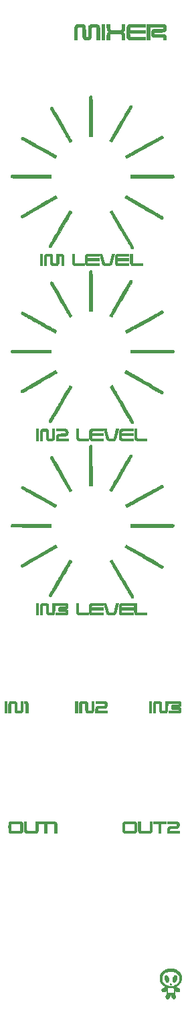
<source format=gto>
G04 #@! TF.GenerationSoftware,KiCad,Pcbnew,(5.0.0-rc2)*
G04 #@! TF.CreationDate,2020-07-08T18:48:37+03:00*
G04 #@! TF.ProjectId,MIXPNL2,4D4958504E4C322E6B696361645F7063,rev?*
G04 #@! TF.SameCoordinates,PX2793d60PY848f8c0*
G04 #@! TF.FileFunction,Legend,Top*
G04 #@! TF.FilePolarity,Positive*
%FSLAX46Y46*%
G04 Gerber Fmt 4.6, Leading zero omitted, Abs format (unit mm)*
G04 Created by KiCad (PCBNEW (5.0.0-rc2)) date Wed Jul  8 18:48:37 2020*
%MOMM*%
%LPD*%
G01*
G04 APERTURE LIST*
%ADD10C,0.010000*%
G04 APERTURE END LIST*
D10*
G04 #@! TO.C,G\002A\002A\002A*
G36*
X25629288Y6389265D02*
X25667742Y6361112D01*
X25700833Y6320662D01*
X25726316Y6269829D01*
X25734135Y6247687D01*
X25739610Y6226882D01*
X25743131Y6203735D01*
X25745088Y6174566D01*
X25745875Y6135697D01*
X25745889Y6085671D01*
X25745436Y6033759D01*
X25744230Y5994640D01*
X25741779Y5964184D01*
X25737593Y5938257D01*
X25731180Y5912729D01*
X25722050Y5883467D01*
X25721746Y5882539D01*
X25685978Y5790109D01*
X25643674Y5710047D01*
X25595781Y5644049D01*
X25577327Y5624033D01*
X25525871Y5578706D01*
X25476879Y5549742D01*
X25429548Y5536895D01*
X25383078Y5539919D01*
X25346816Y5553184D01*
X25311257Y5579334D01*
X25279184Y5619770D01*
X25252489Y5671924D01*
X25245332Y5690837D01*
X25236676Y5728195D01*
X25231485Y5777624D01*
X25229699Y5834636D01*
X25231260Y5894746D01*
X25236109Y5953467D01*
X25244185Y6006313D01*
X25249821Y6030656D01*
X25277187Y6113091D01*
X25312494Y6188848D01*
X25354329Y6256141D01*
X25401276Y6313187D01*
X25451918Y6358198D01*
X25504842Y6389392D01*
X25544693Y6402539D01*
X25587572Y6403585D01*
X25629288Y6389265D01*
X25629288Y6389265D01*
G37*
X25629288Y6389265D02*
X25667742Y6361112D01*
X25700833Y6320662D01*
X25726316Y6269829D01*
X25734135Y6247687D01*
X25739610Y6226882D01*
X25743131Y6203735D01*
X25745088Y6174566D01*
X25745875Y6135697D01*
X25745889Y6085671D01*
X25745436Y6033759D01*
X25744230Y5994640D01*
X25741779Y5964184D01*
X25737593Y5938257D01*
X25731180Y5912729D01*
X25722050Y5883467D01*
X25721746Y5882539D01*
X25685978Y5790109D01*
X25643674Y5710047D01*
X25595781Y5644049D01*
X25577327Y5624033D01*
X25525871Y5578706D01*
X25476879Y5549742D01*
X25429548Y5536895D01*
X25383078Y5539919D01*
X25346816Y5553184D01*
X25311257Y5579334D01*
X25279184Y5619770D01*
X25252489Y5671924D01*
X25245332Y5690837D01*
X25236676Y5728195D01*
X25231485Y5777624D01*
X25229699Y5834636D01*
X25231260Y5894746D01*
X25236109Y5953467D01*
X25244185Y6006313D01*
X25249821Y6030656D01*
X25277187Y6113091D01*
X25312494Y6188848D01*
X25354329Y6256141D01*
X25401276Y6313187D01*
X25451918Y6358198D01*
X25504842Y6389392D01*
X25544693Y6402539D01*
X25587572Y6403585D01*
X25629288Y6389265D01*
G36*
X24475040Y6392247D02*
X24522307Y6367118D01*
X24568061Y6329366D01*
X24611268Y6280400D01*
X24650891Y6221631D01*
X24685897Y6154467D01*
X24715251Y6080318D01*
X24737918Y6000595D01*
X24752864Y5916707D01*
X24756066Y5886771D01*
X24757158Y5816826D01*
X24748785Y5748497D01*
X24731937Y5684976D01*
X24707600Y5629452D01*
X24676762Y5585117D01*
X24656781Y5566174D01*
X24615475Y5543834D01*
X24568825Y5536654D01*
X24519358Y5544808D01*
X24493768Y5554970D01*
X24449802Y5583111D01*
X24405081Y5624612D01*
X24362406Y5676285D01*
X24324580Y5734938D01*
X24308118Y5766386D01*
X24274955Y5845705D01*
X24250919Y5925956D01*
X24235815Y6005405D01*
X24229443Y6082318D01*
X24231608Y6154963D01*
X24242112Y6221605D01*
X24260757Y6280512D01*
X24287347Y6329949D01*
X24321684Y6368184D01*
X24363571Y6393483D01*
X24380104Y6398994D01*
X24427293Y6403342D01*
X24475040Y6392247D01*
X24475040Y6392247D01*
G37*
X24475040Y6392247D02*
X24522307Y6367118D01*
X24568061Y6329366D01*
X24611268Y6280400D01*
X24650891Y6221631D01*
X24685897Y6154467D01*
X24715251Y6080318D01*
X24737918Y6000595D01*
X24752864Y5916707D01*
X24756066Y5886771D01*
X24757158Y5816826D01*
X24748785Y5748497D01*
X24731937Y5684976D01*
X24707600Y5629452D01*
X24676762Y5585117D01*
X24656781Y5566174D01*
X24615475Y5543834D01*
X24568825Y5536654D01*
X24519358Y5544808D01*
X24493768Y5554970D01*
X24449802Y5583111D01*
X24405081Y5624612D01*
X24362406Y5676285D01*
X24324580Y5734938D01*
X24308118Y5766386D01*
X24274955Y5845705D01*
X24250919Y5925956D01*
X24235815Y6005405D01*
X24229443Y6082318D01*
X24231608Y6154963D01*
X24242112Y6221605D01*
X24260757Y6280512D01*
X24287347Y6329949D01*
X24321684Y6368184D01*
X24363571Y6393483D01*
X24380104Y6398994D01*
X24427293Y6403342D01*
X24475040Y6392247D01*
G36*
X25011621Y5349369D02*
X25041307Y5335629D01*
X25064981Y5309608D01*
X25069512Y5301143D01*
X25078156Y5266671D01*
X25072637Y5235015D01*
X25055719Y5208592D01*
X25030161Y5189820D01*
X24998726Y5181115D01*
X24964174Y5184894D01*
X24945637Y5192732D01*
X24921387Y5214871D01*
X24908236Y5246323D01*
X24908045Y5282214D01*
X24909293Y5287850D01*
X24924760Y5320066D01*
X24949521Y5341270D01*
X24979751Y5351143D01*
X25011621Y5349369D01*
X25011621Y5349369D01*
G37*
X25011621Y5349369D02*
X25041307Y5335629D01*
X25064981Y5309608D01*
X25069512Y5301143D01*
X25078156Y5266671D01*
X25072637Y5235015D01*
X25055719Y5208592D01*
X25030161Y5189820D01*
X24998726Y5181115D01*
X24964174Y5184894D01*
X24945637Y5192732D01*
X24921387Y5214871D01*
X24908236Y5246323D01*
X24908045Y5282214D01*
X24909293Y5287850D01*
X24924760Y5320066D01*
X24949521Y5341270D01*
X24979751Y5351143D01*
X25011621Y5349369D01*
G36*
X23035871Y126287187D02*
X23192371Y126286813D01*
X23332855Y126286445D01*
X23458236Y126286068D01*
X23569426Y126285668D01*
X23667338Y126285232D01*
X23752882Y126284743D01*
X23826972Y126284189D01*
X23890519Y126283554D01*
X23944437Y126282824D01*
X23989636Y126281985D01*
X24027030Y126281023D01*
X24057530Y126279922D01*
X24082049Y126278669D01*
X24101499Y126277248D01*
X24116791Y126275647D01*
X24128839Y126273850D01*
X24138554Y126271842D01*
X24146751Y126269640D01*
X24227386Y126240013D01*
X24293507Y126202847D01*
X24346261Y126157023D01*
X24386798Y126101425D01*
X24416265Y126034934D01*
X24427421Y125996386D01*
X24435081Y125952236D01*
X24440055Y125895904D01*
X24442394Y125831913D01*
X24442145Y125764786D01*
X24439360Y125699046D01*
X24434086Y125639216D01*
X24426374Y125589819D01*
X24422817Y125574735D01*
X24397573Y125503297D01*
X24362784Y125444440D01*
X24317067Y125396821D01*
X24259035Y125359095D01*
X24187302Y125329919D01*
X24162949Y125322646D01*
X24149215Y125318952D01*
X24135632Y125315766D01*
X24120855Y125313038D01*
X24103537Y125310719D01*
X24082330Y125308758D01*
X24055890Y125307106D01*
X24022868Y125305714D01*
X23981919Y125304531D01*
X23931695Y125303507D01*
X23870851Y125302594D01*
X23798040Y125301740D01*
X23711915Y125300896D01*
X23611129Y125300013D01*
X23533122Y125299362D01*
X23420813Y125298401D01*
X23324191Y125297490D01*
X23242017Y125296587D01*
X23173050Y125295652D01*
X23116051Y125294647D01*
X23069780Y125293529D01*
X23032996Y125292260D01*
X23004460Y125290798D01*
X22982931Y125289105D01*
X22967170Y125287139D01*
X22955937Y125284860D01*
X22947991Y125282230D01*
X22943961Y125280289D01*
X22922381Y125263952D01*
X22908315Y125241101D01*
X22900823Y125208829D01*
X22898967Y125164231D01*
X22899567Y125142889D01*
X22901609Y125106534D01*
X22904873Y125082569D01*
X22910562Y125066461D01*
X22919878Y125053671D01*
X22924508Y125048849D01*
X22947957Y125032064D01*
X22976227Y125020081D01*
X22979523Y125019238D01*
X22993781Y125017857D01*
X23023389Y125016540D01*
X23066769Y125015309D01*
X23122346Y125014190D01*
X23188541Y125013204D01*
X23263776Y125012376D01*
X23346476Y125011728D01*
X23435061Y125011285D01*
X23527956Y125011070D01*
X23528890Y125011069D01*
X23644748Y125010900D01*
X23745056Y125010566D01*
X23831191Y125009973D01*
X23904531Y125009025D01*
X23966452Y125007625D01*
X24018332Y125005677D01*
X24061548Y125003087D01*
X24097478Y124999757D01*
X24127498Y124995593D01*
X24152987Y124990498D01*
X24175321Y124984376D01*
X24195878Y124977132D01*
X24216035Y124968670D01*
X24229988Y124962278D01*
X24281349Y124934117D01*
X24324268Y124900848D01*
X24359341Y124860982D01*
X24387167Y124813031D01*
X24408342Y124755504D01*
X24423465Y124686913D01*
X24433134Y124605769D01*
X24437946Y124510582D01*
X24438753Y124442191D01*
X24438753Y124308663D01*
X24068332Y124308663D01*
X24064503Y124446201D01*
X24062343Y124506041D01*
X24059206Y124551442D01*
X24054435Y124584889D01*
X24047373Y124608869D01*
X24037365Y124625866D01*
X24023753Y124638367D01*
X24011797Y124645736D01*
X24005421Y124648538D01*
X23996408Y124650980D01*
X23983541Y124653099D01*
X23965604Y124654934D01*
X23941383Y124656523D01*
X23909661Y124657905D01*
X23869223Y124659116D01*
X23818852Y124660195D01*
X23757333Y124661180D01*
X23683450Y124662109D01*
X23595987Y124663021D01*
X23493729Y124663952D01*
X23406164Y124664691D01*
X23290719Y124665684D01*
X23190980Y124666647D01*
X23105723Y124667617D01*
X23033728Y124668630D01*
X22973771Y124669721D01*
X22924631Y124670928D01*
X22885085Y124672285D01*
X22853911Y124673829D01*
X22829887Y124675597D01*
X22811791Y124677623D01*
X22798400Y124679945D01*
X22788493Y124682598D01*
X22787462Y124682946D01*
X22720104Y124710301D01*
X22664265Y124742563D01*
X22619082Y124781267D01*
X22583695Y124827950D01*
X22557241Y124884145D01*
X22538860Y124951388D01*
X22527689Y125031215D01*
X22522867Y125125162D01*
X22522534Y125155048D01*
X22523932Y125241838D01*
X22529236Y125314424D01*
X22539067Y125375208D01*
X22554047Y125426592D01*
X22574797Y125470978D01*
X22601937Y125510767D01*
X22619921Y125531679D01*
X22657360Y125567145D01*
X22698361Y125594506D01*
X22747934Y125616687D01*
X22788304Y125630068D01*
X22801091Y125633801D01*
X22813637Y125637025D01*
X22827259Y125639789D01*
X22843277Y125642141D01*
X22863010Y125644132D01*
X22887777Y125645809D01*
X22918898Y125647223D01*
X22957692Y125648422D01*
X23005477Y125649456D01*
X23063574Y125650373D01*
X23133300Y125651224D01*
X23215976Y125652056D01*
X23312920Y125652920D01*
X23425451Y125653864D01*
X23427324Y125653879D01*
X23546367Y125654934D01*
X23649470Y125656008D01*
X23737622Y125657125D01*
X23811810Y125658312D01*
X23873022Y125659596D01*
X23922247Y125661000D01*
X23960472Y125662553D01*
X23988686Y125664279D01*
X24007875Y125666205D01*
X24019030Y125668356D01*
X24021821Y125669478D01*
X24046581Y125692862D01*
X24062199Y125729731D01*
X24068844Y125780529D01*
X24069122Y125795258D01*
X24066119Y125846252D01*
X24056438Y125883672D01*
X24039202Y125909848D01*
X24020717Y125923541D01*
X24015352Y125925943D01*
X24007877Y125928073D01*
X23997277Y125929951D01*
X23982539Y125931597D01*
X23962647Y125933030D01*
X23936590Y125934272D01*
X23903352Y125935341D01*
X23861919Y125936259D01*
X23811279Y125937046D01*
X23750415Y125937720D01*
X23678316Y125938304D01*
X23593967Y125938816D01*
X23496353Y125939277D01*
X23384461Y125939707D01*
X23257277Y125940126D01*
X23171293Y125940386D01*
X22348184Y125942818D01*
X22348184Y124308663D01*
X21975774Y124308663D01*
X21975774Y126289645D01*
X23035871Y126287187D01*
X23035871Y126287187D01*
G37*
X23035871Y126287187D02*
X23192371Y126286813D01*
X23332855Y126286445D01*
X23458236Y126286068D01*
X23569426Y126285668D01*
X23667338Y126285232D01*
X23752882Y126284743D01*
X23826972Y126284189D01*
X23890519Y126283554D01*
X23944437Y126282824D01*
X23989636Y126281985D01*
X24027030Y126281023D01*
X24057530Y126279922D01*
X24082049Y126278669D01*
X24101499Y126277248D01*
X24116791Y126275647D01*
X24128839Y126273850D01*
X24138554Y126271842D01*
X24146751Y126269640D01*
X24227386Y126240013D01*
X24293507Y126202847D01*
X24346261Y126157023D01*
X24386798Y126101425D01*
X24416265Y126034934D01*
X24427421Y125996386D01*
X24435081Y125952236D01*
X24440055Y125895904D01*
X24442394Y125831913D01*
X24442145Y125764786D01*
X24439360Y125699046D01*
X24434086Y125639216D01*
X24426374Y125589819D01*
X24422817Y125574735D01*
X24397573Y125503297D01*
X24362784Y125444440D01*
X24317067Y125396821D01*
X24259035Y125359095D01*
X24187302Y125329919D01*
X24162949Y125322646D01*
X24149215Y125318952D01*
X24135632Y125315766D01*
X24120855Y125313038D01*
X24103537Y125310719D01*
X24082330Y125308758D01*
X24055890Y125307106D01*
X24022868Y125305714D01*
X23981919Y125304531D01*
X23931695Y125303507D01*
X23870851Y125302594D01*
X23798040Y125301740D01*
X23711915Y125300896D01*
X23611129Y125300013D01*
X23533122Y125299362D01*
X23420813Y125298401D01*
X23324191Y125297490D01*
X23242017Y125296587D01*
X23173050Y125295652D01*
X23116051Y125294647D01*
X23069780Y125293529D01*
X23032996Y125292260D01*
X23004460Y125290798D01*
X22982931Y125289105D01*
X22967170Y125287139D01*
X22955937Y125284860D01*
X22947991Y125282230D01*
X22943961Y125280289D01*
X22922381Y125263952D01*
X22908315Y125241101D01*
X22900823Y125208829D01*
X22898967Y125164231D01*
X22899567Y125142889D01*
X22901609Y125106534D01*
X22904873Y125082569D01*
X22910562Y125066461D01*
X22919878Y125053671D01*
X22924508Y125048849D01*
X22947957Y125032064D01*
X22976227Y125020081D01*
X22979523Y125019238D01*
X22993781Y125017857D01*
X23023389Y125016540D01*
X23066769Y125015309D01*
X23122346Y125014190D01*
X23188541Y125013204D01*
X23263776Y125012376D01*
X23346476Y125011728D01*
X23435061Y125011285D01*
X23527956Y125011070D01*
X23528890Y125011069D01*
X23644748Y125010900D01*
X23745056Y125010566D01*
X23831191Y125009973D01*
X23904531Y125009025D01*
X23966452Y125007625D01*
X24018332Y125005677D01*
X24061548Y125003087D01*
X24097478Y124999757D01*
X24127498Y124995593D01*
X24152987Y124990498D01*
X24175321Y124984376D01*
X24195878Y124977132D01*
X24216035Y124968670D01*
X24229988Y124962278D01*
X24281349Y124934117D01*
X24324268Y124900848D01*
X24359341Y124860982D01*
X24387167Y124813031D01*
X24408342Y124755504D01*
X24423465Y124686913D01*
X24433134Y124605769D01*
X24437946Y124510582D01*
X24438753Y124442191D01*
X24438753Y124308663D01*
X24068332Y124308663D01*
X24064503Y124446201D01*
X24062343Y124506041D01*
X24059206Y124551442D01*
X24054435Y124584889D01*
X24047373Y124608869D01*
X24037365Y124625866D01*
X24023753Y124638367D01*
X24011797Y124645736D01*
X24005421Y124648538D01*
X23996408Y124650980D01*
X23983541Y124653099D01*
X23965604Y124654934D01*
X23941383Y124656523D01*
X23909661Y124657905D01*
X23869223Y124659116D01*
X23818852Y124660195D01*
X23757333Y124661180D01*
X23683450Y124662109D01*
X23595987Y124663021D01*
X23493729Y124663952D01*
X23406164Y124664691D01*
X23290719Y124665684D01*
X23190980Y124666647D01*
X23105723Y124667617D01*
X23033728Y124668630D01*
X22973771Y124669721D01*
X22924631Y124670928D01*
X22885085Y124672285D01*
X22853911Y124673829D01*
X22829887Y124675597D01*
X22811791Y124677623D01*
X22798400Y124679945D01*
X22788493Y124682598D01*
X22787462Y124682946D01*
X22720104Y124710301D01*
X22664265Y124742563D01*
X22619082Y124781267D01*
X22583695Y124827950D01*
X22557241Y124884145D01*
X22538860Y124951388D01*
X22527689Y125031215D01*
X22522867Y125125162D01*
X22522534Y125155048D01*
X22523932Y125241838D01*
X22529236Y125314424D01*
X22539067Y125375208D01*
X22554047Y125426592D01*
X22574797Y125470978D01*
X22601937Y125510767D01*
X22619921Y125531679D01*
X22657360Y125567145D01*
X22698361Y125594506D01*
X22747934Y125616687D01*
X22788304Y125630068D01*
X22801091Y125633801D01*
X22813637Y125637025D01*
X22827259Y125639789D01*
X22843277Y125642141D01*
X22863010Y125644132D01*
X22887777Y125645809D01*
X22918898Y125647223D01*
X22957692Y125648422D01*
X23005477Y125649456D01*
X23063574Y125650373D01*
X23133300Y125651224D01*
X23215976Y125652056D01*
X23312920Y125652920D01*
X23425451Y125653864D01*
X23427324Y125653879D01*
X23546367Y125654934D01*
X23649470Y125656008D01*
X23737622Y125657125D01*
X23811810Y125658312D01*
X23873022Y125659596D01*
X23922247Y125661000D01*
X23960472Y125662553D01*
X23988686Y125664279D01*
X24007875Y125666205D01*
X24019030Y125668356D01*
X24021821Y125669478D01*
X24046581Y125692862D01*
X24062199Y125729731D01*
X24068844Y125780529D01*
X24069122Y125795258D01*
X24066119Y125846252D01*
X24056438Y125883672D01*
X24039202Y125909848D01*
X24020717Y125923541D01*
X24015352Y125925943D01*
X24007877Y125928073D01*
X23997277Y125929951D01*
X23982539Y125931597D01*
X23962647Y125933030D01*
X23936590Y125934272D01*
X23903352Y125935341D01*
X23861919Y125936259D01*
X23811279Y125937046D01*
X23750415Y125937720D01*
X23678316Y125938304D01*
X23593967Y125938816D01*
X23496353Y125939277D01*
X23384461Y125939707D01*
X23257277Y125940126D01*
X23171293Y125940386D01*
X22348184Y125942818D01*
X22348184Y124308663D01*
X21975774Y124308663D01*
X21975774Y126289645D01*
X23035871Y126287187D01*
G36*
X21755714Y125942549D02*
X20831039Y125940251D01*
X20686079Y125939886D01*
X20557077Y125939541D01*
X20443064Y125939194D01*
X20343072Y125938826D01*
X20256131Y125938417D01*
X20181272Y125937946D01*
X20117526Y125937395D01*
X20063925Y125936743D01*
X20019498Y125935969D01*
X19983277Y125935055D01*
X19954293Y125933979D01*
X19931577Y125932722D01*
X19914159Y125931264D01*
X19901071Y125929585D01*
X19891343Y125927665D01*
X19884007Y125925483D01*
X19878092Y125923021D01*
X19873055Y125920480D01*
X19850957Y125907019D01*
X19834082Y125891211D01*
X19821683Y125870641D01*
X19813012Y125842892D01*
X19807321Y125805548D01*
X19803861Y125756192D01*
X19801886Y125692407D01*
X19801845Y125690386D01*
X19798891Y125544385D01*
X21755714Y125544385D01*
X21755714Y125180440D01*
X19799133Y125180440D01*
X19801966Y124954032D01*
X19802997Y124881831D01*
X19804288Y124824598D01*
X19806145Y124780373D01*
X19808877Y124747195D01*
X19812793Y124723106D01*
X19818200Y124706146D01*
X19825408Y124694354D01*
X19834723Y124685770D01*
X19845195Y124679151D01*
X19851472Y124677400D01*
X19864402Y124675818D01*
X19884783Y124674393D01*
X19913412Y124673114D01*
X19951087Y124671972D01*
X19998605Y124670953D01*
X20056763Y124670049D01*
X20126360Y124669249D01*
X20208193Y124668540D01*
X20303058Y124667913D01*
X20411754Y124667357D01*
X20535079Y124666860D01*
X20673829Y124666412D01*
X20809880Y124666049D01*
X21755714Y124663721D01*
X21755714Y124308663D01*
X20792952Y124309459D01*
X20638909Y124309620D01*
X20500914Y124309840D01*
X20378084Y124310132D01*
X20269540Y124310506D01*
X20174402Y124310972D01*
X20091787Y124311542D01*
X20020816Y124312225D01*
X19960608Y124313032D01*
X19910282Y124313975D01*
X19868958Y124315064D01*
X19835755Y124316310D01*
X19809792Y124317723D01*
X19790189Y124319314D01*
X19776065Y124321093D01*
X19771661Y124321879D01*
X19709593Y124339035D01*
X19648922Y124364552D01*
X19594756Y124395885D01*
X19552209Y124430489D01*
X19550939Y124431783D01*
X19509853Y124484593D01*
X19475926Y124549873D01*
X19450789Y124624091D01*
X19440803Y124670282D01*
X19438144Y124687589D01*
X19435877Y124707219D01*
X19433980Y124730488D01*
X19432433Y124758710D01*
X19431215Y124793197D01*
X19430304Y124835265D01*
X19429680Y124886228D01*
X19429321Y124947398D01*
X19429207Y125020091D01*
X19429316Y125105620D01*
X19429628Y125205300D01*
X19430122Y125320444D01*
X19430188Y125334491D01*
X19430766Y125449607D01*
X19431349Y125549066D01*
X19431974Y125634138D01*
X19432674Y125706092D01*
X19433486Y125766199D01*
X19434445Y125815728D01*
X19435586Y125855950D01*
X19436945Y125888135D01*
X19438556Y125913552D01*
X19440455Y125933473D01*
X19442677Y125949166D01*
X19445258Y125961902D01*
X19447894Y125971809D01*
X19477793Y126053131D01*
X19516322Y126120572D01*
X19564925Y126175578D01*
X19625046Y126219597D01*
X19698130Y126254073D01*
X19745551Y126269838D01*
X19754260Y126272119D01*
X19764573Y126274162D01*
X19777443Y126275983D01*
X19793819Y126277598D01*
X19814655Y126279024D01*
X19840899Y126280275D01*
X19873504Y126281369D01*
X19913421Y126282320D01*
X19961600Y126283146D01*
X20018994Y126283862D01*
X20086552Y126284484D01*
X20165227Y126285028D01*
X20255968Y126285510D01*
X20359728Y126285947D01*
X20477458Y126286353D01*
X20610108Y126286746D01*
X20758630Y126287141D01*
X20776024Y126287186D01*
X21755714Y126289678D01*
X21755714Y125942549D01*
X21755714Y125942549D01*
G37*
X21755714Y125942549D02*
X20831039Y125940251D01*
X20686079Y125939886D01*
X20557077Y125939541D01*
X20443064Y125939194D01*
X20343072Y125938826D01*
X20256131Y125938417D01*
X20181272Y125937946D01*
X20117526Y125937395D01*
X20063925Y125936743D01*
X20019498Y125935969D01*
X19983277Y125935055D01*
X19954293Y125933979D01*
X19931577Y125932722D01*
X19914159Y125931264D01*
X19901071Y125929585D01*
X19891343Y125927665D01*
X19884007Y125925483D01*
X19878092Y125923021D01*
X19873055Y125920480D01*
X19850957Y125907019D01*
X19834082Y125891211D01*
X19821683Y125870641D01*
X19813012Y125842892D01*
X19807321Y125805548D01*
X19803861Y125756192D01*
X19801886Y125692407D01*
X19801845Y125690386D01*
X19798891Y125544385D01*
X21755714Y125544385D01*
X21755714Y125180440D01*
X19799133Y125180440D01*
X19801966Y124954032D01*
X19802997Y124881831D01*
X19804288Y124824598D01*
X19806145Y124780373D01*
X19808877Y124747195D01*
X19812793Y124723106D01*
X19818200Y124706146D01*
X19825408Y124694354D01*
X19834723Y124685770D01*
X19845195Y124679151D01*
X19851472Y124677400D01*
X19864402Y124675818D01*
X19884783Y124674393D01*
X19913412Y124673114D01*
X19951087Y124671972D01*
X19998605Y124670953D01*
X20056763Y124670049D01*
X20126360Y124669249D01*
X20208193Y124668540D01*
X20303058Y124667913D01*
X20411754Y124667357D01*
X20535079Y124666860D01*
X20673829Y124666412D01*
X20809880Y124666049D01*
X21755714Y124663721D01*
X21755714Y124308663D01*
X20792952Y124309459D01*
X20638909Y124309620D01*
X20500914Y124309840D01*
X20378084Y124310132D01*
X20269540Y124310506D01*
X20174402Y124310972D01*
X20091787Y124311542D01*
X20020816Y124312225D01*
X19960608Y124313032D01*
X19910282Y124313975D01*
X19868958Y124315064D01*
X19835755Y124316310D01*
X19809792Y124317723D01*
X19790189Y124319314D01*
X19776065Y124321093D01*
X19771661Y124321879D01*
X19709593Y124339035D01*
X19648922Y124364552D01*
X19594756Y124395885D01*
X19552209Y124430489D01*
X19550939Y124431783D01*
X19509853Y124484593D01*
X19475926Y124549873D01*
X19450789Y124624091D01*
X19440803Y124670282D01*
X19438144Y124687589D01*
X19435877Y124707219D01*
X19433980Y124730488D01*
X19432433Y124758710D01*
X19431215Y124793197D01*
X19430304Y124835265D01*
X19429680Y124886228D01*
X19429321Y124947398D01*
X19429207Y125020091D01*
X19429316Y125105620D01*
X19429628Y125205300D01*
X19430122Y125320444D01*
X19430188Y125334491D01*
X19430766Y125449607D01*
X19431349Y125549066D01*
X19431974Y125634138D01*
X19432674Y125706092D01*
X19433486Y125766199D01*
X19434445Y125815728D01*
X19435586Y125855950D01*
X19436945Y125888135D01*
X19438556Y125913552D01*
X19440455Y125933473D01*
X19442677Y125949166D01*
X19445258Y125961902D01*
X19447894Y125971809D01*
X19477793Y126053131D01*
X19516322Y126120572D01*
X19564925Y126175578D01*
X19625046Y126219597D01*
X19698130Y126254073D01*
X19745551Y126269838D01*
X19754260Y126272119D01*
X19764573Y126274162D01*
X19777443Y126275983D01*
X19793819Y126277598D01*
X19814655Y126279024D01*
X19840899Y126280275D01*
X19873504Y126281369D01*
X19913421Y126282320D01*
X19961600Y126283146D01*
X20018994Y126283862D01*
X20086552Y126284484D01*
X20165227Y126285028D01*
X20255968Y126285510D01*
X20359728Y126285947D01*
X20477458Y126286353D01*
X20610108Y126286746D01*
X20758630Y126287141D01*
X20776024Y126287186D01*
X21755714Y126289678D01*
X21755714Y125942549D01*
G36*
X17297240Y125978157D02*
X17298211Y125889914D01*
X17299397Y125816825D01*
X17301085Y125757116D01*
X17303562Y125709015D01*
X17307113Y125670747D01*
X17312026Y125640539D01*
X17318588Y125616617D01*
X17327086Y125597208D01*
X17337805Y125580539D01*
X17351033Y125564836D01*
X17366673Y125548709D01*
X17378858Y125536663D01*
X17390455Y125526243D01*
X17402727Y125517332D01*
X17416935Y125509812D01*
X17434343Y125503565D01*
X17456211Y125498473D01*
X17483803Y125494417D01*
X17518380Y125491281D01*
X17561204Y125488945D01*
X17613538Y125487292D01*
X17676643Y125486203D01*
X17751782Y125485562D01*
X17840217Y125485249D01*
X17943210Y125485147D01*
X18046573Y125485138D01*
X18178352Y125485294D01*
X18293614Y125485762D01*
X18392299Y125486540D01*
X18474345Y125487627D01*
X18539692Y125489023D01*
X18588280Y125490727D01*
X18620047Y125492737D01*
X18632503Y125494381D01*
X18685243Y125514067D01*
X18730211Y125547951D01*
X18765121Y125594220D01*
X18770115Y125603633D01*
X18780311Y125627431D01*
X18788716Y125655431D01*
X18795479Y125689337D01*
X18800751Y125730849D01*
X18804684Y125781668D01*
X18807429Y125843496D01*
X18809136Y125918035D01*
X18809956Y126006987D01*
X18810078Y126054332D01*
X18810296Y126289203D01*
X19184171Y126289203D01*
X19180429Y125986621D01*
X19179205Y125898463D01*
X19177749Y125825231D01*
X19175813Y125764924D01*
X19173149Y125715541D01*
X19169509Y125675078D01*
X19164647Y125641536D01*
X19158313Y125612913D01*
X19150260Y125587207D01*
X19140240Y125562416D01*
X19128005Y125536539D01*
X19123611Y125527760D01*
X19096901Y125484482D01*
X19060636Y125438791D01*
X19019447Y125395732D01*
X18977965Y125360353D01*
X18956896Y125346112D01*
X18915540Y125321347D01*
X18971801Y125293201D01*
X19034802Y125252360D01*
X19087706Y125198242D01*
X19129667Y125131746D01*
X19135948Y125118630D01*
X19149839Y125087511D01*
X19161318Y125059082D01*
X19170638Y125031312D01*
X19178051Y125002169D01*
X19183809Y124969620D01*
X19188163Y124931633D01*
X19191367Y124886178D01*
X19193673Y124831221D01*
X19195331Y124764730D01*
X19196596Y124684674D01*
X19197331Y124623942D01*
X19200903Y124308663D01*
X18829156Y124308663D01*
X18824896Y124598550D01*
X18823510Y124683328D01*
X18821944Y124753138D01*
X18819990Y124809939D01*
X18817438Y124855691D01*
X18814081Y124892354D01*
X18809710Y124921887D01*
X18804117Y124946250D01*
X18797092Y124967402D01*
X18788428Y124987302D01*
X18782213Y124999733D01*
X18758168Y125032578D01*
X18723419Y125063410D01*
X18683966Y125087469D01*
X18659709Y125096916D01*
X18648597Y125099275D01*
X18631909Y125101310D01*
X18608514Y125103041D01*
X18577279Y125104489D01*
X18537073Y125105676D01*
X18486764Y125106623D01*
X18425222Y125107351D01*
X18351314Y125107881D01*
X18263909Y125108235D01*
X18161876Y125108433D01*
X18044083Y125108497D01*
X17460313Y125108497D01*
X17409531Y125083105D01*
X17361810Y125052658D01*
X17326867Y125014264D01*
X17302585Y124965123D01*
X17291789Y124927299D01*
X17287888Y124906968D01*
X17284780Y124882676D01*
X17282386Y124852432D01*
X17280629Y124814244D01*
X17279427Y124766120D01*
X17278704Y124706069D01*
X17278378Y124632099D01*
X17278340Y124588416D01*
X17278340Y124308663D01*
X16897467Y124308663D01*
X16897537Y124568927D01*
X16897915Y124664721D01*
X16899084Y124745656D01*
X16901178Y124813784D01*
X16904331Y124871161D01*
X16908678Y124919841D01*
X16914353Y124961879D01*
X16921491Y124999328D01*
X16927254Y125023241D01*
X16954881Y125102627D01*
X16993275Y125172660D01*
X17041071Y125231521D01*
X17096907Y125277390D01*
X17132619Y125297409D01*
X17182297Y125320903D01*
X17140573Y125345890D01*
X17103527Y125372849D01*
X17063596Y125409629D01*
X17025439Y125451258D01*
X16993717Y125492761D01*
X16977289Y125520148D01*
X16963324Y125548983D01*
X16951809Y125576545D01*
X16942484Y125604864D01*
X16935085Y125635972D01*
X16929349Y125671902D01*
X16925014Y125714686D01*
X16921819Y125766355D01*
X16919500Y125828941D01*
X16917795Y125904476D01*
X16916494Y125990853D01*
X16912629Y126289203D01*
X17294145Y126289203D01*
X17297240Y125978157D01*
X17297240Y125978157D01*
G37*
X17297240Y125978157D02*
X17298211Y125889914D01*
X17299397Y125816825D01*
X17301085Y125757116D01*
X17303562Y125709015D01*
X17307113Y125670747D01*
X17312026Y125640539D01*
X17318588Y125616617D01*
X17327086Y125597208D01*
X17337805Y125580539D01*
X17351033Y125564836D01*
X17366673Y125548709D01*
X17378858Y125536663D01*
X17390455Y125526243D01*
X17402727Y125517332D01*
X17416935Y125509812D01*
X17434343Y125503565D01*
X17456211Y125498473D01*
X17483803Y125494417D01*
X17518380Y125491281D01*
X17561204Y125488945D01*
X17613538Y125487292D01*
X17676643Y125486203D01*
X17751782Y125485562D01*
X17840217Y125485249D01*
X17943210Y125485147D01*
X18046573Y125485138D01*
X18178352Y125485294D01*
X18293614Y125485762D01*
X18392299Y125486540D01*
X18474345Y125487627D01*
X18539692Y125489023D01*
X18588280Y125490727D01*
X18620047Y125492737D01*
X18632503Y125494381D01*
X18685243Y125514067D01*
X18730211Y125547951D01*
X18765121Y125594220D01*
X18770115Y125603633D01*
X18780311Y125627431D01*
X18788716Y125655431D01*
X18795479Y125689337D01*
X18800751Y125730849D01*
X18804684Y125781668D01*
X18807429Y125843496D01*
X18809136Y125918035D01*
X18809956Y126006987D01*
X18810078Y126054332D01*
X18810296Y126289203D01*
X19184171Y126289203D01*
X19180429Y125986621D01*
X19179205Y125898463D01*
X19177749Y125825231D01*
X19175813Y125764924D01*
X19173149Y125715541D01*
X19169509Y125675078D01*
X19164647Y125641536D01*
X19158313Y125612913D01*
X19150260Y125587207D01*
X19140240Y125562416D01*
X19128005Y125536539D01*
X19123611Y125527760D01*
X19096901Y125484482D01*
X19060636Y125438791D01*
X19019447Y125395732D01*
X18977965Y125360353D01*
X18956896Y125346112D01*
X18915540Y125321347D01*
X18971801Y125293201D01*
X19034802Y125252360D01*
X19087706Y125198242D01*
X19129667Y125131746D01*
X19135948Y125118630D01*
X19149839Y125087511D01*
X19161318Y125059082D01*
X19170638Y125031312D01*
X19178051Y125002169D01*
X19183809Y124969620D01*
X19188163Y124931633D01*
X19191367Y124886178D01*
X19193673Y124831221D01*
X19195331Y124764730D01*
X19196596Y124684674D01*
X19197331Y124623942D01*
X19200903Y124308663D01*
X18829156Y124308663D01*
X18824896Y124598550D01*
X18823510Y124683328D01*
X18821944Y124753138D01*
X18819990Y124809939D01*
X18817438Y124855691D01*
X18814081Y124892354D01*
X18809710Y124921887D01*
X18804117Y124946250D01*
X18797092Y124967402D01*
X18788428Y124987302D01*
X18782213Y124999733D01*
X18758168Y125032578D01*
X18723419Y125063410D01*
X18683966Y125087469D01*
X18659709Y125096916D01*
X18648597Y125099275D01*
X18631909Y125101310D01*
X18608514Y125103041D01*
X18577279Y125104489D01*
X18537073Y125105676D01*
X18486764Y125106623D01*
X18425222Y125107351D01*
X18351314Y125107881D01*
X18263909Y125108235D01*
X18161876Y125108433D01*
X18044083Y125108497D01*
X17460313Y125108497D01*
X17409531Y125083105D01*
X17361810Y125052658D01*
X17326867Y125014264D01*
X17302585Y124965123D01*
X17291789Y124927299D01*
X17287888Y124906968D01*
X17284780Y124882676D01*
X17282386Y124852432D01*
X17280629Y124814244D01*
X17279427Y124766120D01*
X17278704Y124706069D01*
X17278378Y124632099D01*
X17278340Y124588416D01*
X17278340Y124308663D01*
X16897467Y124308663D01*
X16897537Y124568927D01*
X16897915Y124664721D01*
X16899084Y124745656D01*
X16901178Y124813784D01*
X16904331Y124871161D01*
X16908678Y124919841D01*
X16914353Y124961879D01*
X16921491Y124999328D01*
X16927254Y125023241D01*
X16954881Y125102627D01*
X16993275Y125172660D01*
X17041071Y125231521D01*
X17096907Y125277390D01*
X17132619Y125297409D01*
X17182297Y125320903D01*
X17140573Y125345890D01*
X17103527Y125372849D01*
X17063596Y125409629D01*
X17025439Y125451258D01*
X16993717Y125492761D01*
X16977289Y125520148D01*
X16963324Y125548983D01*
X16951809Y125576545D01*
X16942484Y125604864D01*
X16935085Y125635972D01*
X16929349Y125671902D01*
X16925014Y125714686D01*
X16921819Y125766355D01*
X16919500Y125828941D01*
X16917795Y125904476D01*
X16916494Y125990853D01*
X16912629Y126289203D01*
X17294145Y126289203D01*
X17297240Y125978157D01*
G36*
X16652016Y124308663D02*
X16279606Y124308663D01*
X16279606Y126289203D01*
X16652016Y126289203D01*
X16652016Y124308663D01*
X16652016Y124308663D01*
G37*
X16652016Y124308663D02*
X16279606Y124308663D01*
X16279606Y126289203D01*
X16652016Y126289203D01*
X16652016Y124308663D01*
G36*
X13614344Y126289689D02*
X13683937Y126288363D01*
X13747741Y126286376D01*
X13803232Y126283731D01*
X13847887Y126280429D01*
X13879185Y126276472D01*
X13882579Y126275821D01*
X13965523Y126252136D01*
X14035862Y126217356D01*
X14094321Y126170826D01*
X14141620Y126111890D01*
X14178483Y126039893D01*
X14195376Y125991860D01*
X14198105Y125981192D01*
X14200495Y125967538D01*
X14202581Y125949668D01*
X14204399Y125926354D01*
X14205984Y125896369D01*
X14207373Y125858483D01*
X14208600Y125811468D01*
X14209703Y125754095D01*
X14210716Y125685137D01*
X14211675Y125603365D01*
X14212616Y125507550D01*
X14213574Y125396463D01*
X14213919Y125353948D01*
X14214855Y125239245D01*
X14215720Y125140249D01*
X14216558Y125055741D01*
X14217408Y124984500D01*
X14218313Y124925306D01*
X14219313Y124876939D01*
X14220449Y124838179D01*
X14221763Y124807806D01*
X14223295Y124784601D01*
X14225088Y124767343D01*
X14227182Y124754811D01*
X14229618Y124745787D01*
X14232437Y124739050D01*
X14234825Y124734769D01*
X14256115Y124707742D01*
X14283620Y124689206D01*
X14320259Y124678033D01*
X14368950Y124673096D01*
X14395709Y124672609D01*
X14455827Y124675464D01*
X14501824Y124684750D01*
X14535641Y124701550D01*
X14559218Y124726948D01*
X14574494Y124762026D01*
X14577651Y124774175D01*
X14579577Y124791326D01*
X14581299Y124824758D01*
X14582805Y124873824D01*
X14584086Y124937879D01*
X14585131Y125016275D01*
X14585931Y125108368D01*
X14586475Y125213510D01*
X14586753Y125331056D01*
X14586777Y125358180D01*
X14586884Y125474663D01*
X14587104Y125575577D01*
X14587533Y125662280D01*
X14588267Y125736132D01*
X14589400Y125798492D01*
X14591028Y125850717D01*
X14593246Y125894167D01*
X14596149Y125930201D01*
X14599833Y125960177D01*
X14604393Y125985453D01*
X14609923Y126007390D01*
X14616520Y126027345D01*
X14624277Y126046677D01*
X14633292Y126066745D01*
X14636985Y126074672D01*
X14675456Y126137344D01*
X14727114Y126190114D01*
X14790909Y126232239D01*
X14865789Y126262977D01*
X14922868Y126277062D01*
X14944435Y126280561D01*
X14969232Y126283340D01*
X14999143Y126285452D01*
X15036052Y126286945D01*
X15081844Y126287871D01*
X15138404Y126288279D01*
X15207615Y126288219D01*
X15291362Y126287743D01*
X15316437Y126287551D01*
X15640586Y126284971D01*
X15702044Y126259832D01*
X15782584Y126218490D01*
X15850852Y126165617D01*
X15906466Y126101728D01*
X15949044Y126027340D01*
X15978205Y125942969D01*
X15991687Y125868021D01*
X15993130Y125846729D01*
X15994471Y125809558D01*
X15995700Y125757557D01*
X15996805Y125691774D01*
X15997775Y125613257D01*
X15998601Y125523055D01*
X15999269Y125422217D01*
X15999771Y125311791D01*
X16000094Y125192826D01*
X16000227Y125066369D01*
X16000230Y125051366D01*
X16000300Y124308663D01*
X15619427Y124308663D01*
X15619427Y125074470D01*
X15619440Y125210441D01*
X15619434Y125330508D01*
X15619340Y125435693D01*
X15619086Y125527019D01*
X15618605Y125605511D01*
X15617825Y125672190D01*
X15616677Y125728080D01*
X15615091Y125774204D01*
X15612999Y125811586D01*
X15610329Y125841247D01*
X15607012Y125864212D01*
X15602979Y125881504D01*
X15598160Y125894145D01*
X15592485Y125903158D01*
X15585884Y125909567D01*
X15578288Y125914396D01*
X15569627Y125918666D01*
X15561637Y125922490D01*
X15551159Y125927013D01*
X15538640Y125930566D01*
X15522032Y125933265D01*
X15499287Y125935224D01*
X15468358Y125936557D01*
X15427195Y125937379D01*
X15373751Y125937805D01*
X15305977Y125937948D01*
X15285105Y125937954D01*
X15208929Y125937836D01*
X15147791Y125937304D01*
X15099801Y125936088D01*
X15063069Y125933918D01*
X15035705Y125930526D01*
X15015820Y125925641D01*
X15001524Y125918996D01*
X14990927Y125910319D01*
X14982140Y125899342D01*
X14978733Y125894285D01*
X14975759Y125888887D01*
X14973174Y125881593D01*
X14970938Y125871189D01*
X14969012Y125856462D01*
X14967356Y125836199D01*
X14965930Y125809188D01*
X14964694Y125774215D01*
X14963608Y125730068D01*
X14962632Y125675533D01*
X14961728Y125609399D01*
X14960854Y125530451D01*
X14959972Y125437478D01*
X14959041Y125329266D01*
X14958654Y125282394D01*
X14957702Y125168063D01*
X14956823Y125069350D01*
X14955973Y124984946D01*
X14955105Y124913542D01*
X14954173Y124853829D01*
X14953130Y124804499D01*
X14951931Y124764241D01*
X14950529Y124731748D01*
X14948878Y124705710D01*
X14946933Y124684818D01*
X14944647Y124667762D01*
X14941973Y124653235D01*
X14938867Y124639927D01*
X14935586Y124627632D01*
X14906373Y124544828D01*
X14867781Y124475843D01*
X14818907Y124419845D01*
X14758850Y124376003D01*
X14686708Y124343483D01*
X14604386Y124321981D01*
X14550311Y124314571D01*
X14484876Y124310038D01*
X14413157Y124308351D01*
X14340228Y124309476D01*
X14271165Y124313382D01*
X14211043Y124320034D01*
X14184485Y124324674D01*
X14100720Y124348582D01*
X14029619Y124383452D01*
X13970505Y124429932D01*
X13922697Y124488666D01*
X13885516Y124560303D01*
X13861770Y124631781D01*
X13858954Y124644011D01*
X13856490Y124658877D01*
X13854343Y124677639D01*
X13852474Y124701554D01*
X13850845Y124731878D01*
X13849421Y124769869D01*
X13848162Y124816785D01*
X13847032Y124873883D01*
X13845994Y124942421D01*
X13845009Y125023655D01*
X13844041Y125118843D01*
X13843052Y125229243D01*
X13842679Y125273542D01*
X13841694Y125388496D01*
X13840764Y125487734D01*
X13839851Y125572466D01*
X13838915Y125643902D01*
X13837921Y125703254D01*
X13836828Y125751732D01*
X13835601Y125790547D01*
X13834199Y125820909D01*
X13832586Y125844030D01*
X13830723Y125861119D01*
X13828573Y125873388D01*
X13826096Y125882048D01*
X13823374Y125888094D01*
X13815145Y125901543D01*
X13805523Y125912337D01*
X13792671Y125920765D01*
X13774749Y125927119D01*
X13749921Y125931688D01*
X13716348Y125934764D01*
X13672191Y125936635D01*
X13615612Y125937594D01*
X13544773Y125937929D01*
X13507697Y125937954D01*
X13435402Y125937854D01*
X13378045Y125937484D01*
X13333636Y125936739D01*
X13300185Y125935512D01*
X13275704Y125933699D01*
X13258202Y125931192D01*
X13245691Y125927887D01*
X13236180Y125923679D01*
X13235879Y125923515D01*
X13226884Y125918795D01*
X13218944Y125914404D01*
X13211994Y125909316D01*
X13205969Y125902504D01*
X13200802Y125892940D01*
X13196428Y125879597D01*
X13192782Y125861449D01*
X13189796Y125837468D01*
X13187406Y125806626D01*
X13185545Y125767898D01*
X13184149Y125720255D01*
X13183151Y125662671D01*
X13182485Y125594119D01*
X13182085Y125513571D01*
X13181887Y125420000D01*
X13181823Y125312379D01*
X13181829Y125189682D01*
X13181839Y125079710D01*
X13181839Y124308663D01*
X12800473Y124308663D01*
X12802835Y125110613D01*
X12805198Y125912562D01*
X12828635Y125978816D01*
X12866045Y126062242D01*
X12914786Y126133099D01*
X12974814Y126191344D01*
X13046083Y126236938D01*
X13128550Y126269840D01*
X13151878Y126276325D01*
X13176975Y126280342D01*
X13216463Y126283686D01*
X13267820Y126286357D01*
X13328523Y126288358D01*
X13396050Y126289690D01*
X13467877Y126290354D01*
X13541483Y126290354D01*
X13614344Y126289689D01*
X13614344Y126289689D01*
G37*
X13614344Y126289689D02*
X13683937Y126288363D01*
X13747741Y126286376D01*
X13803232Y126283731D01*
X13847887Y126280429D01*
X13879185Y126276472D01*
X13882579Y126275821D01*
X13965523Y126252136D01*
X14035862Y126217356D01*
X14094321Y126170826D01*
X14141620Y126111890D01*
X14178483Y126039893D01*
X14195376Y125991860D01*
X14198105Y125981192D01*
X14200495Y125967538D01*
X14202581Y125949668D01*
X14204399Y125926354D01*
X14205984Y125896369D01*
X14207373Y125858483D01*
X14208600Y125811468D01*
X14209703Y125754095D01*
X14210716Y125685137D01*
X14211675Y125603365D01*
X14212616Y125507550D01*
X14213574Y125396463D01*
X14213919Y125353948D01*
X14214855Y125239245D01*
X14215720Y125140249D01*
X14216558Y125055741D01*
X14217408Y124984500D01*
X14218313Y124925306D01*
X14219313Y124876939D01*
X14220449Y124838179D01*
X14221763Y124807806D01*
X14223295Y124784601D01*
X14225088Y124767343D01*
X14227182Y124754811D01*
X14229618Y124745787D01*
X14232437Y124739050D01*
X14234825Y124734769D01*
X14256115Y124707742D01*
X14283620Y124689206D01*
X14320259Y124678033D01*
X14368950Y124673096D01*
X14395709Y124672609D01*
X14455827Y124675464D01*
X14501824Y124684750D01*
X14535641Y124701550D01*
X14559218Y124726948D01*
X14574494Y124762026D01*
X14577651Y124774175D01*
X14579577Y124791326D01*
X14581299Y124824758D01*
X14582805Y124873824D01*
X14584086Y124937879D01*
X14585131Y125016275D01*
X14585931Y125108368D01*
X14586475Y125213510D01*
X14586753Y125331056D01*
X14586777Y125358180D01*
X14586884Y125474663D01*
X14587104Y125575577D01*
X14587533Y125662280D01*
X14588267Y125736132D01*
X14589400Y125798492D01*
X14591028Y125850717D01*
X14593246Y125894167D01*
X14596149Y125930201D01*
X14599833Y125960177D01*
X14604393Y125985453D01*
X14609923Y126007390D01*
X14616520Y126027345D01*
X14624277Y126046677D01*
X14633292Y126066745D01*
X14636985Y126074672D01*
X14675456Y126137344D01*
X14727114Y126190114D01*
X14790909Y126232239D01*
X14865789Y126262977D01*
X14922868Y126277062D01*
X14944435Y126280561D01*
X14969232Y126283340D01*
X14999143Y126285452D01*
X15036052Y126286945D01*
X15081844Y126287871D01*
X15138404Y126288279D01*
X15207615Y126288219D01*
X15291362Y126287743D01*
X15316437Y126287551D01*
X15640586Y126284971D01*
X15702044Y126259832D01*
X15782584Y126218490D01*
X15850852Y126165617D01*
X15906466Y126101728D01*
X15949044Y126027340D01*
X15978205Y125942969D01*
X15991687Y125868021D01*
X15993130Y125846729D01*
X15994471Y125809558D01*
X15995700Y125757557D01*
X15996805Y125691774D01*
X15997775Y125613257D01*
X15998601Y125523055D01*
X15999269Y125422217D01*
X15999771Y125311791D01*
X16000094Y125192826D01*
X16000227Y125066369D01*
X16000230Y125051366D01*
X16000300Y124308663D01*
X15619427Y124308663D01*
X15619427Y125074470D01*
X15619440Y125210441D01*
X15619434Y125330508D01*
X15619340Y125435693D01*
X15619086Y125527019D01*
X15618605Y125605511D01*
X15617825Y125672190D01*
X15616677Y125728080D01*
X15615091Y125774204D01*
X15612999Y125811586D01*
X15610329Y125841247D01*
X15607012Y125864212D01*
X15602979Y125881504D01*
X15598160Y125894145D01*
X15592485Y125903158D01*
X15585884Y125909567D01*
X15578288Y125914396D01*
X15569627Y125918666D01*
X15561637Y125922490D01*
X15551159Y125927013D01*
X15538640Y125930566D01*
X15522032Y125933265D01*
X15499287Y125935224D01*
X15468358Y125936557D01*
X15427195Y125937379D01*
X15373751Y125937805D01*
X15305977Y125937948D01*
X15285105Y125937954D01*
X15208929Y125937836D01*
X15147791Y125937304D01*
X15099801Y125936088D01*
X15063069Y125933918D01*
X15035705Y125930526D01*
X15015820Y125925641D01*
X15001524Y125918996D01*
X14990927Y125910319D01*
X14982140Y125899342D01*
X14978733Y125894285D01*
X14975759Y125888887D01*
X14973174Y125881593D01*
X14970938Y125871189D01*
X14969012Y125856462D01*
X14967356Y125836199D01*
X14965930Y125809188D01*
X14964694Y125774215D01*
X14963608Y125730068D01*
X14962632Y125675533D01*
X14961728Y125609399D01*
X14960854Y125530451D01*
X14959972Y125437478D01*
X14959041Y125329266D01*
X14958654Y125282394D01*
X14957702Y125168063D01*
X14956823Y125069350D01*
X14955973Y124984946D01*
X14955105Y124913542D01*
X14954173Y124853829D01*
X14953130Y124804499D01*
X14951931Y124764241D01*
X14950529Y124731748D01*
X14948878Y124705710D01*
X14946933Y124684818D01*
X14944647Y124667762D01*
X14941973Y124653235D01*
X14938867Y124639927D01*
X14935586Y124627632D01*
X14906373Y124544828D01*
X14867781Y124475843D01*
X14818907Y124419845D01*
X14758850Y124376003D01*
X14686708Y124343483D01*
X14604386Y124321981D01*
X14550311Y124314571D01*
X14484876Y124310038D01*
X14413157Y124308351D01*
X14340228Y124309476D01*
X14271165Y124313382D01*
X14211043Y124320034D01*
X14184485Y124324674D01*
X14100720Y124348582D01*
X14029619Y124383452D01*
X13970505Y124429932D01*
X13922697Y124488666D01*
X13885516Y124560303D01*
X13861770Y124631781D01*
X13858954Y124644011D01*
X13856490Y124658877D01*
X13854343Y124677639D01*
X13852474Y124701554D01*
X13850845Y124731878D01*
X13849421Y124769869D01*
X13848162Y124816785D01*
X13847032Y124873883D01*
X13845994Y124942421D01*
X13845009Y125023655D01*
X13844041Y125118843D01*
X13843052Y125229243D01*
X13842679Y125273542D01*
X13841694Y125388496D01*
X13840764Y125487734D01*
X13839851Y125572466D01*
X13838915Y125643902D01*
X13837921Y125703254D01*
X13836828Y125751732D01*
X13835601Y125790547D01*
X13834199Y125820909D01*
X13832586Y125844030D01*
X13830723Y125861119D01*
X13828573Y125873388D01*
X13826096Y125882048D01*
X13823374Y125888094D01*
X13815145Y125901543D01*
X13805523Y125912337D01*
X13792671Y125920765D01*
X13774749Y125927119D01*
X13749921Y125931688D01*
X13716348Y125934764D01*
X13672191Y125936635D01*
X13615612Y125937594D01*
X13544773Y125937929D01*
X13507697Y125937954D01*
X13435402Y125937854D01*
X13378045Y125937484D01*
X13333636Y125936739D01*
X13300185Y125935512D01*
X13275704Y125933699D01*
X13258202Y125931192D01*
X13245691Y125927887D01*
X13236180Y125923679D01*
X13235879Y125923515D01*
X13226884Y125918795D01*
X13218944Y125914404D01*
X13211994Y125909316D01*
X13205969Y125902504D01*
X13200802Y125892940D01*
X13196428Y125879597D01*
X13192782Y125861449D01*
X13189796Y125837468D01*
X13187406Y125806626D01*
X13185545Y125767898D01*
X13184149Y125720255D01*
X13183151Y125662671D01*
X13182485Y125594119D01*
X13182085Y125513571D01*
X13181887Y125420000D01*
X13181823Y125312379D01*
X13181829Y125189682D01*
X13181839Y125079710D01*
X13181839Y124308663D01*
X12800473Y124308663D01*
X12802835Y125110613D01*
X12805198Y125912562D01*
X12828635Y125978816D01*
X12866045Y126062242D01*
X12914786Y126133099D01*
X12974814Y126191344D01*
X13046083Y126236938D01*
X13128550Y126269840D01*
X13151878Y126276325D01*
X13176975Y126280342D01*
X13216463Y126283686D01*
X13267820Y126286357D01*
X13328523Y126288358D01*
X13396050Y126289690D01*
X13467877Y126290354D01*
X13541483Y126290354D01*
X13614344Y126289689D01*
G36*
X14919222Y117295922D02*
X14966114Y117278596D01*
X15007020Y117248575D01*
X15038392Y117207955D01*
X15045028Y117194874D01*
X15046532Y117191099D01*
X15047936Y117186240D01*
X15049242Y117179722D01*
X15050454Y117170970D01*
X15051576Y117159406D01*
X15052611Y117144457D01*
X15053563Y117125546D01*
X15054436Y117102098D01*
X15055232Y117073536D01*
X15055955Y117039286D01*
X15056610Y116998771D01*
X15057199Y116951417D01*
X15057726Y116896646D01*
X15058195Y116833884D01*
X15058609Y116762555D01*
X15058972Y116682083D01*
X15059287Y116591893D01*
X15059557Y116491408D01*
X15059787Y116380054D01*
X15059980Y116257254D01*
X15060140Y116122434D01*
X15060269Y115975016D01*
X15060372Y115814426D01*
X15060452Y115640089D01*
X15060513Y115451427D01*
X15060558Y115247866D01*
X15060591Y115028830D01*
X15060615Y114793743D01*
X15060625Y114664112D01*
X15060809Y112167277D01*
X14705331Y112167131D01*
X14705533Y114647111D01*
X14705578Y114874549D01*
X14705673Y115094343D01*
X14705818Y115305978D01*
X14706010Y115508936D01*
X14706247Y115702699D01*
X14706529Y115886751D01*
X14706854Y116060574D01*
X14707219Y116223653D01*
X14707624Y116375468D01*
X14708066Y116515505D01*
X14708544Y116643244D01*
X14709057Y116758171D01*
X14709602Y116859766D01*
X14710179Y116947514D01*
X14710785Y117020897D01*
X14711420Y117079398D01*
X14712080Y117122500D01*
X14712765Y117149687D01*
X14713442Y117160322D01*
X14733155Y117209812D01*
X14765922Y117250666D01*
X14809082Y117280532D01*
X14859971Y117297060D01*
X14869889Y117298453D01*
X14919222Y117295922D01*
X14919222Y117295922D01*
G37*
X14919222Y117295922D02*
X14966114Y117278596D01*
X15007020Y117248575D01*
X15038392Y117207955D01*
X15045028Y117194874D01*
X15046532Y117191099D01*
X15047936Y117186240D01*
X15049242Y117179722D01*
X15050454Y117170970D01*
X15051576Y117159406D01*
X15052611Y117144457D01*
X15053563Y117125546D01*
X15054436Y117102098D01*
X15055232Y117073536D01*
X15055955Y117039286D01*
X15056610Y116998771D01*
X15057199Y116951417D01*
X15057726Y116896646D01*
X15058195Y116833884D01*
X15058609Y116762555D01*
X15058972Y116682083D01*
X15059287Y116591893D01*
X15059557Y116491408D01*
X15059787Y116380054D01*
X15059980Y116257254D01*
X15060140Y116122434D01*
X15060269Y115975016D01*
X15060372Y115814426D01*
X15060452Y115640089D01*
X15060513Y115451427D01*
X15060558Y115247866D01*
X15060591Y115028830D01*
X15060615Y114793743D01*
X15060625Y114664112D01*
X15060809Y112167277D01*
X14705331Y112167131D01*
X14705533Y114647111D01*
X14705578Y114874549D01*
X14705673Y115094343D01*
X14705818Y115305978D01*
X14706010Y115508936D01*
X14706247Y115702699D01*
X14706529Y115886751D01*
X14706854Y116060574D01*
X14707219Y116223653D01*
X14707624Y116375468D01*
X14708066Y116515505D01*
X14708544Y116643244D01*
X14709057Y116758171D01*
X14709602Y116859766D01*
X14710179Y116947514D01*
X14710785Y117020897D01*
X14711420Y117079398D01*
X14712080Y117122500D01*
X14712765Y117149687D01*
X14713442Y117160322D01*
X14733155Y117209812D01*
X14765922Y117250666D01*
X14809082Y117280532D01*
X14859971Y117297060D01*
X14869889Y117298453D01*
X14919222Y117295922D01*
G36*
X19972811Y116070137D02*
X20020638Y116055046D01*
X20060273Y116028518D01*
X20093114Y115989886D01*
X20114201Y115944130D01*
X20122334Y115895531D01*
X20116317Y115848369D01*
X20113253Y115839336D01*
X20108182Y115829817D01*
X20095037Y115806458D01*
X20074219Y115769949D01*
X20046127Y115720975D01*
X20011163Y115660226D01*
X19969725Y115588389D01*
X19922215Y115506151D01*
X19869032Y115414201D01*
X19810577Y115313227D01*
X19747249Y115203916D01*
X19679449Y115086956D01*
X19607577Y114963035D01*
X19532032Y114832841D01*
X19453216Y114697062D01*
X19371528Y114556385D01*
X19287369Y114411498D01*
X19201138Y114263089D01*
X19113236Y114111845D01*
X19024063Y113958456D01*
X18934019Y113803608D01*
X18843503Y113647990D01*
X18752918Y113492288D01*
X18662661Y113337192D01*
X18573134Y113183388D01*
X18484737Y113031565D01*
X18397870Y112882410D01*
X18312932Y112736611D01*
X18230325Y112594857D01*
X18150448Y112457834D01*
X18073701Y112326232D01*
X18000485Y112200736D01*
X17931199Y112082036D01*
X17866244Y111970819D01*
X17806020Y111867773D01*
X17750927Y111773586D01*
X17701366Y111688946D01*
X17657736Y111614540D01*
X17620437Y111551056D01*
X17589870Y111499182D01*
X17566434Y111459606D01*
X17550531Y111433016D01*
X17542559Y111420100D01*
X17541678Y111418916D01*
X17532663Y111423397D01*
X17512758Y111434855D01*
X17485414Y111451274D01*
X17468777Y111461489D01*
X17429729Y111485114D01*
X17383650Y111512203D01*
X17338395Y111538160D01*
X17322499Y111547078D01*
X17284809Y111568964D01*
X17261091Y111585134D01*
X17249842Y111596735D01*
X17248821Y111603524D01*
X17253526Y111612059D01*
X17266345Y111634529D01*
X17286875Y111670238D01*
X17314711Y111718493D01*
X17349450Y111778598D01*
X17390689Y111849860D01*
X17438023Y111931584D01*
X17491048Y112023075D01*
X17549362Y112123639D01*
X17612560Y112232582D01*
X17680238Y112349209D01*
X17751993Y112472826D01*
X17827421Y112602739D01*
X17906118Y112738253D01*
X17987681Y112878673D01*
X18071705Y113023305D01*
X18157787Y113171456D01*
X18245524Y113322429D01*
X18334511Y113475532D01*
X18424344Y113630069D01*
X18514621Y113785346D01*
X18604937Y113940670D01*
X18694888Y114095344D01*
X18784071Y114248675D01*
X18872082Y114399969D01*
X18958517Y114548531D01*
X19042972Y114693666D01*
X19125044Y114834681D01*
X19204329Y114970881D01*
X19280424Y115101571D01*
X19352923Y115226057D01*
X19421424Y115343645D01*
X19485524Y115453639D01*
X19544817Y115555347D01*
X19598901Y115648073D01*
X19647371Y115731123D01*
X19689825Y115803802D01*
X19725857Y115865417D01*
X19755065Y115915272D01*
X19777045Y115952674D01*
X19791393Y115976927D01*
X19797619Y115987208D01*
X19833373Y116028549D01*
X19876366Y116056446D01*
X19923783Y116070456D01*
X19972811Y116070137D01*
X19972811Y116070137D01*
G37*
X19972811Y116070137D02*
X20020638Y116055046D01*
X20060273Y116028518D01*
X20093114Y115989886D01*
X20114201Y115944130D01*
X20122334Y115895531D01*
X20116317Y115848369D01*
X20113253Y115839336D01*
X20108182Y115829817D01*
X20095037Y115806458D01*
X20074219Y115769949D01*
X20046127Y115720975D01*
X20011163Y115660226D01*
X19969725Y115588389D01*
X19922215Y115506151D01*
X19869032Y115414201D01*
X19810577Y115313227D01*
X19747249Y115203916D01*
X19679449Y115086956D01*
X19607577Y114963035D01*
X19532032Y114832841D01*
X19453216Y114697062D01*
X19371528Y114556385D01*
X19287369Y114411498D01*
X19201138Y114263089D01*
X19113236Y114111845D01*
X19024063Y113958456D01*
X18934019Y113803608D01*
X18843503Y113647990D01*
X18752918Y113492288D01*
X18662661Y113337192D01*
X18573134Y113183388D01*
X18484737Y113031565D01*
X18397870Y112882410D01*
X18312932Y112736611D01*
X18230325Y112594857D01*
X18150448Y112457834D01*
X18073701Y112326232D01*
X18000485Y112200736D01*
X17931199Y112082036D01*
X17866244Y111970819D01*
X17806020Y111867773D01*
X17750927Y111773586D01*
X17701366Y111688946D01*
X17657736Y111614540D01*
X17620437Y111551056D01*
X17589870Y111499182D01*
X17566434Y111459606D01*
X17550531Y111433016D01*
X17542559Y111420100D01*
X17541678Y111418916D01*
X17532663Y111423397D01*
X17512758Y111434855D01*
X17485414Y111451274D01*
X17468777Y111461489D01*
X17429729Y111485114D01*
X17383650Y111512203D01*
X17338395Y111538160D01*
X17322499Y111547078D01*
X17284809Y111568964D01*
X17261091Y111585134D01*
X17249842Y111596735D01*
X17248821Y111603524D01*
X17253526Y111612059D01*
X17266345Y111634529D01*
X17286875Y111670238D01*
X17314711Y111718493D01*
X17349450Y111778598D01*
X17390689Y111849860D01*
X17438023Y111931584D01*
X17491048Y112023075D01*
X17549362Y112123639D01*
X17612560Y112232582D01*
X17680238Y112349209D01*
X17751993Y112472826D01*
X17827421Y112602739D01*
X17906118Y112738253D01*
X17987681Y112878673D01*
X18071705Y113023305D01*
X18157787Y113171456D01*
X18245524Y113322429D01*
X18334511Y113475532D01*
X18424344Y113630069D01*
X18514621Y113785346D01*
X18604937Y113940670D01*
X18694888Y114095344D01*
X18784071Y114248675D01*
X18872082Y114399969D01*
X18958517Y114548531D01*
X19042972Y114693666D01*
X19125044Y114834681D01*
X19204329Y114970881D01*
X19280424Y115101571D01*
X19352923Y115226057D01*
X19421424Y115343645D01*
X19485524Y115453639D01*
X19544817Y115555347D01*
X19598901Y115648073D01*
X19647371Y115731123D01*
X19689825Y115803802D01*
X19725857Y115865417D01*
X19755065Y115915272D01*
X19777045Y115952674D01*
X19791393Y115976927D01*
X19797619Y115987208D01*
X19833373Y116028549D01*
X19876366Y116056446D01*
X19923783Y116070456D01*
X19972811Y116070137D01*
G36*
X9970792Y115854692D02*
X10017553Y115833555D01*
X10051099Y115805390D01*
X10057154Y115796127D01*
X10071348Y115772812D01*
X10093337Y115736038D01*
X10122773Y115686398D01*
X10159310Y115624486D01*
X10202599Y115550896D01*
X10252296Y115466221D01*
X10308053Y115371054D01*
X10369522Y115265990D01*
X10436359Y115151622D01*
X10508214Y115028542D01*
X10584743Y114897346D01*
X10665598Y114758626D01*
X10750432Y114612977D01*
X10838899Y114460990D01*
X10930651Y114303261D01*
X11025342Y114140383D01*
X11122626Y113972948D01*
X11222155Y113801551D01*
X11269263Y113720393D01*
X11369794Y113547177D01*
X11468249Y113377543D01*
X11564280Y113212090D01*
X11657539Y113051416D01*
X11747678Y112896122D01*
X11834349Y112746807D01*
X11917205Y112604070D01*
X11995896Y112468510D01*
X12070076Y112340727D01*
X12139396Y112221319D01*
X12203509Y112110887D01*
X12262066Y112010030D01*
X12314720Y111919346D01*
X12361123Y111839436D01*
X12400926Y111770898D01*
X12433783Y111714332D01*
X12459344Y111670338D01*
X12477262Y111639513D01*
X12487189Y111622459D01*
X12488963Y111619426D01*
X12512541Y111579405D01*
X12451505Y111544377D01*
X12418318Y111524981D01*
X12376803Y111500211D01*
X12332977Y111473677D01*
X12303075Y111455324D01*
X12269154Y111434518D01*
X12240791Y111417429D01*
X12220886Y111405782D01*
X12212342Y111401305D01*
X12212283Y111401299D01*
X12205766Y111407555D01*
X12196691Y111420343D01*
X12189842Y111431724D01*
X12174992Y111456925D01*
X12152555Y111495233D01*
X12122944Y111545936D01*
X12086572Y111608321D01*
X12043852Y111681674D01*
X11995199Y111765284D01*
X11941024Y111858436D01*
X11881742Y111960419D01*
X11817766Y112070520D01*
X11749509Y112188025D01*
X11677384Y112312222D01*
X11601806Y112442398D01*
X11523186Y112577840D01*
X11441939Y112717835D01*
X11358477Y112861671D01*
X11273215Y113008634D01*
X11186565Y113158012D01*
X11098941Y113309092D01*
X11010756Y113461161D01*
X10922423Y113613506D01*
X10834356Y113765415D01*
X10746968Y113916174D01*
X10660672Y114065071D01*
X10575882Y114211393D01*
X10493011Y114354427D01*
X10412472Y114493460D01*
X10334679Y114627779D01*
X10260045Y114756672D01*
X10188983Y114879425D01*
X10121907Y114995326D01*
X10059230Y115103662D01*
X10001364Y115203721D01*
X9948725Y115294788D01*
X9901724Y115376152D01*
X9860775Y115447100D01*
X9826292Y115506918D01*
X9798688Y115554894D01*
X9778376Y115590316D01*
X9765770Y115612469D01*
X9761330Y115620526D01*
X9748429Y115668006D01*
X9749992Y115717651D01*
X9764834Y115765308D01*
X9791770Y115806821D01*
X9822037Y115833355D01*
X9869260Y115855052D01*
X9920103Y115862011D01*
X9970792Y115854692D01*
X9970792Y115854692D01*
G37*
X9970792Y115854692D02*
X10017553Y115833555D01*
X10051099Y115805390D01*
X10057154Y115796127D01*
X10071348Y115772812D01*
X10093337Y115736038D01*
X10122773Y115686398D01*
X10159310Y115624486D01*
X10202599Y115550896D01*
X10252296Y115466221D01*
X10308053Y115371054D01*
X10369522Y115265990D01*
X10436359Y115151622D01*
X10508214Y115028542D01*
X10584743Y114897346D01*
X10665598Y114758626D01*
X10750432Y114612977D01*
X10838899Y114460990D01*
X10930651Y114303261D01*
X11025342Y114140383D01*
X11122626Y113972948D01*
X11222155Y113801551D01*
X11269263Y113720393D01*
X11369794Y113547177D01*
X11468249Y113377543D01*
X11564280Y113212090D01*
X11657539Y113051416D01*
X11747678Y112896122D01*
X11834349Y112746807D01*
X11917205Y112604070D01*
X11995896Y112468510D01*
X12070076Y112340727D01*
X12139396Y112221319D01*
X12203509Y112110887D01*
X12262066Y112010030D01*
X12314720Y111919346D01*
X12361123Y111839436D01*
X12400926Y111770898D01*
X12433783Y111714332D01*
X12459344Y111670338D01*
X12477262Y111639513D01*
X12487189Y111622459D01*
X12488963Y111619426D01*
X12512541Y111579405D01*
X12451505Y111544377D01*
X12418318Y111524981D01*
X12376803Y111500211D01*
X12332977Y111473677D01*
X12303075Y111455324D01*
X12269154Y111434518D01*
X12240791Y111417429D01*
X12220886Y111405782D01*
X12212342Y111401305D01*
X12212283Y111401299D01*
X12205766Y111407555D01*
X12196691Y111420343D01*
X12189842Y111431724D01*
X12174992Y111456925D01*
X12152555Y111495233D01*
X12122944Y111545936D01*
X12086572Y111608321D01*
X12043852Y111681674D01*
X11995199Y111765284D01*
X11941024Y111858436D01*
X11881742Y111960419D01*
X11817766Y112070520D01*
X11749509Y112188025D01*
X11677384Y112312222D01*
X11601806Y112442398D01*
X11523186Y112577840D01*
X11441939Y112717835D01*
X11358477Y112861671D01*
X11273215Y113008634D01*
X11186565Y113158012D01*
X11098941Y113309092D01*
X11010756Y113461161D01*
X10922423Y113613506D01*
X10834356Y113765415D01*
X10746968Y113916174D01*
X10660672Y114065071D01*
X10575882Y114211393D01*
X10493011Y114354427D01*
X10412472Y114493460D01*
X10334679Y114627779D01*
X10260045Y114756672D01*
X10188983Y114879425D01*
X10121907Y114995326D01*
X10059230Y115103662D01*
X10001364Y115203721D01*
X9948725Y115294788D01*
X9901724Y115376152D01*
X9860775Y115447100D01*
X9826292Y115506918D01*
X9798688Y115554894D01*
X9778376Y115590316D01*
X9765770Y115612469D01*
X9761330Y115620526D01*
X9748429Y115668006D01*
X9749992Y115717651D01*
X9764834Y115765308D01*
X9791770Y115806821D01*
X9822037Y115833355D01*
X9869260Y115855052D01*
X9920103Y115862011D01*
X9970792Y115854692D01*
G36*
X6261948Y112068269D02*
X6267308Y112067784D01*
X6273171Y112066849D01*
X6280054Y112065185D01*
X6288476Y112062510D01*
X6298955Y112058542D01*
X6312011Y112053000D01*
X6328160Y112045603D01*
X6347921Y112036069D01*
X6371813Y112024117D01*
X6400354Y112009466D01*
X6434062Y111991834D01*
X6473455Y111970940D01*
X6519053Y111946502D01*
X6571372Y111918239D01*
X6630932Y111885870D01*
X6698251Y111849114D01*
X6773847Y111807688D01*
X6858239Y111761312D01*
X6951944Y111709704D01*
X7055481Y111652582D01*
X7169369Y111589667D01*
X7294125Y111520675D01*
X7430268Y111445326D01*
X7578317Y111363338D01*
X7738790Y111274430D01*
X7912204Y111178321D01*
X8099078Y111074729D01*
X8299932Y110963373D01*
X8425158Y110893941D01*
X8601061Y110796403D01*
X8773132Y110700973D01*
X8940780Y110607980D01*
X9103416Y110517751D01*
X9260452Y110430614D01*
X9411297Y110346895D01*
X9555361Y110266924D01*
X9692057Y110191026D01*
X9820794Y110119530D01*
X9940982Y110052763D01*
X10052033Y109991052D01*
X10153357Y109934726D01*
X10244365Y109884110D01*
X10324466Y109839534D01*
X10393072Y109801323D01*
X10449593Y109769807D01*
X10493440Y109745312D01*
X10524023Y109728165D01*
X10540754Y109718695D01*
X10543909Y109716823D01*
X10542347Y109707719D01*
X10533363Y109686816D01*
X10518275Y109656813D01*
X10498401Y109620408D01*
X10487654Y109601635D01*
X10463357Y109559352D01*
X10440451Y109518668D01*
X10421116Y109483513D01*
X10407535Y109457819D01*
X10404887Y109452499D01*
X10392388Y109429932D01*
X10381348Y109415409D01*
X10376504Y109412435D01*
X10368453Y109416500D01*
X10346193Y109428455D01*
X10310314Y109447974D01*
X10261405Y109474731D01*
X10200058Y109508400D01*
X10126863Y109548654D01*
X10042410Y109595167D01*
X9947289Y109647614D01*
X9842091Y109705668D01*
X9727407Y109769003D01*
X9603826Y109837294D01*
X9471939Y109910213D01*
X9332336Y109987435D01*
X9185608Y110068633D01*
X9032346Y110153483D01*
X8873138Y110241656D01*
X8708577Y110332829D01*
X8539252Y110426673D01*
X8365754Y110522864D01*
X8260113Y110581449D01*
X8084213Y110679032D01*
X7912067Y110774582D01*
X7744268Y110867765D01*
X7581411Y110958251D01*
X7424092Y111045707D01*
X7272906Y111129802D01*
X7128447Y111210203D01*
X6991310Y111286578D01*
X6862091Y111358597D01*
X6741383Y111425926D01*
X6629783Y111488234D01*
X6527885Y111545188D01*
X6436284Y111596458D01*
X6355575Y111641710D01*
X6286353Y111680614D01*
X6229213Y111712837D01*
X6184749Y111738046D01*
X6153557Y111755912D01*
X6136232Y111766100D01*
X6132768Y111768364D01*
X6101473Y111807560D01*
X6083234Y111853959D01*
X6078333Y111903664D01*
X6087049Y111952773D01*
X6109664Y111997386D01*
X6115736Y112005253D01*
X6154476Y112041821D01*
X6198413Y112062684D01*
X6249750Y112068791D01*
X6261948Y112068269D01*
X6261948Y112068269D01*
G37*
X6261948Y112068269D02*
X6267308Y112067784D01*
X6273171Y112066849D01*
X6280054Y112065185D01*
X6288476Y112062510D01*
X6298955Y112058542D01*
X6312011Y112053000D01*
X6328160Y112045603D01*
X6347921Y112036069D01*
X6371813Y112024117D01*
X6400354Y112009466D01*
X6434062Y111991834D01*
X6473455Y111970940D01*
X6519053Y111946502D01*
X6571372Y111918239D01*
X6630932Y111885870D01*
X6698251Y111849114D01*
X6773847Y111807688D01*
X6858239Y111761312D01*
X6951944Y111709704D01*
X7055481Y111652582D01*
X7169369Y111589667D01*
X7294125Y111520675D01*
X7430268Y111445326D01*
X7578317Y111363338D01*
X7738790Y111274430D01*
X7912204Y111178321D01*
X8099078Y111074729D01*
X8299932Y110963373D01*
X8425158Y110893941D01*
X8601061Y110796403D01*
X8773132Y110700973D01*
X8940780Y110607980D01*
X9103416Y110517751D01*
X9260452Y110430614D01*
X9411297Y110346895D01*
X9555361Y110266924D01*
X9692057Y110191026D01*
X9820794Y110119530D01*
X9940982Y110052763D01*
X10052033Y109991052D01*
X10153357Y109934726D01*
X10244365Y109884110D01*
X10324466Y109839534D01*
X10393072Y109801323D01*
X10449593Y109769807D01*
X10493440Y109745312D01*
X10524023Y109728165D01*
X10540754Y109718695D01*
X10543909Y109716823D01*
X10542347Y109707719D01*
X10533363Y109686816D01*
X10518275Y109656813D01*
X10498401Y109620408D01*
X10487654Y109601635D01*
X10463357Y109559352D01*
X10440451Y109518668D01*
X10421116Y109483513D01*
X10407535Y109457819D01*
X10404887Y109452499D01*
X10392388Y109429932D01*
X10381348Y109415409D01*
X10376504Y109412435D01*
X10368453Y109416500D01*
X10346193Y109428455D01*
X10310314Y109447974D01*
X10261405Y109474731D01*
X10200058Y109508400D01*
X10126863Y109548654D01*
X10042410Y109595167D01*
X9947289Y109647614D01*
X9842091Y109705668D01*
X9727407Y109769003D01*
X9603826Y109837294D01*
X9471939Y109910213D01*
X9332336Y109987435D01*
X9185608Y110068633D01*
X9032346Y110153483D01*
X8873138Y110241656D01*
X8708577Y110332829D01*
X8539252Y110426673D01*
X8365754Y110522864D01*
X8260113Y110581449D01*
X8084213Y110679032D01*
X7912067Y110774582D01*
X7744268Y110867765D01*
X7581411Y110958251D01*
X7424092Y111045707D01*
X7272906Y111129802D01*
X7128447Y111210203D01*
X6991310Y111286578D01*
X6862091Y111358597D01*
X6741383Y111425926D01*
X6629783Y111488234D01*
X6527885Y111545188D01*
X6436284Y111596458D01*
X6355575Y111641710D01*
X6286353Y111680614D01*
X6229213Y111712837D01*
X6184749Y111738046D01*
X6153557Y111755912D01*
X6136232Y111766100D01*
X6132768Y111768364D01*
X6101473Y111807560D01*
X6083234Y111853959D01*
X6078333Y111903664D01*
X6087049Y111952773D01*
X6109664Y111997386D01*
X6115736Y112005253D01*
X6154476Y112041821D01*
X6198413Y112062684D01*
X6249750Y112068791D01*
X6261948Y112068269D01*
G36*
X23896984Y112209552D02*
X23942769Y112193895D01*
X23981805Y112166692D01*
X24012300Y112130433D01*
X24032463Y112087610D01*
X24040503Y112040716D01*
X24034628Y111992241D01*
X24023950Y111963990D01*
X24009046Y111937992D01*
X23992574Y111915918D01*
X23987979Y111911154D01*
X23979643Y111906187D01*
X23957158Y111893463D01*
X23921217Y111873365D01*
X23872514Y111846273D01*
X23811744Y111812567D01*
X23739599Y111772631D01*
X23656774Y111726844D01*
X23563962Y111675589D01*
X23461857Y111619245D01*
X23351154Y111558195D01*
X23232546Y111492821D01*
X23106726Y111423502D01*
X22974389Y111350620D01*
X22836229Y111274557D01*
X22692939Y111195694D01*
X22545213Y111114412D01*
X22393745Y111031093D01*
X22239229Y110946117D01*
X22082359Y110859865D01*
X21923828Y110772720D01*
X21764330Y110685063D01*
X21604560Y110597274D01*
X21445210Y110509734D01*
X21286975Y110422826D01*
X21130549Y110336931D01*
X20976625Y110252428D01*
X20825898Y110169701D01*
X20679061Y110089130D01*
X20536807Y110011096D01*
X20399832Y109935981D01*
X20268828Y109864166D01*
X20144490Y109796032D01*
X20027511Y109731960D01*
X19918585Y109672332D01*
X19818406Y109617529D01*
X19727667Y109567932D01*
X19647064Y109523923D01*
X19577288Y109485882D01*
X19519036Y109454191D01*
X19472999Y109429231D01*
X19439872Y109411383D01*
X19420349Y109401030D01*
X19415203Y109398466D01*
X19407347Y109403634D01*
X19395355Y109420550D01*
X19382696Y109443842D01*
X19369398Y109469849D01*
X19350055Y109505997D01*
X19327116Y109547783D01*
X19303029Y109590704D01*
X19299515Y109596878D01*
X19278490Y109634377D01*
X19261222Y109666371D01*
X19249124Y109690151D01*
X19243606Y109703005D01*
X19243513Y109704448D01*
X19251116Y109708738D01*
X19272997Y109720850D01*
X19308587Y109740471D01*
X19357318Y109767291D01*
X19418621Y109800997D01*
X19491930Y109841278D01*
X19576675Y109887821D01*
X19672288Y109940316D01*
X19778201Y109998450D01*
X19893846Y110061912D01*
X20018655Y110130390D01*
X20152059Y110203571D01*
X20293491Y110281145D01*
X20442382Y110362800D01*
X20598163Y110448223D01*
X20760267Y110537103D01*
X20928126Y110629129D01*
X21101171Y110723987D01*
X21278834Y110821368D01*
X21460547Y110920959D01*
X21526559Y110957135D01*
X21750708Y111079957D01*
X21960476Y111194862D01*
X22156310Y111302092D01*
X22338660Y111401891D01*
X22507974Y111494502D01*
X22664702Y111580166D01*
X22809293Y111659126D01*
X22942195Y111731626D01*
X23063858Y111797908D01*
X23174731Y111858215D01*
X23275262Y111912789D01*
X23365900Y111961873D01*
X23447095Y112005711D01*
X23519295Y112044544D01*
X23582950Y112078615D01*
X23638509Y112108168D01*
X23686419Y112133444D01*
X23727131Y112154686D01*
X23761094Y112172138D01*
X23788755Y112186042D01*
X23810565Y112196641D01*
X23826972Y112204177D01*
X23838426Y112208893D01*
X23845375Y112211032D01*
X23846242Y112211169D01*
X23896984Y112209552D01*
X23896984Y112209552D01*
G37*
X23896984Y112209552D02*
X23942769Y112193895D01*
X23981805Y112166692D01*
X24012300Y112130433D01*
X24032463Y112087610D01*
X24040503Y112040716D01*
X24034628Y111992241D01*
X24023950Y111963990D01*
X24009046Y111937992D01*
X23992574Y111915918D01*
X23987979Y111911154D01*
X23979643Y111906187D01*
X23957158Y111893463D01*
X23921217Y111873365D01*
X23872514Y111846273D01*
X23811744Y111812567D01*
X23739599Y111772631D01*
X23656774Y111726844D01*
X23563962Y111675589D01*
X23461857Y111619245D01*
X23351154Y111558195D01*
X23232546Y111492821D01*
X23106726Y111423502D01*
X22974389Y111350620D01*
X22836229Y111274557D01*
X22692939Y111195694D01*
X22545213Y111114412D01*
X22393745Y111031093D01*
X22239229Y110946117D01*
X22082359Y110859865D01*
X21923828Y110772720D01*
X21764330Y110685063D01*
X21604560Y110597274D01*
X21445210Y110509734D01*
X21286975Y110422826D01*
X21130549Y110336931D01*
X20976625Y110252428D01*
X20825898Y110169701D01*
X20679061Y110089130D01*
X20536807Y110011096D01*
X20399832Y109935981D01*
X20268828Y109864166D01*
X20144490Y109796032D01*
X20027511Y109731960D01*
X19918585Y109672332D01*
X19818406Y109617529D01*
X19727667Y109567932D01*
X19647064Y109523923D01*
X19577288Y109485882D01*
X19519036Y109454191D01*
X19472999Y109429231D01*
X19439872Y109411383D01*
X19420349Y109401030D01*
X19415203Y109398466D01*
X19407347Y109403634D01*
X19395355Y109420550D01*
X19382696Y109443842D01*
X19369398Y109469849D01*
X19350055Y109505997D01*
X19327116Y109547783D01*
X19303029Y109590704D01*
X19299515Y109596878D01*
X19278490Y109634377D01*
X19261222Y109666371D01*
X19249124Y109690151D01*
X19243606Y109703005D01*
X19243513Y109704448D01*
X19251116Y109708738D01*
X19272997Y109720850D01*
X19308587Y109740471D01*
X19357318Y109767291D01*
X19418621Y109800997D01*
X19491930Y109841278D01*
X19576675Y109887821D01*
X19672288Y109940316D01*
X19778201Y109998450D01*
X19893846Y110061912D01*
X20018655Y110130390D01*
X20152059Y110203571D01*
X20293491Y110281145D01*
X20442382Y110362800D01*
X20598163Y110448223D01*
X20760267Y110537103D01*
X20928126Y110629129D01*
X21101171Y110723987D01*
X21278834Y110821368D01*
X21460547Y110920959D01*
X21526559Y110957135D01*
X21750708Y111079957D01*
X21960476Y111194862D01*
X22156310Y111302092D01*
X22338660Y111401891D01*
X22507974Y111494502D01*
X22664702Y111580166D01*
X22809293Y111659126D01*
X22942195Y111731626D01*
X23063858Y111797908D01*
X23174731Y111858215D01*
X23275262Y111912789D01*
X23365900Y111961873D01*
X23447095Y112005711D01*
X23519295Y112044544D01*
X23582950Y112078615D01*
X23638509Y112108168D01*
X23686419Y112133444D01*
X23727131Y112154686D01*
X23761094Y112172138D01*
X23788755Y112186042D01*
X23810565Y112196641D01*
X23826972Y112204177D01*
X23838426Y112208893D01*
X23845375Y112211032D01*
X23846242Y112211169D01*
X23896984Y112209552D01*
G36*
X22614795Y107279359D02*
X22899299Y107279331D01*
X23167032Y107279254D01*
X23418152Y107279129D01*
X23652816Y107278956D01*
X23871181Y107278734D01*
X24073404Y107278461D01*
X24259641Y107278139D01*
X24430051Y107277766D01*
X24584790Y107277341D01*
X24724015Y107276865D01*
X24847884Y107276337D01*
X24956554Y107275755D01*
X25050181Y107275120D01*
X25128923Y107274432D01*
X25192937Y107273689D01*
X25242380Y107272891D01*
X25277409Y107272037D01*
X25298181Y107271128D01*
X25304413Y107270434D01*
X25348283Y107249944D01*
X25385122Y107216700D01*
X25412273Y107174301D01*
X25427079Y107126344D01*
X25429023Y107101666D01*
X25421308Y107052290D01*
X25399933Y107006691D01*
X25367555Y106968467D01*
X25326832Y106941217D01*
X25304413Y106932898D01*
X25293870Y106931948D01*
X25269184Y106931054D01*
X25230198Y106930216D01*
X25176754Y106929433D01*
X25108697Y106928705D01*
X25025868Y106928031D01*
X24928111Y106927411D01*
X24815268Y106926844D01*
X24687182Y106926330D01*
X24543696Y106925868D01*
X24384654Y106925458D01*
X24209897Y106925099D01*
X24019270Y106924790D01*
X23812614Y106924532D01*
X23589772Y106924323D01*
X23350589Y106924163D01*
X23094905Y106924052D01*
X22822565Y106923988D01*
X22614795Y106923972D01*
X19957147Y106923925D01*
X19957147Y107279407D01*
X22614795Y107279359D01*
X22614795Y107279359D01*
G37*
X22614795Y107279359D02*
X22899299Y107279331D01*
X23167032Y107279254D01*
X23418152Y107279129D01*
X23652816Y107278956D01*
X23871181Y107278734D01*
X24073404Y107278461D01*
X24259641Y107278139D01*
X24430051Y107277766D01*
X24584790Y107277341D01*
X24724015Y107276865D01*
X24847884Y107276337D01*
X24956554Y107275755D01*
X25050181Y107275120D01*
X25128923Y107274432D01*
X25192937Y107273689D01*
X25242380Y107272891D01*
X25277409Y107272037D01*
X25298181Y107271128D01*
X25304413Y107270434D01*
X25348283Y107249944D01*
X25385122Y107216700D01*
X25412273Y107174301D01*
X25427079Y107126344D01*
X25429023Y107101666D01*
X25421308Y107052290D01*
X25399933Y107006691D01*
X25367555Y106968467D01*
X25326832Y106941217D01*
X25304413Y106932898D01*
X25293870Y106931948D01*
X25269184Y106931054D01*
X25230198Y106930216D01*
X25176754Y106929433D01*
X25108697Y106928705D01*
X25025868Y106928031D01*
X24928111Y106927411D01*
X24815268Y106926844D01*
X24687182Y106926330D01*
X24543696Y106925868D01*
X24384654Y106925458D01*
X24209897Y106925099D01*
X24019270Y106924790D01*
X23812614Y106924532D01*
X23589772Y106924323D01*
X23350589Y106924163D01*
X23094905Y106924052D01*
X22822565Y106923988D01*
X22614795Y106923972D01*
X19957147Y106923925D01*
X19957147Y107279407D01*
X22614795Y107279359D01*
G36*
X9826206Y106923925D02*
X7367318Y106924593D01*
X7094214Y106924693D01*
X6837875Y106924840D01*
X6598136Y106925035D01*
X6374835Y106925278D01*
X6167809Y106925570D01*
X5976893Y106925911D01*
X5801926Y106926303D01*
X5642742Y106926746D01*
X5499180Y106927240D01*
X5371076Y106927787D01*
X5258266Y106928386D01*
X5160587Y106929038D01*
X5077877Y106929744D01*
X5009971Y106930506D01*
X4956706Y106931322D01*
X4917919Y106932194D01*
X4893447Y106933123D01*
X4883126Y106934109D01*
X4883039Y106934137D01*
X4836714Y106958497D01*
X4800892Y106993760D01*
X4776705Y107036891D01*
X4765286Y107084857D01*
X4767766Y107134623D01*
X4785279Y107183156D01*
X4788186Y107188314D01*
X4822099Y107229971D01*
X4851524Y107251674D01*
X4891503Y107275175D01*
X7358855Y107277347D01*
X9826206Y107279520D01*
X9826206Y106923925D01*
X9826206Y106923925D01*
G37*
X9826206Y106923925D02*
X7367318Y106924593D01*
X7094214Y106924693D01*
X6837875Y106924840D01*
X6598136Y106925035D01*
X6374835Y106925278D01*
X6167809Y106925570D01*
X5976893Y106925911D01*
X5801926Y106926303D01*
X5642742Y106926746D01*
X5499180Y106927240D01*
X5371076Y106927787D01*
X5258266Y106928386D01*
X5160587Y106929038D01*
X5077877Y106929744D01*
X5009971Y106930506D01*
X4956706Y106931322D01*
X4917919Y106932194D01*
X4893447Y106933123D01*
X4883126Y106934109D01*
X4883039Y106934137D01*
X4836714Y106958497D01*
X4800892Y106993760D01*
X4776705Y107036891D01*
X4765286Y107084857D01*
X4767766Y107134623D01*
X4785279Y107183156D01*
X4788186Y107188314D01*
X4822099Y107229971D01*
X4851524Y107251674D01*
X4891503Y107275175D01*
X7358855Y107277347D01*
X9826206Y107279520D01*
X9826206Y106923925D01*
G36*
X10432360Y104691107D02*
X10443115Y104673014D01*
X10457765Y104647238D01*
X10461351Y104640803D01*
X10478899Y104610296D01*
X10502407Y104570938D01*
X10528639Y104528086D01*
X10551410Y104491735D01*
X10573047Y104457154D01*
X10590642Y104428104D01*
X10602573Y104407332D01*
X10607219Y104397587D01*
X10607174Y104397231D01*
X10599370Y104392481D01*
X10577602Y104379676D01*
X10542568Y104359217D01*
X10494965Y104331509D01*
X10435491Y104296955D01*
X10364846Y104255958D01*
X10283726Y104208921D01*
X10192829Y104156247D01*
X10092855Y104098340D01*
X9984500Y104035603D01*
X9868463Y103968440D01*
X9745441Y103897253D01*
X9616133Y103822446D01*
X9481237Y103744422D01*
X9341450Y103663585D01*
X9197471Y103580337D01*
X9049998Y103495083D01*
X8899729Y103408224D01*
X8747361Y103320165D01*
X8593593Y103231309D01*
X8439123Y103142058D01*
X8284649Y103052817D01*
X8130868Y102963989D01*
X7978479Y102875976D01*
X7828180Y102789183D01*
X7680669Y102704012D01*
X7536643Y102620867D01*
X7396802Y102540150D01*
X7261842Y102462266D01*
X7132461Y102387617D01*
X7009359Y102316607D01*
X6893232Y102249639D01*
X6784780Y102187117D01*
X6684699Y102129442D01*
X6593688Y102077020D01*
X6512444Y102030253D01*
X6441667Y101989544D01*
X6382053Y101955297D01*
X6334302Y101927915D01*
X6299110Y101907801D01*
X6277176Y101895358D01*
X6269265Y101891015D01*
X6226698Y101880928D01*
X6179602Y101882554D01*
X6135688Y101895520D01*
X6091804Y101924230D01*
X6058003Y101963422D01*
X6036635Y102009558D01*
X6029972Y102054826D01*
X6035270Y102088802D01*
X6048998Y102126306D01*
X6068141Y102161006D01*
X6089686Y102186570D01*
X6094505Y102190379D01*
X6103233Y102195628D01*
X6125855Y102208908D01*
X6161673Y102229815D01*
X6209992Y102257947D01*
X6270115Y102292900D01*
X6341346Y102334270D01*
X6422988Y102381656D01*
X6514344Y102434655D01*
X6614718Y102492862D01*
X6723414Y102555875D01*
X6839735Y102623291D01*
X6962984Y102694706D01*
X7092465Y102769719D01*
X7227482Y102847925D01*
X7367338Y102928922D01*
X7511337Y103012307D01*
X7658781Y103097676D01*
X7808976Y103184627D01*
X7961223Y103272755D01*
X8114827Y103361660D01*
X8269091Y103450937D01*
X8423318Y103540182D01*
X8576813Y103628995D01*
X8728878Y103716970D01*
X8878817Y103803705D01*
X9025934Y103888797D01*
X9169532Y103971844D01*
X9308915Y104052441D01*
X9443386Y104130186D01*
X9572248Y104204676D01*
X9694806Y104275507D01*
X9810362Y104342277D01*
X9918220Y104404583D01*
X10017684Y104462021D01*
X10108058Y104514189D01*
X10188643Y104560683D01*
X10258745Y104601101D01*
X10317667Y104635038D01*
X10364712Y104662093D01*
X10399184Y104681863D01*
X10420385Y104693943D01*
X10427616Y104697934D01*
X10432360Y104691107D01*
X10432360Y104691107D01*
G37*
X10432360Y104691107D02*
X10443115Y104673014D01*
X10457765Y104647238D01*
X10461351Y104640803D01*
X10478899Y104610296D01*
X10502407Y104570938D01*
X10528639Y104528086D01*
X10551410Y104491735D01*
X10573047Y104457154D01*
X10590642Y104428104D01*
X10602573Y104407332D01*
X10607219Y104397587D01*
X10607174Y104397231D01*
X10599370Y104392481D01*
X10577602Y104379676D01*
X10542568Y104359217D01*
X10494965Y104331509D01*
X10435491Y104296955D01*
X10364846Y104255958D01*
X10283726Y104208921D01*
X10192829Y104156247D01*
X10092855Y104098340D01*
X9984500Y104035603D01*
X9868463Y103968440D01*
X9745441Y103897253D01*
X9616133Y103822446D01*
X9481237Y103744422D01*
X9341450Y103663585D01*
X9197471Y103580337D01*
X9049998Y103495083D01*
X8899729Y103408224D01*
X8747361Y103320165D01*
X8593593Y103231309D01*
X8439123Y103142058D01*
X8284649Y103052817D01*
X8130868Y102963989D01*
X7978479Y102875976D01*
X7828180Y102789183D01*
X7680669Y102704012D01*
X7536643Y102620867D01*
X7396802Y102540150D01*
X7261842Y102462266D01*
X7132461Y102387617D01*
X7009359Y102316607D01*
X6893232Y102249639D01*
X6784780Y102187117D01*
X6684699Y102129442D01*
X6593688Y102077020D01*
X6512444Y102030253D01*
X6441667Y101989544D01*
X6382053Y101955297D01*
X6334302Y101927915D01*
X6299110Y101907801D01*
X6277176Y101895358D01*
X6269265Y101891015D01*
X6226698Y101880928D01*
X6179602Y101882554D01*
X6135688Y101895520D01*
X6091804Y101924230D01*
X6058003Y101963422D01*
X6036635Y102009558D01*
X6029972Y102054826D01*
X6035270Y102088802D01*
X6048998Y102126306D01*
X6068141Y102161006D01*
X6089686Y102186570D01*
X6094505Y102190379D01*
X6103233Y102195628D01*
X6125855Y102208908D01*
X6161673Y102229815D01*
X6209992Y102257947D01*
X6270115Y102292900D01*
X6341346Y102334270D01*
X6422988Y102381656D01*
X6514344Y102434655D01*
X6614718Y102492862D01*
X6723414Y102555875D01*
X6839735Y102623291D01*
X6962984Y102694706D01*
X7092465Y102769719D01*
X7227482Y102847925D01*
X7367338Y102928922D01*
X7511337Y103012307D01*
X7658781Y103097676D01*
X7808976Y103184627D01*
X7961223Y103272755D01*
X8114827Y103361660D01*
X8269091Y103450937D01*
X8423318Y103540182D01*
X8576813Y103628995D01*
X8728878Y103716970D01*
X8878817Y103803705D01*
X9025934Y103888797D01*
X9169532Y103971844D01*
X9308915Y104052441D01*
X9443386Y104130186D01*
X9572248Y104204676D01*
X9694806Y104275507D01*
X9810362Y104342277D01*
X9918220Y104404583D01*
X10017684Y104462021D01*
X10108058Y104514189D01*
X10188643Y104560683D01*
X10258745Y104601101D01*
X10317667Y104635038D01*
X10364712Y104662093D01*
X10399184Y104681863D01*
X10420385Y104693943D01*
X10427616Y104697934D01*
X10432360Y104691107D01*
G36*
X19363742Y104703222D02*
X19377018Y104696961D01*
X19399029Y104685557D01*
X19430082Y104668834D01*
X19470486Y104646617D01*
X19520547Y104618728D01*
X19580575Y104584993D01*
X19650876Y104545235D01*
X19731758Y104499277D01*
X19823531Y104446944D01*
X19926500Y104388060D01*
X20040975Y104322449D01*
X20167263Y104249934D01*
X20305672Y104170339D01*
X20456510Y104083489D01*
X20620085Y103989207D01*
X20796704Y103887317D01*
X20986676Y103777643D01*
X21190307Y103660009D01*
X21407908Y103534239D01*
X21639784Y103400157D01*
X21675953Y103379238D01*
X21894072Y103253076D01*
X22098018Y103135104D01*
X22288274Y103025038D01*
X22465321Y102922594D01*
X22629641Y102827487D01*
X22781716Y102739434D01*
X22922027Y102658150D01*
X23051056Y102583352D01*
X23169285Y102514756D01*
X23277195Y102452077D01*
X23375268Y102395031D01*
X23463986Y102343335D01*
X23543831Y102296704D01*
X23615285Y102254854D01*
X23678828Y102217502D01*
X23734943Y102184362D01*
X23784112Y102155152D01*
X23826816Y102129587D01*
X23863537Y102107382D01*
X23894756Y102088255D01*
X23920956Y102071921D01*
X23942618Y102058095D01*
X23960224Y102046494D01*
X23974256Y102036835D01*
X23985194Y102028831D01*
X23993522Y102022201D01*
X23999721Y102016659D01*
X24004272Y102011922D01*
X24007657Y102007705D01*
X24010358Y102003724D01*
X24011329Y102002175D01*
X24031442Y101954882D01*
X24037845Y101903228D01*
X24030314Y101852381D01*
X24019039Y101824458D01*
X23989430Y101784927D01*
X23949556Y101756391D01*
X23902836Y101739878D01*
X23852687Y101736414D01*
X23802527Y101747028D01*
X23785568Y101754275D01*
X23775148Y101760026D01*
X23750648Y101773930D01*
X23712636Y101795660D01*
X23661681Y101824888D01*
X23598351Y101861285D01*
X23523215Y101904523D01*
X23436841Y101954274D01*
X23339799Y102010209D01*
X23232657Y102072001D01*
X23115983Y102139322D01*
X22990347Y102211842D01*
X22856316Y102289234D01*
X22714460Y102371170D01*
X22565347Y102457321D01*
X22409545Y102547359D01*
X22247624Y102640957D01*
X22080153Y102737785D01*
X21907698Y102837516D01*
X21730831Y102939822D01*
X21550118Y103044373D01*
X21465263Y103093474D01*
X19184515Y104413273D01*
X19237101Y104498473D01*
X19261845Y104538991D01*
X19286948Y104580818D01*
X19308957Y104618167D01*
X19320752Y104638687D01*
X19336854Y104666983D01*
X19350321Y104690251D01*
X19358467Y104703856D01*
X19358892Y104704517D01*
X19363742Y104703222D01*
X19363742Y104703222D01*
G37*
X19363742Y104703222D02*
X19377018Y104696961D01*
X19399029Y104685557D01*
X19430082Y104668834D01*
X19470486Y104646617D01*
X19520547Y104618728D01*
X19580575Y104584993D01*
X19650876Y104545235D01*
X19731758Y104499277D01*
X19823531Y104446944D01*
X19926500Y104388060D01*
X20040975Y104322449D01*
X20167263Y104249934D01*
X20305672Y104170339D01*
X20456510Y104083489D01*
X20620085Y103989207D01*
X20796704Y103887317D01*
X20986676Y103777643D01*
X21190307Y103660009D01*
X21407908Y103534239D01*
X21639784Y103400157D01*
X21675953Y103379238D01*
X21894072Y103253076D01*
X22098018Y103135104D01*
X22288274Y103025038D01*
X22465321Y102922594D01*
X22629641Y102827487D01*
X22781716Y102739434D01*
X22922027Y102658150D01*
X23051056Y102583352D01*
X23169285Y102514756D01*
X23277195Y102452077D01*
X23375268Y102395031D01*
X23463986Y102343335D01*
X23543831Y102296704D01*
X23615285Y102254854D01*
X23678828Y102217502D01*
X23734943Y102184362D01*
X23784112Y102155152D01*
X23826816Y102129587D01*
X23863537Y102107382D01*
X23894756Y102088255D01*
X23920956Y102071921D01*
X23942618Y102058095D01*
X23960224Y102046494D01*
X23974256Y102036835D01*
X23985194Y102028831D01*
X23993522Y102022201D01*
X23999721Y102016659D01*
X24004272Y102011922D01*
X24007657Y102007705D01*
X24010358Y102003724D01*
X24011329Y102002175D01*
X24031442Y101954882D01*
X24037845Y101903228D01*
X24030314Y101852381D01*
X24019039Y101824458D01*
X23989430Y101784927D01*
X23949556Y101756391D01*
X23902836Y101739878D01*
X23852687Y101736414D01*
X23802527Y101747028D01*
X23785568Y101754275D01*
X23775148Y101760026D01*
X23750648Y101773930D01*
X23712636Y101795660D01*
X23661681Y101824888D01*
X23598351Y101861285D01*
X23523215Y101904523D01*
X23436841Y101954274D01*
X23339799Y102010209D01*
X23232657Y102072001D01*
X23115983Y102139322D01*
X22990347Y102211842D01*
X22856316Y102289234D01*
X22714460Y102371170D01*
X22565347Y102457321D01*
X22409545Y102547359D01*
X22247624Y102640957D01*
X22080153Y102737785D01*
X21907698Y102837516D01*
X21730831Y102939822D01*
X21550118Y103044373D01*
X21465263Y103093474D01*
X19184515Y104413273D01*
X19237101Y104498473D01*
X19261845Y104538991D01*
X19286948Y104580818D01*
X19308957Y104618167D01*
X19320752Y104638687D01*
X19336854Y104666983D01*
X19350321Y104690251D01*
X19358467Y104703856D01*
X19358892Y104704517D01*
X19363742Y104703222D01*
G36*
X12344374Y102724854D02*
X12388561Y102698424D01*
X12428266Y102674690D01*
X12461003Y102655138D01*
X12484283Y102641254D01*
X12495620Y102634524D01*
X12495778Y102634431D01*
X12495371Y102630957D01*
X12491466Y102621741D01*
X12483829Y102606380D01*
X12472225Y102584470D01*
X12456417Y102555608D01*
X12436171Y102519390D01*
X12411251Y102475412D01*
X12381422Y102423271D01*
X12346448Y102362563D01*
X12306094Y102292885D01*
X12260124Y102213832D01*
X12208304Y102125002D01*
X12150398Y102025991D01*
X12086169Y101916395D01*
X12015384Y101795811D01*
X11937806Y101663834D01*
X11853201Y101520062D01*
X11761332Y101364091D01*
X11661965Y101195517D01*
X11554863Y101013936D01*
X11439793Y100818946D01*
X11316517Y100610141D01*
X11206041Y100423078D01*
X11100564Y100244538D01*
X10997224Y100069678D01*
X10896356Y99899067D01*
X10798298Y99733273D01*
X10703387Y99572865D01*
X10611960Y99418409D01*
X10524355Y99270475D01*
X10440908Y99129630D01*
X10361956Y98996443D01*
X10287836Y98871481D01*
X10218886Y98755313D01*
X10155443Y98648507D01*
X10097843Y98551630D01*
X10046425Y98465252D01*
X10001524Y98389939D01*
X9963478Y98326260D01*
X9932624Y98274784D01*
X9909299Y98236078D01*
X9893840Y98210710D01*
X9886585Y98199249D01*
X9886170Y98198700D01*
X9853889Y98173260D01*
X9811637Y98155350D01*
X9765602Y98147457D01*
X9758214Y98147289D01*
X9724753Y98150656D01*
X9691600Y98159096D01*
X9682039Y98162914D01*
X9655855Y98177754D01*
X9633424Y98194937D01*
X9629544Y98198815D01*
X9603786Y98238084D01*
X9588618Y98285278D01*
X9585047Y98334716D01*
X9594080Y98380716D01*
X9596295Y98386293D01*
X9601497Y98395713D01*
X9614980Y98419132D01*
X9636409Y98455979D01*
X9665446Y98505683D01*
X9701756Y98567673D01*
X9745003Y98641379D01*
X9794849Y98726229D01*
X9850960Y98821653D01*
X9912998Y98927080D01*
X9980628Y99041938D01*
X10053513Y99165658D01*
X10131317Y99297667D01*
X10213704Y99437395D01*
X10300337Y99584272D01*
X10390880Y99737726D01*
X10484997Y99897186D01*
X10582351Y100062082D01*
X10682607Y100231843D01*
X10785428Y100405897D01*
X10890478Y100583674D01*
X10906531Y100610835D01*
X12205177Y102808142D01*
X12344374Y102724854D01*
X12344374Y102724854D01*
G37*
X12344374Y102724854D02*
X12388561Y102698424D01*
X12428266Y102674690D01*
X12461003Y102655138D01*
X12484283Y102641254D01*
X12495620Y102634524D01*
X12495778Y102634431D01*
X12495371Y102630957D01*
X12491466Y102621741D01*
X12483829Y102606380D01*
X12472225Y102584470D01*
X12456417Y102555608D01*
X12436171Y102519390D01*
X12411251Y102475412D01*
X12381422Y102423271D01*
X12346448Y102362563D01*
X12306094Y102292885D01*
X12260124Y102213832D01*
X12208304Y102125002D01*
X12150398Y102025991D01*
X12086169Y101916395D01*
X12015384Y101795811D01*
X11937806Y101663834D01*
X11853201Y101520062D01*
X11761332Y101364091D01*
X11661965Y101195517D01*
X11554863Y101013936D01*
X11439793Y100818946D01*
X11316517Y100610141D01*
X11206041Y100423078D01*
X11100564Y100244538D01*
X10997224Y100069678D01*
X10896356Y99899067D01*
X10798298Y99733273D01*
X10703387Y99572865D01*
X10611960Y99418409D01*
X10524355Y99270475D01*
X10440908Y99129630D01*
X10361956Y98996443D01*
X10287836Y98871481D01*
X10218886Y98755313D01*
X10155443Y98648507D01*
X10097843Y98551630D01*
X10046425Y98465252D01*
X10001524Y98389939D01*
X9963478Y98326260D01*
X9932624Y98274784D01*
X9909299Y98236078D01*
X9893840Y98210710D01*
X9886585Y98199249D01*
X9886170Y98198700D01*
X9853889Y98173260D01*
X9811637Y98155350D01*
X9765602Y98147457D01*
X9758214Y98147289D01*
X9724753Y98150656D01*
X9691600Y98159096D01*
X9682039Y98162914D01*
X9655855Y98177754D01*
X9633424Y98194937D01*
X9629544Y98198815D01*
X9603786Y98238084D01*
X9588618Y98285278D01*
X9585047Y98334716D01*
X9594080Y98380716D01*
X9596295Y98386293D01*
X9601497Y98395713D01*
X9614980Y98419132D01*
X9636409Y98455979D01*
X9665446Y98505683D01*
X9701756Y98567673D01*
X9745003Y98641379D01*
X9794849Y98726229D01*
X9850960Y98821653D01*
X9912998Y98927080D01*
X9980628Y99041938D01*
X10053513Y99165658D01*
X10131317Y99297667D01*
X10213704Y99437395D01*
X10300337Y99584272D01*
X10390880Y99737726D01*
X10484997Y99897186D01*
X10582351Y100062082D01*
X10682607Y100231843D01*
X10785428Y100405897D01*
X10890478Y100583674D01*
X10906531Y100610835D01*
X12205177Y102808142D01*
X12344374Y102724854D01*
G36*
X18946522Y100527455D02*
X20295637Y98235788D01*
X20295669Y98171585D01*
X20294906Y98136462D01*
X20291628Y98112283D01*
X20284418Y98093104D01*
X20272309Y98073628D01*
X20237493Y98037042D01*
X20193592Y98011580D01*
X20144732Y97998594D01*
X20095041Y97999435D01*
X20067804Y98006666D01*
X20040203Y98020990D01*
X20012843Y98041297D01*
X20006800Y98046982D01*
X19999662Y98057106D01*
X19984480Y98081014D01*
X19961650Y98118034D01*
X19931565Y98167496D01*
X19894620Y98228727D01*
X19851210Y98301057D01*
X19801728Y98383813D01*
X19746571Y98476325D01*
X19686132Y98577921D01*
X19620806Y98687929D01*
X19550988Y98805678D01*
X19477071Y98930497D01*
X19399451Y99061714D01*
X19318523Y99198657D01*
X19234680Y99340655D01*
X19148317Y99487037D01*
X19059829Y99637132D01*
X18969611Y99790266D01*
X18878057Y99945771D01*
X18785562Y100102973D01*
X18692520Y100261201D01*
X18599325Y100419784D01*
X18506373Y100578051D01*
X18414058Y100735329D01*
X18322774Y100890948D01*
X18232917Y101044236D01*
X18144880Y101194522D01*
X18059058Y101341133D01*
X17975846Y101483399D01*
X17895638Y101620649D01*
X17818829Y101752210D01*
X17745814Y101877411D01*
X17676987Y101995581D01*
X17612742Y102106049D01*
X17553475Y102208142D01*
X17499579Y102301190D01*
X17451450Y102384520D01*
X17409482Y102457462D01*
X17374069Y102519344D01*
X17345606Y102569495D01*
X17324488Y102607242D01*
X17311109Y102631916D01*
X17305863Y102642843D01*
X17305846Y102643340D01*
X17322215Y102653184D01*
X17349375Y102669537D01*
X17384117Y102690464D01*
X17423231Y102714030D01*
X17463505Y102738301D01*
X17501730Y102761342D01*
X17534695Y102781219D01*
X17559191Y102795996D01*
X17571180Y102803239D01*
X17597408Y102819123D01*
X18946522Y100527455D01*
X18946522Y100527455D01*
G37*
X18946522Y100527455D02*
X20295637Y98235788D01*
X20295669Y98171585D01*
X20294906Y98136462D01*
X20291628Y98112283D01*
X20284418Y98093104D01*
X20272309Y98073628D01*
X20237493Y98037042D01*
X20193592Y98011580D01*
X20144732Y97998594D01*
X20095041Y97999435D01*
X20067804Y98006666D01*
X20040203Y98020990D01*
X20012843Y98041297D01*
X20006800Y98046982D01*
X19999662Y98057106D01*
X19984480Y98081014D01*
X19961650Y98118034D01*
X19931565Y98167496D01*
X19894620Y98228727D01*
X19851210Y98301057D01*
X19801728Y98383813D01*
X19746571Y98476325D01*
X19686132Y98577921D01*
X19620806Y98687929D01*
X19550988Y98805678D01*
X19477071Y98930497D01*
X19399451Y99061714D01*
X19318523Y99198657D01*
X19234680Y99340655D01*
X19148317Y99487037D01*
X19059829Y99637132D01*
X18969611Y99790266D01*
X18878057Y99945771D01*
X18785562Y100102973D01*
X18692520Y100261201D01*
X18599325Y100419784D01*
X18506373Y100578051D01*
X18414058Y100735329D01*
X18322774Y100890948D01*
X18232917Y101044236D01*
X18144880Y101194522D01*
X18059058Y101341133D01*
X17975846Y101483399D01*
X17895638Y101620649D01*
X17818829Y101752210D01*
X17745814Y101877411D01*
X17676987Y101995581D01*
X17612742Y102106049D01*
X17553475Y102208142D01*
X17499579Y102301190D01*
X17451450Y102384520D01*
X17409482Y102457462D01*
X17374069Y102519344D01*
X17345606Y102569495D01*
X17324488Y102607242D01*
X17311109Y102631916D01*
X17305863Y102642843D01*
X17305846Y102643340D01*
X17322215Y102653184D01*
X17349375Y102669537D01*
X17384117Y102690464D01*
X17423231Y102714030D01*
X17463505Y102738301D01*
X17501730Y102761342D01*
X17534695Y102781219D01*
X17559191Y102795996D01*
X17571180Y102803239D01*
X17597408Y102819123D01*
X18946522Y100527455D01*
G36*
X20147597Y96790586D02*
X20147588Y96675230D01*
X20147630Y96575584D01*
X20147836Y96490428D01*
X20148321Y96418545D01*
X20149197Y96358715D01*
X20150578Y96309722D01*
X20152577Y96270346D01*
X20155307Y96239369D01*
X20158883Y96215572D01*
X20163416Y96197738D01*
X20169021Y96184648D01*
X20175811Y96175083D01*
X20183899Y96167825D01*
X20193399Y96161656D01*
X20204424Y96155357D01*
X20206831Y96153970D01*
X20212997Y96150625D01*
X20219976Y96147736D01*
X20229003Y96145266D01*
X20241313Y96143174D01*
X20258140Y96141421D01*
X20280720Y96139968D01*
X20310288Y96138776D01*
X20348079Y96137805D01*
X20395327Y96137017D01*
X20453267Y96136372D01*
X20523136Y96135831D01*
X20606167Y96135354D01*
X20703595Y96134903D01*
X20816656Y96134439D01*
X20822575Y96134415D01*
X21408697Y96132076D01*
X21408697Y95861679D01*
X20818344Y95862669D01*
X20718625Y95862940D01*
X20622932Y95863401D01*
X20532760Y95864032D01*
X20449608Y95864813D01*
X20374970Y95865725D01*
X20310343Y95866747D01*
X20257223Y95867860D01*
X20217108Y95869045D01*
X20191492Y95870280D01*
X20183533Y95871066D01*
X20101418Y95891466D01*
X20031649Y95923356D01*
X19973949Y95966949D01*
X19928036Y96022459D01*
X19893632Y96090100D01*
X19891970Y96094435D01*
X19888304Y96104358D01*
X19885132Y96114121D01*
X19882415Y96124980D01*
X19880110Y96138192D01*
X19878175Y96155010D01*
X19876569Y96176690D01*
X19875250Y96204489D01*
X19874176Y96239661D01*
X19873306Y96283461D01*
X19872597Y96337146D01*
X19872008Y96401970D01*
X19871498Y96479188D01*
X19871024Y96570058D01*
X19870545Y96675833D01*
X19870232Y96748267D01*
X19867638Y97351316D01*
X20147584Y97351316D01*
X20147597Y96790586D01*
X20147597Y96790586D01*
G37*
X20147597Y96790586D02*
X20147588Y96675230D01*
X20147630Y96575584D01*
X20147836Y96490428D01*
X20148321Y96418545D01*
X20149197Y96358715D01*
X20150578Y96309722D01*
X20152577Y96270346D01*
X20155307Y96239369D01*
X20158883Y96215572D01*
X20163416Y96197738D01*
X20169021Y96184648D01*
X20175811Y96175083D01*
X20183899Y96167825D01*
X20193399Y96161656D01*
X20204424Y96155357D01*
X20206831Y96153970D01*
X20212997Y96150625D01*
X20219976Y96147736D01*
X20229003Y96145266D01*
X20241313Y96143174D01*
X20258140Y96141421D01*
X20280720Y96139968D01*
X20310288Y96138776D01*
X20348079Y96137805D01*
X20395327Y96137017D01*
X20453267Y96136372D01*
X20523136Y96135831D01*
X20606167Y96135354D01*
X20703595Y96134903D01*
X20816656Y96134439D01*
X20822575Y96134415D01*
X21408697Y96132076D01*
X21408697Y95861679D01*
X20818344Y95862669D01*
X20718625Y95862940D01*
X20622932Y95863401D01*
X20532760Y95864032D01*
X20449608Y95864813D01*
X20374970Y95865725D01*
X20310343Y95866747D01*
X20257223Y95867860D01*
X20217108Y95869045D01*
X20191492Y95870280D01*
X20183533Y95871066D01*
X20101418Y95891466D01*
X20031649Y95923356D01*
X19973949Y95966949D01*
X19928036Y96022459D01*
X19893632Y96090100D01*
X19891970Y96094435D01*
X19888304Y96104358D01*
X19885132Y96114121D01*
X19882415Y96124980D01*
X19880110Y96138192D01*
X19878175Y96155010D01*
X19876569Y96176690D01*
X19875250Y96204489D01*
X19874176Y96239661D01*
X19873306Y96283461D01*
X19872597Y96337146D01*
X19872008Y96401970D01*
X19871498Y96479188D01*
X19871024Y96570058D01*
X19870545Y96675833D01*
X19870232Y96748267D01*
X19867638Y97351316D01*
X20147584Y97351316D01*
X20147597Y96790586D01*
G36*
X19707464Y97088937D02*
X19019776Y97088924D01*
X18895261Y97088902D01*
X18786548Y97088826D01*
X18692511Y97088673D01*
X18612025Y97088420D01*
X18543966Y97088043D01*
X18487206Y97087519D01*
X18440621Y97086824D01*
X18403085Y97085937D01*
X18373472Y97084832D01*
X18350658Y97083488D01*
X18333516Y97081881D01*
X18320921Y97079987D01*
X18311748Y97077784D01*
X18304871Y97075248D01*
X18302466Y97074112D01*
X18280007Y97059844D01*
X18263790Y97041102D01*
X18252918Y97015196D01*
X18246495Y96979435D01*
X18243623Y96931129D01*
X18243232Y96896384D01*
X18243219Y96792702D01*
X19707464Y96792702D01*
X19707464Y96513395D01*
X18242251Y96513395D01*
X18244851Y96340170D01*
X18245884Y96280878D01*
X18247109Y96236194D01*
X18248742Y96203800D01*
X18251001Y96181376D01*
X18254106Y96166604D01*
X18258274Y96157163D01*
X18262562Y96151849D01*
X18265982Y96149170D01*
X18271253Y96146819D01*
X18279454Y96144771D01*
X18291667Y96143000D01*
X18308975Y96141481D01*
X18332457Y96140188D01*
X18363196Y96139095D01*
X18402272Y96138177D01*
X18450767Y96137407D01*
X18509762Y96136760D01*
X18580338Y96136211D01*
X18663577Y96135734D01*
X18760560Y96135302D01*
X18872368Y96134890D01*
X18992569Y96134497D01*
X19707464Y96132240D01*
X19707464Y95861679D01*
X18994385Y95862669D01*
X18884834Y95862910D01*
X18779331Y95863315D01*
X18679219Y95863868D01*
X18585841Y95864555D01*
X18500541Y95865360D01*
X18424662Y95866267D01*
X18359547Y95867262D01*
X18306541Y95868329D01*
X18266986Y95869453D01*
X18242225Y95870617D01*
X18235116Y95871315D01*
X18190588Y95882424D01*
X18143285Y95900230D01*
X18100425Y95921712D01*
X18076387Y95937747D01*
X18042339Y95972413D01*
X18011248Y96018928D01*
X17987183Y96070453D01*
X17983103Y96081689D01*
X17979656Y96092966D01*
X17976777Y96105772D01*
X17974404Y96121592D01*
X17972472Y96141913D01*
X17970920Y96168221D01*
X17969683Y96202004D01*
X17968698Y96244746D01*
X17967901Y96297935D01*
X17967230Y96363057D01*
X17966620Y96441598D01*
X17966010Y96535045D01*
X17965777Y96572642D01*
X17965235Y96692979D01*
X17965182Y96797628D01*
X17965615Y96886382D01*
X17966533Y96959036D01*
X17967931Y97015384D01*
X17969808Y97055220D01*
X17972128Y97078149D01*
X17992249Y97152161D01*
X18024842Y97214760D01*
X18069669Y97265716D01*
X18126494Y97304797D01*
X18195080Y97331772D01*
X18243219Y97342286D01*
X18263160Y97344065D01*
X18299582Y97345661D01*
X18352039Y97347068D01*
X18420085Y97348280D01*
X18503273Y97349293D01*
X18601158Y97350102D01*
X18713294Y97350700D01*
X18839234Y97351084D01*
X18978533Y97351247D01*
X19002849Y97351252D01*
X19707464Y97351316D01*
X19707464Y97088937D01*
X19707464Y97088937D01*
G37*
X19707464Y97088937D02*
X19019776Y97088924D01*
X18895261Y97088902D01*
X18786548Y97088826D01*
X18692511Y97088673D01*
X18612025Y97088420D01*
X18543966Y97088043D01*
X18487206Y97087519D01*
X18440621Y97086824D01*
X18403085Y97085937D01*
X18373472Y97084832D01*
X18350658Y97083488D01*
X18333516Y97081881D01*
X18320921Y97079987D01*
X18311748Y97077784D01*
X18304871Y97075248D01*
X18302466Y97074112D01*
X18280007Y97059844D01*
X18263790Y97041102D01*
X18252918Y97015196D01*
X18246495Y96979435D01*
X18243623Y96931129D01*
X18243232Y96896384D01*
X18243219Y96792702D01*
X19707464Y96792702D01*
X19707464Y96513395D01*
X18242251Y96513395D01*
X18244851Y96340170D01*
X18245884Y96280878D01*
X18247109Y96236194D01*
X18248742Y96203800D01*
X18251001Y96181376D01*
X18254106Y96166604D01*
X18258274Y96157163D01*
X18262562Y96151849D01*
X18265982Y96149170D01*
X18271253Y96146819D01*
X18279454Y96144771D01*
X18291667Y96143000D01*
X18308975Y96141481D01*
X18332457Y96140188D01*
X18363196Y96139095D01*
X18402272Y96138177D01*
X18450767Y96137407D01*
X18509762Y96136760D01*
X18580338Y96136211D01*
X18663577Y96135734D01*
X18760560Y96135302D01*
X18872368Y96134890D01*
X18992569Y96134497D01*
X19707464Y96132240D01*
X19707464Y95861679D01*
X18994385Y95862669D01*
X18884834Y95862910D01*
X18779331Y95863315D01*
X18679219Y95863868D01*
X18585841Y95864555D01*
X18500541Y95865360D01*
X18424662Y95866267D01*
X18359547Y95867262D01*
X18306541Y95868329D01*
X18266986Y95869453D01*
X18242225Y95870617D01*
X18235116Y95871315D01*
X18190588Y95882424D01*
X18143285Y95900230D01*
X18100425Y95921712D01*
X18076387Y95937747D01*
X18042339Y95972413D01*
X18011248Y96018928D01*
X17987183Y96070453D01*
X17983103Y96081689D01*
X17979656Y96092966D01*
X17976777Y96105772D01*
X17974404Y96121592D01*
X17972472Y96141913D01*
X17970920Y96168221D01*
X17969683Y96202004D01*
X17968698Y96244746D01*
X17967901Y96297935D01*
X17967230Y96363057D01*
X17966620Y96441598D01*
X17966010Y96535045D01*
X17965777Y96572642D01*
X17965235Y96692979D01*
X17965182Y96797628D01*
X17965615Y96886382D01*
X17966533Y96959036D01*
X17967931Y97015384D01*
X17969808Y97055220D01*
X17972128Y97078149D01*
X17992249Y97152161D01*
X18024842Y97214760D01*
X18069669Y97265716D01*
X18126494Y97304797D01*
X18195080Y97331772D01*
X18243219Y97342286D01*
X18263160Y97344065D01*
X18299582Y97345661D01*
X18352039Y97347068D01*
X18420085Y97348280D01*
X18503273Y97349293D01*
X18601158Y97350102D01*
X18713294Y97350700D01*
X18839234Y97351084D01*
X18978533Y97351247D01*
X19002849Y97351252D01*
X19707464Y97351316D01*
X19707464Y97088937D01*
G36*
X16448225Y96803282D02*
X16472053Y96708921D01*
X16495038Y96618693D01*
X16516798Y96534055D01*
X16536946Y96456469D01*
X16555099Y96387392D01*
X16570872Y96328286D01*
X16583880Y96280609D01*
X16593739Y96245820D01*
X16600063Y96225379D01*
X16601587Y96221393D01*
X16618294Y96189146D01*
X16635639Y96166879D01*
X16658794Y96148259D01*
X16664321Y96144582D01*
X16673317Y96139544D01*
X16684428Y96135599D01*
X16699811Y96132576D01*
X16721623Y96130304D01*
X16752022Y96128614D01*
X16793166Y96127334D01*
X16847213Y96126294D01*
X16906084Y96125455D01*
X16987500Y96124719D01*
X17053898Y96125007D01*
X17107170Y96126550D01*
X17149210Y96129577D01*
X17181907Y96134317D01*
X17207155Y96141000D01*
X17226845Y96149857D01*
X17242868Y96161115D01*
X17249514Y96167150D01*
X17270375Y96191725D01*
X17287556Y96219130D01*
X17289977Y96224245D01*
X17293595Y96235949D01*
X17300872Y96262414D01*
X17311387Y96301972D01*
X17324719Y96352955D01*
X17340444Y96413697D01*
X17358141Y96482529D01*
X17377387Y96557785D01*
X17397760Y96637796D01*
X17418838Y96720896D01*
X17440199Y96805416D01*
X17461421Y96889690D01*
X17482081Y96972050D01*
X17501757Y97050828D01*
X17520028Y97124357D01*
X17536470Y97190969D01*
X17550661Y97248997D01*
X17562181Y97296774D01*
X17570522Y97332272D01*
X17572531Y97339030D01*
X17576565Y97343964D01*
X17584993Y97347361D01*
X17600182Y97349507D01*
X17624498Y97350690D01*
X17660308Y97351197D01*
X17709980Y97351314D01*
X17727656Y97351316D01*
X17781960Y97351208D01*
X17821542Y97350739D01*
X17848603Y97349689D01*
X17865348Y97347837D01*
X17873979Y97344963D01*
X17876702Y97340849D01*
X17876102Y97336504D01*
X17873311Y97325990D01*
X17866654Y97300454D01*
X17856488Y97261266D01*
X17843165Y97209799D01*
X17827040Y97147423D01*
X17808468Y97075509D01*
X17787804Y96995428D01*
X17765400Y96908552D01*
X17741612Y96816252D01*
X17726824Y96758847D01*
X17701880Y96662516D01*
X17677595Y96569731D01*
X17654383Y96482000D01*
X17632655Y96400835D01*
X17612821Y96327746D01*
X17595294Y96264245D01*
X17580485Y96211840D01*
X17568806Y96172043D01*
X17560668Y96146365D01*
X17557991Y96139138D01*
X17516359Y96058955D01*
X17464111Y95990549D01*
X17402300Y95935010D01*
X17331977Y95893430D01*
X17313205Y95885349D01*
X17300030Y95880313D01*
X17286987Y95876239D01*
X17272162Y95873012D01*
X17253640Y95870519D01*
X17229510Y95868646D01*
X17197858Y95867280D01*
X17156771Y95866305D01*
X17104335Y95865609D01*
X17038638Y95865078D01*
X16965178Y95864638D01*
X16893740Y95864460D01*
X16826201Y95864708D01*
X16764798Y95865343D01*
X16711767Y95866326D01*
X16669345Y95867616D01*
X16639768Y95869174D01*
X16626624Y95870633D01*
X16569891Y95888303D01*
X16511654Y95917185D01*
X16458430Y95953585D01*
X16423964Y95985499D01*
X16407195Y96004345D01*
X16392001Y96022965D01*
X16377969Y96042568D01*
X16364688Y96064360D01*
X16351744Y96089549D01*
X16338725Y96119340D01*
X16325219Y96154942D01*
X16310813Y96197561D01*
X16295096Y96248405D01*
X16277653Y96308680D01*
X16258074Y96379593D01*
X16235946Y96462351D01*
X16210856Y96558162D01*
X16182392Y96668232D01*
X16157231Y96766130D01*
X16132643Y96861997D01*
X16109327Y96952993D01*
X16087619Y97037802D01*
X16067854Y97115108D01*
X16050369Y97183595D01*
X16035499Y97241945D01*
X16023581Y97288843D01*
X16014949Y97322973D01*
X16009940Y97343017D01*
X16008763Y97348019D01*
X16016780Y97349077D01*
X16039040Y97349994D01*
X16072859Y97350712D01*
X16115553Y97351172D01*
X16159605Y97351316D01*
X16310446Y97351316D01*
X16448225Y96803282D01*
X16448225Y96803282D01*
G37*
X16448225Y96803282D02*
X16472053Y96708921D01*
X16495038Y96618693D01*
X16516798Y96534055D01*
X16536946Y96456469D01*
X16555099Y96387392D01*
X16570872Y96328286D01*
X16583880Y96280609D01*
X16593739Y96245820D01*
X16600063Y96225379D01*
X16601587Y96221393D01*
X16618294Y96189146D01*
X16635639Y96166879D01*
X16658794Y96148259D01*
X16664321Y96144582D01*
X16673317Y96139544D01*
X16684428Y96135599D01*
X16699811Y96132576D01*
X16721623Y96130304D01*
X16752022Y96128614D01*
X16793166Y96127334D01*
X16847213Y96126294D01*
X16906084Y96125455D01*
X16987500Y96124719D01*
X17053898Y96125007D01*
X17107170Y96126550D01*
X17149210Y96129577D01*
X17181907Y96134317D01*
X17207155Y96141000D01*
X17226845Y96149857D01*
X17242868Y96161115D01*
X17249514Y96167150D01*
X17270375Y96191725D01*
X17287556Y96219130D01*
X17289977Y96224245D01*
X17293595Y96235949D01*
X17300872Y96262414D01*
X17311387Y96301972D01*
X17324719Y96352955D01*
X17340444Y96413697D01*
X17358141Y96482529D01*
X17377387Y96557785D01*
X17397760Y96637796D01*
X17418838Y96720896D01*
X17440199Y96805416D01*
X17461421Y96889690D01*
X17482081Y96972050D01*
X17501757Y97050828D01*
X17520028Y97124357D01*
X17536470Y97190969D01*
X17550661Y97248997D01*
X17562181Y97296774D01*
X17570522Y97332272D01*
X17572531Y97339030D01*
X17576565Y97343964D01*
X17584993Y97347361D01*
X17600182Y97349507D01*
X17624498Y97350690D01*
X17660308Y97351197D01*
X17709980Y97351314D01*
X17727656Y97351316D01*
X17781960Y97351208D01*
X17821542Y97350739D01*
X17848603Y97349689D01*
X17865348Y97347837D01*
X17873979Y97344963D01*
X17876702Y97340849D01*
X17876102Y97336504D01*
X17873311Y97325990D01*
X17866654Y97300454D01*
X17856488Y97261266D01*
X17843165Y97209799D01*
X17827040Y97147423D01*
X17808468Y97075509D01*
X17787804Y96995428D01*
X17765400Y96908552D01*
X17741612Y96816252D01*
X17726824Y96758847D01*
X17701880Y96662516D01*
X17677595Y96569731D01*
X17654383Y96482000D01*
X17632655Y96400835D01*
X17612821Y96327746D01*
X17595294Y96264245D01*
X17580485Y96211840D01*
X17568806Y96172043D01*
X17560668Y96146365D01*
X17557991Y96139138D01*
X17516359Y96058955D01*
X17464111Y95990549D01*
X17402300Y95935010D01*
X17331977Y95893430D01*
X17313205Y95885349D01*
X17300030Y95880313D01*
X17286987Y95876239D01*
X17272162Y95873012D01*
X17253640Y95870519D01*
X17229510Y95868646D01*
X17197858Y95867280D01*
X17156771Y95866305D01*
X17104335Y95865609D01*
X17038638Y95865078D01*
X16965178Y95864638D01*
X16893740Y95864460D01*
X16826201Y95864708D01*
X16764798Y95865343D01*
X16711767Y95866326D01*
X16669345Y95867616D01*
X16639768Y95869174D01*
X16626624Y95870633D01*
X16569891Y95888303D01*
X16511654Y95917185D01*
X16458430Y95953585D01*
X16423964Y95985499D01*
X16407195Y96004345D01*
X16392001Y96022965D01*
X16377969Y96042568D01*
X16364688Y96064360D01*
X16351744Y96089549D01*
X16338725Y96119340D01*
X16325219Y96154942D01*
X16310813Y96197561D01*
X16295096Y96248405D01*
X16277653Y96308680D01*
X16258074Y96379593D01*
X16235946Y96462351D01*
X16210856Y96558162D01*
X16182392Y96668232D01*
X16157231Y96766130D01*
X16132643Y96861997D01*
X16109327Y96952993D01*
X16087619Y97037802D01*
X16067854Y97115108D01*
X16050369Y97183595D01*
X16035499Y97241945D01*
X16023581Y97288843D01*
X16014949Y97322973D01*
X16009940Y97343017D01*
X16008763Y97348019D01*
X16016780Y97349077D01*
X16039040Y97349994D01*
X16072859Y97350712D01*
X16115553Y97351172D01*
X16159605Y97351316D01*
X16310446Y97351316D01*
X16448225Y96803282D01*
G36*
X15915661Y97088937D02*
X15227974Y97088924D01*
X15103458Y97088902D01*
X14994745Y97088826D01*
X14900708Y97088673D01*
X14820223Y97088420D01*
X14752163Y97088043D01*
X14695403Y97087519D01*
X14648818Y97086824D01*
X14611282Y97085937D01*
X14581669Y97084832D01*
X14558855Y97083488D01*
X14541713Y97081881D01*
X14529119Y97079987D01*
X14519946Y97077784D01*
X14513069Y97075248D01*
X14510663Y97074112D01*
X14488204Y97059844D01*
X14471987Y97041102D01*
X14461116Y97015196D01*
X14454692Y96979435D01*
X14451821Y96931129D01*
X14451429Y96896384D01*
X14451416Y96792702D01*
X15915661Y96792702D01*
X15915661Y96513395D01*
X14450448Y96513395D01*
X14453048Y96340170D01*
X14454082Y96280878D01*
X14455306Y96236194D01*
X14456939Y96203800D01*
X14459199Y96181376D01*
X14462303Y96166604D01*
X14466471Y96157163D01*
X14470760Y96151849D01*
X14474180Y96149170D01*
X14479450Y96146819D01*
X14487651Y96144771D01*
X14499865Y96143000D01*
X14517172Y96141481D01*
X14540655Y96140188D01*
X14571393Y96139095D01*
X14610469Y96138177D01*
X14658964Y96137407D01*
X14717959Y96136760D01*
X14788536Y96136211D01*
X14871774Y96135734D01*
X14968757Y96135302D01*
X15080565Y96134890D01*
X15200766Y96134497D01*
X15915661Y96132240D01*
X15915661Y95861679D01*
X15202582Y95862669D01*
X15093032Y95862910D01*
X14987528Y95863315D01*
X14887416Y95863868D01*
X14794038Y95864555D01*
X14708738Y95865360D01*
X14632859Y95866267D01*
X14567745Y95867262D01*
X14514738Y95868329D01*
X14475183Y95869453D01*
X14450422Y95870617D01*
X14443313Y95871315D01*
X14398786Y95882424D01*
X14351482Y95900230D01*
X14308622Y95921712D01*
X14284584Y95937747D01*
X14250537Y95972413D01*
X14219445Y96018928D01*
X14195380Y96070453D01*
X14191300Y96081689D01*
X14187853Y96092966D01*
X14184974Y96105772D01*
X14182601Y96121592D01*
X14180670Y96141913D01*
X14179117Y96168221D01*
X14177880Y96202004D01*
X14176895Y96244746D01*
X14176098Y96297935D01*
X14175427Y96363057D01*
X14174818Y96441598D01*
X14174207Y96535045D01*
X14173974Y96572642D01*
X14173432Y96692979D01*
X14173379Y96797628D01*
X14173813Y96886382D01*
X14174730Y96959036D01*
X14176128Y97015384D01*
X14178005Y97055220D01*
X14180325Y97078149D01*
X14200446Y97152161D01*
X14233039Y97214760D01*
X14277866Y97265716D01*
X14334691Y97304797D01*
X14403277Y97331772D01*
X14451416Y97342286D01*
X14471357Y97344065D01*
X14507780Y97345661D01*
X14560237Y97347068D01*
X14628282Y97348280D01*
X14711471Y97349293D01*
X14809355Y97350102D01*
X14921491Y97350700D01*
X15047431Y97351084D01*
X15186730Y97351247D01*
X15211046Y97351252D01*
X15915661Y97351316D01*
X15915661Y97088937D01*
X15915661Y97088937D01*
G37*
X15915661Y97088937D02*
X15227974Y97088924D01*
X15103458Y97088902D01*
X14994745Y97088826D01*
X14900708Y97088673D01*
X14820223Y97088420D01*
X14752163Y97088043D01*
X14695403Y97087519D01*
X14648818Y97086824D01*
X14611282Y97085937D01*
X14581669Y97084832D01*
X14558855Y97083488D01*
X14541713Y97081881D01*
X14529119Y97079987D01*
X14519946Y97077784D01*
X14513069Y97075248D01*
X14510663Y97074112D01*
X14488204Y97059844D01*
X14471987Y97041102D01*
X14461116Y97015196D01*
X14454692Y96979435D01*
X14451821Y96931129D01*
X14451429Y96896384D01*
X14451416Y96792702D01*
X15915661Y96792702D01*
X15915661Y96513395D01*
X14450448Y96513395D01*
X14453048Y96340170D01*
X14454082Y96280878D01*
X14455306Y96236194D01*
X14456939Y96203800D01*
X14459199Y96181376D01*
X14462303Y96166604D01*
X14466471Y96157163D01*
X14470760Y96151849D01*
X14474180Y96149170D01*
X14479450Y96146819D01*
X14487651Y96144771D01*
X14499865Y96143000D01*
X14517172Y96141481D01*
X14540655Y96140188D01*
X14571393Y96139095D01*
X14610469Y96138177D01*
X14658964Y96137407D01*
X14717959Y96136760D01*
X14788536Y96136211D01*
X14871774Y96135734D01*
X14968757Y96135302D01*
X15080565Y96134890D01*
X15200766Y96134497D01*
X15915661Y96132240D01*
X15915661Y95861679D01*
X15202582Y95862669D01*
X15093032Y95862910D01*
X14987528Y95863315D01*
X14887416Y95863868D01*
X14794038Y95864555D01*
X14708738Y95865360D01*
X14632859Y95866267D01*
X14567745Y95867262D01*
X14514738Y95868329D01*
X14475183Y95869453D01*
X14450422Y95870617D01*
X14443313Y95871315D01*
X14398786Y95882424D01*
X14351482Y95900230D01*
X14308622Y95921712D01*
X14284584Y95937747D01*
X14250537Y95972413D01*
X14219445Y96018928D01*
X14195380Y96070453D01*
X14191300Y96081689D01*
X14187853Y96092966D01*
X14184974Y96105772D01*
X14182601Y96121592D01*
X14180670Y96141913D01*
X14179117Y96168221D01*
X14177880Y96202004D01*
X14176895Y96244746D01*
X14176098Y96297935D01*
X14175427Y96363057D01*
X14174818Y96441598D01*
X14174207Y96535045D01*
X14173974Y96572642D01*
X14173432Y96692979D01*
X14173379Y96797628D01*
X14173813Y96886382D01*
X14174730Y96959036D01*
X14176128Y97015384D01*
X14178005Y97055220D01*
X14180325Y97078149D01*
X14200446Y97152161D01*
X14233039Y97214760D01*
X14277866Y97265716D01*
X14334691Y97304797D01*
X14403277Y97331772D01*
X14451416Y97342286D01*
X14471357Y97344065D01*
X14507780Y97345661D01*
X14560237Y97347068D01*
X14628282Y97348280D01*
X14711471Y97349293D01*
X14809355Y97350102D01*
X14921491Y97350700D01*
X15047431Y97351084D01*
X15186730Y97351247D01*
X15211046Y97351252D01*
X15915661Y97351316D01*
X15915661Y97088937D01*
G36*
X12817894Y96219664D02*
X12837253Y96190905D01*
X12843975Y96180690D01*
X12850219Y96171847D01*
X12857188Y96164274D01*
X12866084Y96157865D01*
X12878109Y96152519D01*
X12894465Y96148131D01*
X12916354Y96144597D01*
X12944979Y96141816D01*
X12981542Y96139682D01*
X13027245Y96138092D01*
X13083290Y96136944D01*
X13150880Y96136133D01*
X13231216Y96135556D01*
X13325500Y96135109D01*
X13434936Y96134690D01*
X13492885Y96134469D01*
X14079007Y96132184D01*
X14079007Y95861679D01*
X13484422Y95862474D01*
X13361943Y95862709D01*
X13255300Y95863075D01*
X13163400Y95863594D01*
X13085150Y95864286D01*
X13019459Y95865172D01*
X12965233Y95866271D01*
X12921382Y95867606D01*
X12886812Y95869195D01*
X12860431Y95871059D01*
X12841147Y95873220D01*
X12832388Y95874695D01*
X12753031Y95897453D01*
X12686055Y95931740D01*
X12631374Y95977634D01*
X12588903Y96035210D01*
X12558557Y96104546D01*
X12551561Y96128586D01*
X12548981Y96140494D01*
X12546758Y96155797D01*
X12544865Y96175728D01*
X12543279Y96201518D01*
X12541973Y96234398D01*
X12540923Y96275601D01*
X12540104Y96326358D01*
X12539490Y96387901D01*
X12539056Y96461462D01*
X12538778Y96548272D01*
X12538630Y96649563D01*
X12538587Y96764857D01*
X12538587Y97351316D01*
X12817894Y97351316D01*
X12817894Y96219664D01*
X12817894Y96219664D01*
G37*
X12817894Y96219664D02*
X12837253Y96190905D01*
X12843975Y96180690D01*
X12850219Y96171847D01*
X12857188Y96164274D01*
X12866084Y96157865D01*
X12878109Y96152519D01*
X12894465Y96148131D01*
X12916354Y96144597D01*
X12944979Y96141816D01*
X12981542Y96139682D01*
X13027245Y96138092D01*
X13083290Y96136944D01*
X13150880Y96136133D01*
X13231216Y96135556D01*
X13325500Y96135109D01*
X13434936Y96134690D01*
X13492885Y96134469D01*
X14079007Y96132184D01*
X14079007Y95861679D01*
X13484422Y95862474D01*
X13361943Y95862709D01*
X13255300Y95863075D01*
X13163400Y95863594D01*
X13085150Y95864286D01*
X13019459Y95865172D01*
X12965233Y95866271D01*
X12921382Y95867606D01*
X12886812Y95869195D01*
X12860431Y95871059D01*
X12841147Y95873220D01*
X12832388Y95874695D01*
X12753031Y95897453D01*
X12686055Y95931740D01*
X12631374Y95977634D01*
X12588903Y96035210D01*
X12558557Y96104546D01*
X12551561Y96128586D01*
X12548981Y96140494D01*
X12546758Y96155797D01*
X12544865Y96175728D01*
X12543279Y96201518D01*
X12541973Y96234398D01*
X12540923Y96275601D01*
X12540104Y96326358D01*
X12539490Y96387901D01*
X12539056Y96461462D01*
X12538778Y96548272D01*
X12538630Y96649563D01*
X12538587Y96764857D01*
X12538587Y97351316D01*
X12817894Y97351316D01*
X12817894Y96219664D01*
G36*
X11132066Y97349376D02*
X11187790Y97342951D01*
X11236822Y97331133D01*
X11284086Y97313014D01*
X11291832Y97309461D01*
X11354305Y97271507D01*
X11404384Y97222172D01*
X11441648Y97162044D01*
X11465673Y97091711D01*
X11471747Y97059051D01*
X11473392Y97038997D01*
X11474906Y97003239D01*
X11476274Y96953000D01*
X11477477Y96889505D01*
X11478500Y96813975D01*
X11479324Y96727635D01*
X11479934Y96631707D01*
X11480312Y96527416D01*
X11480438Y96430873D01*
X11480606Y95861679D01*
X11192835Y95861679D01*
X11192835Y96429594D01*
X11192838Y96545937D01*
X11192778Y96646551D01*
X11192554Y96732637D01*
X11192065Y96805391D01*
X11191209Y96866015D01*
X11189886Y96915706D01*
X11187994Y96955665D01*
X11185432Y96987089D01*
X11182098Y97011179D01*
X11177892Y97029133D01*
X11172712Y97042150D01*
X11166457Y97051430D01*
X11159026Y97058171D01*
X11150317Y97063573D01*
X11140229Y97068835D01*
X11138795Y97069579D01*
X11116738Y97077044D01*
X11084180Y97083322D01*
X11047547Y97087178D01*
X11046834Y97087221D01*
X10981239Y97091112D01*
X10981239Y97351316D01*
X11064722Y97351316D01*
X11132066Y97349376D01*
X11132066Y97349376D01*
G37*
X11132066Y97349376D02*
X11187790Y97342951D01*
X11236822Y97331133D01*
X11284086Y97313014D01*
X11291832Y97309461D01*
X11354305Y97271507D01*
X11404384Y97222172D01*
X11441648Y97162044D01*
X11465673Y97091711D01*
X11471747Y97059051D01*
X11473392Y97038997D01*
X11474906Y97003239D01*
X11476274Y96953000D01*
X11477477Y96889505D01*
X11478500Y96813975D01*
X11479324Y96727635D01*
X11479934Y96631707D01*
X11480312Y96527416D01*
X11480438Y96430873D01*
X11480606Y95861679D01*
X11192835Y95861679D01*
X11192835Y96429594D01*
X11192838Y96545937D01*
X11192778Y96646551D01*
X11192554Y96732637D01*
X11192065Y96805391D01*
X11191209Y96866015D01*
X11189886Y96915706D01*
X11187994Y96955665D01*
X11185432Y96987089D01*
X11182098Y97011179D01*
X11177892Y97029133D01*
X11172712Y97042150D01*
X11166457Y97051430D01*
X11159026Y97058171D01*
X11150317Y97063573D01*
X11140229Y97068835D01*
X11138795Y97069579D01*
X11116738Y97077044D01*
X11084180Y97083322D01*
X11047547Y97087178D01*
X11046834Y97087221D01*
X10981239Y97091112D01*
X10981239Y97351316D01*
X11064722Y97351316D01*
X11132066Y97349376D01*
G36*
X10835505Y96744035D02*
X10835027Y96627521D01*
X10834549Y96526701D01*
X10834037Y96440339D01*
X10833456Y96367203D01*
X10832771Y96306057D01*
X10831949Y96255667D01*
X10830953Y96214799D01*
X10829750Y96182219D01*
X10828305Y96156692D01*
X10826584Y96136984D01*
X10824552Y96121861D01*
X10822174Y96110089D01*
X10819415Y96100433D01*
X10817301Y96094435D01*
X10782305Y96022923D01*
X10735341Y95963303D01*
X10676668Y95915848D01*
X10617294Y95885076D01*
X10603710Y95879731D01*
X10590425Y95875484D01*
X10575378Y95872209D01*
X10556508Y95869780D01*
X10531754Y95868071D01*
X10499055Y95866957D01*
X10456350Y95866310D01*
X10401578Y95866005D01*
X10332679Y95865915D01*
X10304132Y95865911D01*
X10227208Y95866025D01*
X10165171Y95866429D01*
X10115981Y95867218D01*
X10077596Y95868487D01*
X10047976Y95870328D01*
X10025082Y95872837D01*
X10006873Y95876109D01*
X9991309Y95880236D01*
X9990803Y95880392D01*
X9927950Y95906536D01*
X9877034Y95943081D01*
X9836193Y95991777D01*
X9803564Y96054372D01*
X9802324Y96057384D01*
X9798297Y96067681D01*
X9794881Y96078187D01*
X9792011Y96090357D01*
X9789621Y96105649D01*
X9787645Y96125516D01*
X9786019Y96151415D01*
X9784677Y96184802D01*
X9783552Y96227131D01*
X9782581Y96279859D01*
X9781696Y96344442D01*
X9780833Y96422334D01*
X9779927Y96514991D01*
X9779451Y96565687D01*
X9778502Y96665943D01*
X9777633Y96750663D01*
X9776782Y96821237D01*
X9775885Y96879056D01*
X9774880Y96925511D01*
X9773704Y96961991D01*
X9772293Y96989888D01*
X9770586Y97010592D01*
X9768518Y97025494D01*
X9766028Y97035984D01*
X9763053Y97043454D01*
X9759528Y97049293D01*
X9757451Y97052156D01*
X9739332Y97070273D01*
X9719965Y97081367D01*
X9719363Y97081544D01*
X9701474Y97084025D01*
X9670049Y97085884D01*
X9628469Y97087135D01*
X9580114Y97087792D01*
X9528365Y97087868D01*
X9476601Y97087375D01*
X9428204Y97086328D01*
X9386554Y97084740D01*
X9355031Y97082624D01*
X9337151Y97080032D01*
X9326363Y97077172D01*
X9317024Y97074232D01*
X9309030Y97070045D01*
X9302275Y97063448D01*
X9296657Y97053276D01*
X9292070Y97038365D01*
X9288410Y97017550D01*
X9285573Y96989667D01*
X9283455Y96953551D01*
X9281952Y96908038D01*
X9280958Y96851963D01*
X9280371Y96784163D01*
X9280085Y96703471D01*
X9279997Y96608725D01*
X9280002Y96498760D01*
X9280006Y96441873D01*
X9280006Y95861679D01*
X8992236Y95861679D01*
X8992236Y96440297D01*
X8992367Y96559959D01*
X8992752Y96669063D01*
X8993380Y96766775D01*
X8994239Y96852257D01*
X8995317Y96924674D01*
X8996604Y96983189D01*
X8998086Y97026968D01*
X8999754Y97055174D01*
X9000875Y97064469D01*
X9022833Y97137903D01*
X9058426Y97202963D01*
X9106097Y97258073D01*
X9164287Y97301659D01*
X9231438Y97332143D01*
X9277198Y97343832D01*
X9301417Y97346467D01*
X9340657Y97348405D01*
X9393026Y97349609D01*
X9456631Y97350045D01*
X9529579Y97349674D01*
X9562766Y97349267D01*
X9640206Y97347975D01*
X9702983Y97346313D01*
X9753363Y97343925D01*
X9793609Y97340460D01*
X9825988Y97335564D01*
X9852764Y97328885D01*
X9876201Y97320067D01*
X9898565Y97308760D01*
X9922121Y97294609D01*
X9925011Y97292782D01*
X9964900Y97258968D01*
X10000214Y97212679D01*
X10027949Y97158296D01*
X10038740Y97127024D01*
X10042038Y97113940D01*
X10044843Y97098474D01*
X10047210Y97079136D01*
X10049191Y97054437D01*
X10050842Y97022886D01*
X10052215Y96982994D01*
X10053365Y96933270D01*
X10054346Y96872225D01*
X10055211Y96798370D01*
X10056014Y96710213D01*
X10056619Y96632408D01*
X10057401Y96529742D01*
X10058199Y96442675D01*
X10059148Y96369881D01*
X10060385Y96310033D01*
X10062045Y96261803D01*
X10064263Y96223864D01*
X10067176Y96194889D01*
X10070920Y96173550D01*
X10075629Y96158520D01*
X10081440Y96148472D01*
X10088488Y96142078D01*
X10096909Y96138012D01*
X10106838Y96134946D01*
X10107501Y96134761D01*
X10124137Y96132556D01*
X10154428Y96130823D01*
X10195110Y96129562D01*
X10242918Y96128771D01*
X10294585Y96128451D01*
X10346847Y96128603D01*
X10396439Y96129225D01*
X10440095Y96130318D01*
X10474550Y96131881D01*
X10496538Y96133915D01*
X10500809Y96134773D01*
X10522258Y96146582D01*
X10538896Y96164015D01*
X10541818Y96169395D01*
X10544346Y96176793D01*
X10546515Y96187427D01*
X10548359Y96202515D01*
X10549914Y96223273D01*
X10551215Y96250921D01*
X10552297Y96286675D01*
X10553194Y96331753D01*
X10553941Y96387372D01*
X10554574Y96454751D01*
X10555128Y96535106D01*
X10555637Y96629655D01*
X10556136Y96739616D01*
X10556261Y96769046D01*
X10558707Y97351316D01*
X10837889Y97351316D01*
X10835505Y96744035D01*
X10835505Y96744035D01*
G37*
X10835505Y96744035D02*
X10835027Y96627521D01*
X10834549Y96526701D01*
X10834037Y96440339D01*
X10833456Y96367203D01*
X10832771Y96306057D01*
X10831949Y96255667D01*
X10830953Y96214799D01*
X10829750Y96182219D01*
X10828305Y96156692D01*
X10826584Y96136984D01*
X10824552Y96121861D01*
X10822174Y96110089D01*
X10819415Y96100433D01*
X10817301Y96094435D01*
X10782305Y96022923D01*
X10735341Y95963303D01*
X10676668Y95915848D01*
X10617294Y95885076D01*
X10603710Y95879731D01*
X10590425Y95875484D01*
X10575378Y95872209D01*
X10556508Y95869780D01*
X10531754Y95868071D01*
X10499055Y95866957D01*
X10456350Y95866310D01*
X10401578Y95866005D01*
X10332679Y95865915D01*
X10304132Y95865911D01*
X10227208Y95866025D01*
X10165171Y95866429D01*
X10115981Y95867218D01*
X10077596Y95868487D01*
X10047976Y95870328D01*
X10025082Y95872837D01*
X10006873Y95876109D01*
X9991309Y95880236D01*
X9990803Y95880392D01*
X9927950Y95906536D01*
X9877034Y95943081D01*
X9836193Y95991777D01*
X9803564Y96054372D01*
X9802324Y96057384D01*
X9798297Y96067681D01*
X9794881Y96078187D01*
X9792011Y96090357D01*
X9789621Y96105649D01*
X9787645Y96125516D01*
X9786019Y96151415D01*
X9784677Y96184802D01*
X9783552Y96227131D01*
X9782581Y96279859D01*
X9781696Y96344442D01*
X9780833Y96422334D01*
X9779927Y96514991D01*
X9779451Y96565687D01*
X9778502Y96665943D01*
X9777633Y96750663D01*
X9776782Y96821237D01*
X9775885Y96879056D01*
X9774880Y96925511D01*
X9773704Y96961991D01*
X9772293Y96989888D01*
X9770586Y97010592D01*
X9768518Y97025494D01*
X9766028Y97035984D01*
X9763053Y97043454D01*
X9759528Y97049293D01*
X9757451Y97052156D01*
X9739332Y97070273D01*
X9719965Y97081367D01*
X9719363Y97081544D01*
X9701474Y97084025D01*
X9670049Y97085884D01*
X9628469Y97087135D01*
X9580114Y97087792D01*
X9528365Y97087868D01*
X9476601Y97087375D01*
X9428204Y97086328D01*
X9386554Y97084740D01*
X9355031Y97082624D01*
X9337151Y97080032D01*
X9326363Y97077172D01*
X9317024Y97074232D01*
X9309030Y97070045D01*
X9302275Y97063448D01*
X9296657Y97053276D01*
X9292070Y97038365D01*
X9288410Y97017550D01*
X9285573Y96989667D01*
X9283455Y96953551D01*
X9281952Y96908038D01*
X9280958Y96851963D01*
X9280371Y96784163D01*
X9280085Y96703471D01*
X9279997Y96608725D01*
X9280002Y96498760D01*
X9280006Y96441873D01*
X9280006Y95861679D01*
X8992236Y95861679D01*
X8992236Y96440297D01*
X8992367Y96559959D01*
X8992752Y96669063D01*
X8993380Y96766775D01*
X8994239Y96852257D01*
X8995317Y96924674D01*
X8996604Y96983189D01*
X8998086Y97026968D01*
X8999754Y97055174D01*
X9000875Y97064469D01*
X9022833Y97137903D01*
X9058426Y97202963D01*
X9106097Y97258073D01*
X9164287Y97301659D01*
X9231438Y97332143D01*
X9277198Y97343832D01*
X9301417Y97346467D01*
X9340657Y97348405D01*
X9393026Y97349609D01*
X9456631Y97350045D01*
X9529579Y97349674D01*
X9562766Y97349267D01*
X9640206Y97347975D01*
X9702983Y97346313D01*
X9753363Y97343925D01*
X9793609Y97340460D01*
X9825988Y97335564D01*
X9852764Y97328885D01*
X9876201Y97320067D01*
X9898565Y97308760D01*
X9922121Y97294609D01*
X9925011Y97292782D01*
X9964900Y97258968D01*
X10000214Y97212679D01*
X10027949Y97158296D01*
X10038740Y97127024D01*
X10042038Y97113940D01*
X10044843Y97098474D01*
X10047210Y97079136D01*
X10049191Y97054437D01*
X10050842Y97022886D01*
X10052215Y96982994D01*
X10053365Y96933270D01*
X10054346Y96872225D01*
X10055211Y96798370D01*
X10056014Y96710213D01*
X10056619Y96632408D01*
X10057401Y96529742D01*
X10058199Y96442675D01*
X10059148Y96369881D01*
X10060385Y96310033D01*
X10062045Y96261803D01*
X10064263Y96223864D01*
X10067176Y96194889D01*
X10070920Y96173550D01*
X10075629Y96158520D01*
X10081440Y96148472D01*
X10088488Y96142078D01*
X10096909Y96138012D01*
X10106838Y96134946D01*
X10107501Y96134761D01*
X10124137Y96132556D01*
X10154428Y96130823D01*
X10195110Y96129562D01*
X10242918Y96128771D01*
X10294585Y96128451D01*
X10346847Y96128603D01*
X10396439Y96129225D01*
X10440095Y96130318D01*
X10474550Y96131881D01*
X10496538Y96133915D01*
X10500809Y96134773D01*
X10522258Y96146582D01*
X10538896Y96164015D01*
X10541818Y96169395D01*
X10544346Y96176793D01*
X10546515Y96187427D01*
X10548359Y96202515D01*
X10549914Y96223273D01*
X10551215Y96250921D01*
X10552297Y96286675D01*
X10553194Y96331753D01*
X10553941Y96387372D01*
X10554574Y96454751D01*
X10555128Y96535106D01*
X10555637Y96629655D01*
X10556136Y96739616D01*
X10556261Y96769046D01*
X10558707Y97351316D01*
X10837889Y97351316D01*
X10835505Y96744035D01*
G36*
X8789103Y95861679D02*
X8509796Y95861679D01*
X8509796Y97351316D01*
X8789103Y97351316D01*
X8789103Y95861679D01*
X8789103Y95861679D01*
G37*
X8789103Y95861679D02*
X8509796Y95861679D01*
X8509796Y97351316D01*
X8789103Y97351316D01*
X8789103Y95861679D01*
G36*
X14951937Y95243493D02*
X14994163Y95218080D01*
X15028351Y95183256D01*
X15044792Y95155547D01*
X15046319Y95151776D01*
X15047744Y95147033D01*
X15049069Y95140743D01*
X15050300Y95132330D01*
X15051438Y95121216D01*
X15052489Y95106827D01*
X15053455Y95088586D01*
X15054340Y95065916D01*
X15055148Y95038243D01*
X15055883Y95004989D01*
X15056547Y94965578D01*
X15057145Y94919434D01*
X15057680Y94865982D01*
X15058155Y94804645D01*
X15058576Y94734847D01*
X15058944Y94656011D01*
X15059263Y94567562D01*
X15059538Y94468923D01*
X15059772Y94359519D01*
X15059967Y94238773D01*
X15060129Y94106109D01*
X15060261Y93960951D01*
X15060366Y93802723D01*
X15060447Y93630848D01*
X15060509Y93444751D01*
X15060555Y93243855D01*
X15060588Y93027585D01*
X15060613Y92795363D01*
X15060627Y92624167D01*
X15060813Y90127241D01*
X14883002Y90126764D01*
X14705192Y90126288D01*
X14707377Y92627922D01*
X14709563Y95129557D01*
X14733064Y95169535D01*
X14765928Y95209619D01*
X14809759Y95239768D01*
X14860030Y95256870D01*
X14860134Y95256889D01*
X14905864Y95257196D01*
X14951937Y95243493D01*
X14951937Y95243493D01*
G37*
X14951937Y95243493D02*
X14994163Y95218080D01*
X15028351Y95183256D01*
X15044792Y95155547D01*
X15046319Y95151776D01*
X15047744Y95147033D01*
X15049069Y95140743D01*
X15050300Y95132330D01*
X15051438Y95121216D01*
X15052489Y95106827D01*
X15053455Y95088586D01*
X15054340Y95065916D01*
X15055148Y95038243D01*
X15055883Y95004989D01*
X15056547Y94965578D01*
X15057145Y94919434D01*
X15057680Y94865982D01*
X15058155Y94804645D01*
X15058576Y94734847D01*
X15058944Y94656011D01*
X15059263Y94567562D01*
X15059538Y94468923D01*
X15059772Y94359519D01*
X15059967Y94238773D01*
X15060129Y94106109D01*
X15060261Y93960951D01*
X15060366Y93802723D01*
X15060447Y93630848D01*
X15060509Y93444751D01*
X15060555Y93243855D01*
X15060588Y93027585D01*
X15060613Y92795363D01*
X15060627Y92624167D01*
X15060813Y90127241D01*
X14883002Y90126764D01*
X14705192Y90126288D01*
X14707377Y92627922D01*
X14709563Y95129557D01*
X14733064Y95169535D01*
X14765928Y95209619D01*
X14809759Y95239768D01*
X14860030Y95256870D01*
X14860134Y95256889D01*
X14905864Y95257196D01*
X14951937Y95243493D01*
G36*
X20013316Y94016235D02*
X20055542Y93990822D01*
X20089731Y93955999D01*
X20106172Y93928289D01*
X20120105Y93884669D01*
X20121014Y93841054D01*
X20108567Y93793997D01*
X20089256Y93752468D01*
X20080736Y93737152D01*
X20064302Y93708283D01*
X20040358Y93666553D01*
X20009307Y93612652D01*
X19971551Y93547272D01*
X19927495Y93471107D01*
X19877539Y93384846D01*
X19822089Y93289183D01*
X19761545Y93184808D01*
X19696312Y93072415D01*
X19626791Y92952693D01*
X19553387Y92826336D01*
X19476501Y92694036D01*
X19396538Y92556482D01*
X19313898Y92414369D01*
X19228986Y92268387D01*
X19142205Y92119228D01*
X19053957Y91967585D01*
X18964645Y91814148D01*
X18874672Y91659610D01*
X18784441Y91504662D01*
X18694354Y91349996D01*
X18604816Y91196305D01*
X18516228Y91044279D01*
X18428993Y90894611D01*
X18343515Y90747992D01*
X18260196Y90605114D01*
X18179439Y90466670D01*
X18101647Y90333350D01*
X18027223Y90205847D01*
X17956570Y90084852D01*
X17890090Y89971057D01*
X17828187Y89865154D01*
X17771264Y89767835D01*
X17719723Y89679791D01*
X17673967Y89601715D01*
X17634399Y89534298D01*
X17601422Y89478232D01*
X17575439Y89434208D01*
X17556852Y89402919D01*
X17546066Y89385057D01*
X17543337Y89380887D01*
X17533204Y89384074D01*
X17513426Y89394413D01*
X17489936Y89408633D01*
X17464271Y89424433D01*
X17428444Y89445652D01*
X17387131Y89469557D01*
X17345006Y89493413D01*
X17343496Y89494258D01*
X17296817Y89521363D01*
X17265637Y89541847D01*
X17249895Y89555753D01*
X17247975Y89561466D01*
X17252485Y89569504D01*
X17265102Y89591479D01*
X17285423Y89626695D01*
X17313042Y89674457D01*
X17347557Y89734070D01*
X17388562Y89804838D01*
X17435654Y89886066D01*
X17488429Y89977058D01*
X17546482Y90077120D01*
X17609409Y90185555D01*
X17676807Y90301669D01*
X17748271Y90424766D01*
X17823397Y90554150D01*
X17901781Y90689127D01*
X17983018Y90829000D01*
X18066706Y90973075D01*
X18152438Y91120656D01*
X18239812Y91271048D01*
X18328424Y91423554D01*
X18417868Y91577481D01*
X18507742Y91732133D01*
X18597640Y91886813D01*
X18687160Y92040827D01*
X18775895Y92193480D01*
X18863444Y92344076D01*
X18949401Y92491919D01*
X19033362Y92636314D01*
X19114923Y92776567D01*
X19193681Y92911980D01*
X19269230Y93041860D01*
X19341167Y93165511D01*
X19409088Y93282237D01*
X19472588Y93391342D01*
X19531264Y93492133D01*
X19584711Y93583912D01*
X19632526Y93665985D01*
X19674303Y93737657D01*
X19709639Y93798232D01*
X19738131Y93847014D01*
X19759372Y93883308D01*
X19772961Y93906420D01*
X19776775Y93912842D01*
X19809549Y93961071D01*
X19842539Y93994998D01*
X19878722Y94017024D01*
X19921071Y94029550D01*
X19921514Y94029632D01*
X19967244Y94029938D01*
X20013316Y94016235D01*
X20013316Y94016235D01*
G37*
X20013316Y94016235D02*
X20055542Y93990822D01*
X20089731Y93955999D01*
X20106172Y93928289D01*
X20120105Y93884669D01*
X20121014Y93841054D01*
X20108567Y93793997D01*
X20089256Y93752468D01*
X20080736Y93737152D01*
X20064302Y93708283D01*
X20040358Y93666553D01*
X20009307Y93612652D01*
X19971551Y93547272D01*
X19927495Y93471107D01*
X19877539Y93384846D01*
X19822089Y93289183D01*
X19761545Y93184808D01*
X19696312Y93072415D01*
X19626791Y92952693D01*
X19553387Y92826336D01*
X19476501Y92694036D01*
X19396538Y92556482D01*
X19313898Y92414369D01*
X19228986Y92268387D01*
X19142205Y92119228D01*
X19053957Y91967585D01*
X18964645Y91814148D01*
X18874672Y91659610D01*
X18784441Y91504662D01*
X18694354Y91349996D01*
X18604816Y91196305D01*
X18516228Y91044279D01*
X18428993Y90894611D01*
X18343515Y90747992D01*
X18260196Y90605114D01*
X18179439Y90466670D01*
X18101647Y90333350D01*
X18027223Y90205847D01*
X17956570Y90084852D01*
X17890090Y89971057D01*
X17828187Y89865154D01*
X17771264Y89767835D01*
X17719723Y89679791D01*
X17673967Y89601715D01*
X17634399Y89534298D01*
X17601422Y89478232D01*
X17575439Y89434208D01*
X17556852Y89402919D01*
X17546066Y89385057D01*
X17543337Y89380887D01*
X17533204Y89384074D01*
X17513426Y89394413D01*
X17489936Y89408633D01*
X17464271Y89424433D01*
X17428444Y89445652D01*
X17387131Y89469557D01*
X17345006Y89493413D01*
X17343496Y89494258D01*
X17296817Y89521363D01*
X17265637Y89541847D01*
X17249895Y89555753D01*
X17247975Y89561466D01*
X17252485Y89569504D01*
X17265102Y89591479D01*
X17285423Y89626695D01*
X17313042Y89674457D01*
X17347557Y89734070D01*
X17388562Y89804838D01*
X17435654Y89886066D01*
X17488429Y89977058D01*
X17546482Y90077120D01*
X17609409Y90185555D01*
X17676807Y90301669D01*
X17748271Y90424766D01*
X17823397Y90554150D01*
X17901781Y90689127D01*
X17983018Y90829000D01*
X18066706Y90973075D01*
X18152438Y91120656D01*
X18239812Y91271048D01*
X18328424Y91423554D01*
X18417868Y91577481D01*
X18507742Y91732133D01*
X18597640Y91886813D01*
X18687160Y92040827D01*
X18775895Y92193480D01*
X18863444Y92344076D01*
X18949401Y92491919D01*
X19033362Y92636314D01*
X19114923Y92776567D01*
X19193681Y92911980D01*
X19269230Y93041860D01*
X19341167Y93165511D01*
X19409088Y93282237D01*
X19472588Y93391342D01*
X19531264Y93492133D01*
X19584711Y93583912D01*
X19632526Y93665985D01*
X19674303Y93737657D01*
X19709639Y93798232D01*
X19738131Y93847014D01*
X19759372Y93883308D01*
X19772961Y93906420D01*
X19776775Y93912842D01*
X19809549Y93961071D01*
X19842539Y93994998D01*
X19878722Y94017024D01*
X19921071Y94029550D01*
X19921514Y94029632D01*
X19967244Y94029938D01*
X20013316Y94016235D01*
G36*
X9963386Y93816302D02*
X10008797Y93799568D01*
X10044176Y93772996D01*
X10050228Y93763827D01*
X10064426Y93740598D01*
X10086428Y93703899D01*
X10115891Y93654314D01*
X10152473Y93592430D01*
X10195829Y93518834D01*
X10245617Y93434113D01*
X10301494Y93338852D01*
X10363117Y93233639D01*
X10430143Y93119060D01*
X10502230Y92995701D01*
X10579033Y92864149D01*
X10660211Y92724991D01*
X10745420Y92578813D01*
X10834317Y92426201D01*
X10926559Y92267743D01*
X11021804Y92104024D01*
X11119708Y91935631D01*
X11219928Y91763150D01*
X11289461Y91643424D01*
X12512514Y89537056D01*
X12413405Y89480201D01*
X12371374Y89455835D01*
X12329717Y89431244D01*
X12293183Y89409259D01*
X12266520Y89392707D01*
X12266034Y89392396D01*
X12240736Y89376816D01*
X12220950Y89365816D01*
X12211019Y89361793D01*
X12206265Y89369048D01*
X12193358Y89390369D01*
X12172638Y89425177D01*
X12144442Y89472893D01*
X12109108Y89532938D01*
X12066974Y89604732D01*
X12018377Y89687698D01*
X11963656Y89781256D01*
X11903149Y89884826D01*
X11837192Y89997830D01*
X11766125Y90119689D01*
X11690285Y90249824D01*
X11610009Y90387656D01*
X11525636Y90532605D01*
X11437504Y90684093D01*
X11345950Y90841541D01*
X11251313Y91004370D01*
X11153929Y91172000D01*
X11054137Y91343853D01*
X10985471Y91462148D01*
X10884122Y91636807D01*
X10784936Y91807798D01*
X10688253Y91974535D01*
X10594414Y92136429D01*
X10503757Y92292892D01*
X10416624Y92443336D01*
X10333353Y92587172D01*
X10254284Y92723814D01*
X10179758Y92852672D01*
X10110114Y92973159D01*
X10045692Y93084686D01*
X9986832Y93186666D01*
X9933874Y93278510D01*
X9887157Y93359631D01*
X9847022Y93429439D01*
X9813808Y93487348D01*
X9787856Y93532770D01*
X9769504Y93565115D01*
X9759093Y93583796D01*
X9756742Y93588343D01*
X9747229Y93635946D01*
X9752075Y93685479D01*
X9769901Y93732645D01*
X9799323Y93773147D01*
X9822413Y93792768D01*
X9865650Y93813307D01*
X9914156Y93821017D01*
X9963386Y93816302D01*
X9963386Y93816302D01*
G37*
X9963386Y93816302D02*
X10008797Y93799568D01*
X10044176Y93772996D01*
X10050228Y93763827D01*
X10064426Y93740598D01*
X10086428Y93703899D01*
X10115891Y93654314D01*
X10152473Y93592430D01*
X10195829Y93518834D01*
X10245617Y93434113D01*
X10301494Y93338852D01*
X10363117Y93233639D01*
X10430143Y93119060D01*
X10502230Y92995701D01*
X10579033Y92864149D01*
X10660211Y92724991D01*
X10745420Y92578813D01*
X10834317Y92426201D01*
X10926559Y92267743D01*
X11021804Y92104024D01*
X11119708Y91935631D01*
X11219928Y91763150D01*
X11289461Y91643424D01*
X12512514Y89537056D01*
X12413405Y89480201D01*
X12371374Y89455835D01*
X12329717Y89431244D01*
X12293183Y89409259D01*
X12266520Y89392707D01*
X12266034Y89392396D01*
X12240736Y89376816D01*
X12220950Y89365816D01*
X12211019Y89361793D01*
X12206265Y89369048D01*
X12193358Y89390369D01*
X12172638Y89425177D01*
X12144442Y89472893D01*
X12109108Y89532938D01*
X12066974Y89604732D01*
X12018377Y89687698D01*
X11963656Y89781256D01*
X11903149Y89884826D01*
X11837192Y89997830D01*
X11766125Y90119689D01*
X11690285Y90249824D01*
X11610009Y90387656D01*
X11525636Y90532605D01*
X11437504Y90684093D01*
X11345950Y90841541D01*
X11251313Y91004370D01*
X11153929Y91172000D01*
X11054137Y91343853D01*
X10985471Y91462148D01*
X10884122Y91636807D01*
X10784936Y91807798D01*
X10688253Y91974535D01*
X10594414Y92136429D01*
X10503757Y92292892D01*
X10416624Y92443336D01*
X10333353Y92587172D01*
X10254284Y92723814D01*
X10179758Y92852672D01*
X10110114Y92973159D01*
X10045692Y93084686D01*
X9986832Y93186666D01*
X9933874Y93278510D01*
X9887157Y93359631D01*
X9847022Y93429439D01*
X9813808Y93487348D01*
X9787856Y93532770D01*
X9769504Y93565115D01*
X9759093Y93583796D01*
X9756742Y93588343D01*
X9747229Y93635946D01*
X9752075Y93685479D01*
X9769901Y93732645D01*
X9799323Y93773147D01*
X9822413Y93792768D01*
X9865650Y93813307D01*
X9914156Y93821017D01*
X9963386Y93816302D01*
G36*
X6269942Y90028080D02*
X6275385Y90027075D01*
X6283065Y90024693D01*
X6293485Y90020658D01*
X6307150Y90014695D01*
X6324564Y90006530D01*
X6346231Y89995888D01*
X6372655Y89982493D01*
X6404340Y89966070D01*
X6441791Y89946345D01*
X6485513Y89923043D01*
X6536008Y89895887D01*
X6593781Y89864605D01*
X6659336Y89828920D01*
X6733179Y89788557D01*
X6815812Y89743242D01*
X6907740Y89692699D01*
X7009467Y89636654D01*
X7121497Y89574831D01*
X7244335Y89506955D01*
X7378485Y89432752D01*
X7524451Y89351947D01*
X7682736Y89264263D01*
X7853846Y89169428D01*
X8038285Y89067164D01*
X8236556Y88957198D01*
X8428729Y88850592D01*
X8604718Y88752950D01*
X8776852Y88657438D01*
X8944543Y88564382D01*
X9107204Y88474108D01*
X9264246Y88386941D01*
X9415084Y88303209D01*
X9559130Y88223238D01*
X9695795Y88147354D01*
X9824494Y88075883D01*
X9944638Y88009152D01*
X10055641Y87947486D01*
X10156914Y87891212D01*
X10247871Y87840656D01*
X10327923Y87796145D01*
X10396485Y87758005D01*
X10452968Y87726561D01*
X10496785Y87702141D01*
X10527349Y87685070D01*
X10544072Y87675675D01*
X10547240Y87673841D01*
X10544373Y87665795D01*
X10534344Y87645747D01*
X10518537Y87616306D01*
X10498337Y87580083D01*
X10486792Y87559843D01*
X10462331Y87516933D01*
X10439015Y87475418D01*
X10419056Y87439283D01*
X10404671Y87412512D01*
X10401577Y87406517D01*
X10389566Y87383550D01*
X10380917Y87368381D01*
X10378048Y87364650D01*
X10370580Y87368761D01*
X10348899Y87380762D01*
X10313592Y87400330D01*
X10265245Y87427138D01*
X10204445Y87460860D01*
X10131779Y87501171D01*
X10047833Y87547745D01*
X9953194Y87600257D01*
X9848449Y87658382D01*
X9734184Y87721793D01*
X9610986Y87790165D01*
X9479442Y87863172D01*
X9340138Y87940490D01*
X9193662Y88021791D01*
X9040598Y88106752D01*
X8881536Y88195045D01*
X8717060Y88286347D01*
X8547758Y88380330D01*
X8374216Y88476670D01*
X8260649Y88539717D01*
X8042914Y88660615D01*
X7839559Y88773575D01*
X7650148Y88878841D01*
X7474242Y88976660D01*
X7311406Y89067279D01*
X7161201Y89150942D01*
X7023191Y89227897D01*
X6896939Y89298389D01*
X6782007Y89362664D01*
X6677958Y89420969D01*
X6584356Y89473549D01*
X6500764Y89520650D01*
X6426743Y89562518D01*
X6361858Y89599400D01*
X6305670Y89631542D01*
X6257743Y89659188D01*
X6217641Y89682587D01*
X6184924Y89701983D01*
X6159158Y89717622D01*
X6139904Y89729751D01*
X6126725Y89738616D01*
X6119185Y89744462D01*
X6117710Y89745940D01*
X6091101Y89788528D01*
X6078862Y89835349D01*
X6080113Y89883289D01*
X6093973Y89929232D01*
X6119563Y89970065D01*
X6156002Y90002673D01*
X6195668Y90021868D01*
X6223076Y90027190D01*
X6256367Y90028781D01*
X6269942Y90028080D01*
X6269942Y90028080D01*
G37*
X6269942Y90028080D02*
X6275385Y90027075D01*
X6283065Y90024693D01*
X6293485Y90020658D01*
X6307150Y90014695D01*
X6324564Y90006530D01*
X6346231Y89995888D01*
X6372655Y89982493D01*
X6404340Y89966070D01*
X6441791Y89946345D01*
X6485513Y89923043D01*
X6536008Y89895887D01*
X6593781Y89864605D01*
X6659336Y89828920D01*
X6733179Y89788557D01*
X6815812Y89743242D01*
X6907740Y89692699D01*
X7009467Y89636654D01*
X7121497Y89574831D01*
X7244335Y89506955D01*
X7378485Y89432752D01*
X7524451Y89351947D01*
X7682736Y89264263D01*
X7853846Y89169428D01*
X8038285Y89067164D01*
X8236556Y88957198D01*
X8428729Y88850592D01*
X8604718Y88752950D01*
X8776852Y88657438D01*
X8944543Y88564382D01*
X9107204Y88474108D01*
X9264246Y88386941D01*
X9415084Y88303209D01*
X9559130Y88223238D01*
X9695795Y88147354D01*
X9824494Y88075883D01*
X9944638Y88009152D01*
X10055641Y87947486D01*
X10156914Y87891212D01*
X10247871Y87840656D01*
X10327923Y87796145D01*
X10396485Y87758005D01*
X10452968Y87726561D01*
X10496785Y87702141D01*
X10527349Y87685070D01*
X10544072Y87675675D01*
X10547240Y87673841D01*
X10544373Y87665795D01*
X10534344Y87645747D01*
X10518537Y87616306D01*
X10498337Y87580083D01*
X10486792Y87559843D01*
X10462331Y87516933D01*
X10439015Y87475418D01*
X10419056Y87439283D01*
X10404671Y87412512D01*
X10401577Y87406517D01*
X10389566Y87383550D01*
X10380917Y87368381D01*
X10378048Y87364650D01*
X10370580Y87368761D01*
X10348899Y87380762D01*
X10313592Y87400330D01*
X10265245Y87427138D01*
X10204445Y87460860D01*
X10131779Y87501171D01*
X10047833Y87547745D01*
X9953194Y87600257D01*
X9848449Y87658382D01*
X9734184Y87721793D01*
X9610986Y87790165D01*
X9479442Y87863172D01*
X9340138Y87940490D01*
X9193662Y88021791D01*
X9040598Y88106752D01*
X8881536Y88195045D01*
X8717060Y88286347D01*
X8547758Y88380330D01*
X8374216Y88476670D01*
X8260649Y88539717D01*
X8042914Y88660615D01*
X7839559Y88773575D01*
X7650148Y88878841D01*
X7474242Y88976660D01*
X7311406Y89067279D01*
X7161201Y89150942D01*
X7023191Y89227897D01*
X6896939Y89298389D01*
X6782007Y89362664D01*
X6677958Y89420969D01*
X6584356Y89473549D01*
X6500764Y89520650D01*
X6426743Y89562518D01*
X6361858Y89599400D01*
X6305670Y89631542D01*
X6257743Y89659188D01*
X6217641Y89682587D01*
X6184924Y89701983D01*
X6159158Y89717622D01*
X6139904Y89729751D01*
X6126725Y89738616D01*
X6119185Y89744462D01*
X6117710Y89745940D01*
X6091101Y89788528D01*
X6078862Y89835349D01*
X6080113Y89883289D01*
X6093973Y89929232D01*
X6119563Y89970065D01*
X6156002Y90002673D01*
X6195668Y90021868D01*
X6223076Y90027190D01*
X6256367Y90028781D01*
X6269942Y90028080D01*
G36*
X23895114Y90170621D02*
X23943292Y90154103D01*
X23979034Y90129151D01*
X24013111Y90089104D01*
X24033336Y90043120D01*
X24039778Y89994369D01*
X24032505Y89946023D01*
X24011585Y89901251D01*
X23977087Y89863224D01*
X23973242Y89860182D01*
X23964200Y89854847D01*
X23941010Y89841763D01*
X23904367Y89821313D01*
X23854972Y89793880D01*
X23793520Y89759848D01*
X23720710Y89719598D01*
X23637239Y89673515D01*
X23543804Y89621980D01*
X23441105Y89565378D01*
X23329837Y89504090D01*
X23210700Y89438500D01*
X23084389Y89368991D01*
X22951604Y89295946D01*
X22813042Y89219747D01*
X22669399Y89140778D01*
X22521375Y89059422D01*
X22369667Y88976061D01*
X22214972Y88891078D01*
X22057988Y88804857D01*
X21899412Y88717781D01*
X21739943Y88630231D01*
X21580277Y88542592D01*
X21421113Y88455246D01*
X21263148Y88368577D01*
X21107080Y88282966D01*
X20953607Y88198798D01*
X20803425Y88116454D01*
X20657233Y88036319D01*
X20515729Y87958774D01*
X20379610Y87884203D01*
X20249573Y87812990D01*
X20126316Y87745515D01*
X20010538Y87682164D01*
X19902935Y87623318D01*
X19804206Y87569361D01*
X19715047Y87520676D01*
X19636157Y87477645D01*
X19568233Y87440651D01*
X19511972Y87410078D01*
X19468074Y87386308D01*
X19437234Y87369725D01*
X19420151Y87360710D01*
X19416928Y87359138D01*
X19407149Y87363805D01*
X19394267Y87381556D01*
X19386895Y87395500D01*
X19375675Y87417479D01*
X19358129Y87450273D01*
X19336360Y87490017D01*
X19312472Y87532847D01*
X19303663Y87548444D01*
X19281839Y87587470D01*
X19263647Y87621000D01*
X19250449Y87646442D01*
X19243608Y87661206D01*
X19243035Y87663824D01*
X19250919Y87668342D01*
X19272961Y87680601D01*
X19308465Y87700222D01*
X19356736Y87726823D01*
X19417080Y87760024D01*
X19488802Y87799445D01*
X19571207Y87844706D01*
X19663600Y87895425D01*
X19765287Y87951222D01*
X19875573Y88011718D01*
X19993762Y88076531D01*
X20119160Y88145282D01*
X20251072Y88217589D01*
X20388803Y88293073D01*
X20531659Y88371353D01*
X20678945Y88452048D01*
X20829965Y88534779D01*
X20984026Y88619164D01*
X21140431Y88704823D01*
X21298487Y88791376D01*
X21457499Y88878443D01*
X21616771Y88965643D01*
X21775609Y89052595D01*
X21933318Y89138920D01*
X22089203Y89224236D01*
X22242569Y89308164D01*
X22392722Y89390323D01*
X22538967Y89470332D01*
X22680609Y89547812D01*
X22816953Y89622381D01*
X22947304Y89693659D01*
X23070968Y89761266D01*
X23187249Y89824822D01*
X23295453Y89883946D01*
X23394884Y89938257D01*
X23484849Y89987376D01*
X23564653Y90030921D01*
X23633600Y90068513D01*
X23690995Y90099770D01*
X23736144Y90124313D01*
X23768352Y90141762D01*
X23786925Y90151734D01*
X23791269Y90153988D01*
X23844098Y90170628D01*
X23895114Y90170621D01*
X23895114Y90170621D01*
G37*
X23895114Y90170621D02*
X23943292Y90154103D01*
X23979034Y90129151D01*
X24013111Y90089104D01*
X24033336Y90043120D01*
X24039778Y89994369D01*
X24032505Y89946023D01*
X24011585Y89901251D01*
X23977087Y89863224D01*
X23973242Y89860182D01*
X23964200Y89854847D01*
X23941010Y89841763D01*
X23904367Y89821313D01*
X23854972Y89793880D01*
X23793520Y89759848D01*
X23720710Y89719598D01*
X23637239Y89673515D01*
X23543804Y89621980D01*
X23441105Y89565378D01*
X23329837Y89504090D01*
X23210700Y89438500D01*
X23084389Y89368991D01*
X22951604Y89295946D01*
X22813042Y89219747D01*
X22669399Y89140778D01*
X22521375Y89059422D01*
X22369667Y88976061D01*
X22214972Y88891078D01*
X22057988Y88804857D01*
X21899412Y88717781D01*
X21739943Y88630231D01*
X21580277Y88542592D01*
X21421113Y88455246D01*
X21263148Y88368577D01*
X21107080Y88282966D01*
X20953607Y88198798D01*
X20803425Y88116454D01*
X20657233Y88036319D01*
X20515729Y87958774D01*
X20379610Y87884203D01*
X20249573Y87812990D01*
X20126316Y87745515D01*
X20010538Y87682164D01*
X19902935Y87623318D01*
X19804206Y87569361D01*
X19715047Y87520676D01*
X19636157Y87477645D01*
X19568233Y87440651D01*
X19511972Y87410078D01*
X19468074Y87386308D01*
X19437234Y87369725D01*
X19420151Y87360710D01*
X19416928Y87359138D01*
X19407149Y87363805D01*
X19394267Y87381556D01*
X19386895Y87395500D01*
X19375675Y87417479D01*
X19358129Y87450273D01*
X19336360Y87490017D01*
X19312472Y87532847D01*
X19303663Y87548444D01*
X19281839Y87587470D01*
X19263647Y87621000D01*
X19250449Y87646442D01*
X19243608Y87661206D01*
X19243035Y87663824D01*
X19250919Y87668342D01*
X19272961Y87680601D01*
X19308465Y87700222D01*
X19356736Y87726823D01*
X19417080Y87760024D01*
X19488802Y87799445D01*
X19571207Y87844706D01*
X19663600Y87895425D01*
X19765287Y87951222D01*
X19875573Y88011718D01*
X19993762Y88076531D01*
X20119160Y88145282D01*
X20251072Y88217589D01*
X20388803Y88293073D01*
X20531659Y88371353D01*
X20678945Y88452048D01*
X20829965Y88534779D01*
X20984026Y88619164D01*
X21140431Y88704823D01*
X21298487Y88791376D01*
X21457499Y88878443D01*
X21616771Y88965643D01*
X21775609Y89052595D01*
X21933318Y89138920D01*
X22089203Y89224236D01*
X22242569Y89308164D01*
X22392722Y89390323D01*
X22538967Y89470332D01*
X22680609Y89547812D01*
X22816953Y89622381D01*
X22947304Y89693659D01*
X23070968Y89761266D01*
X23187249Y89824822D01*
X23295453Y89883946D01*
X23394884Y89938257D01*
X23484849Y89987376D01*
X23564653Y90030921D01*
X23633600Y90068513D01*
X23690995Y90099770D01*
X23736144Y90124313D01*
X23768352Y90141762D01*
X23786925Y90151734D01*
X23791269Y90153988D01*
X23844098Y90170628D01*
X23895114Y90170621D01*
G36*
X22883730Y85239534D02*
X23141909Y85239474D01*
X23383774Y85239374D01*
X23609632Y85239233D01*
X23819790Y85239048D01*
X24014555Y85238819D01*
X24194234Y85238545D01*
X24359134Y85238225D01*
X24509561Y85237858D01*
X24645822Y85237443D01*
X24768225Y85236978D01*
X24877077Y85236463D01*
X24972683Y85235897D01*
X25055352Y85235278D01*
X25125390Y85234605D01*
X25183104Y85233878D01*
X25228800Y85233095D01*
X25262787Y85232255D01*
X25285370Y85231357D01*
X25296857Y85230401D01*
X25297822Y85230209D01*
X25345365Y85210646D01*
X25382472Y85180334D01*
X25408838Y85142061D01*
X25424159Y85098616D01*
X25428129Y85052785D01*
X25420445Y85007357D01*
X25400802Y84965119D01*
X25368894Y84928859D01*
X25333302Y84905512D01*
X25290278Y84884072D01*
X19957147Y84884072D01*
X19957147Y85239553D01*
X22608931Y85239553D01*
X22883730Y85239534D01*
X22883730Y85239534D01*
G37*
X22883730Y85239534D02*
X23141909Y85239474D01*
X23383774Y85239374D01*
X23609632Y85239233D01*
X23819790Y85239048D01*
X24014555Y85238819D01*
X24194234Y85238545D01*
X24359134Y85238225D01*
X24509561Y85237858D01*
X24645822Y85237443D01*
X24768225Y85236978D01*
X24877077Y85236463D01*
X24972683Y85235897D01*
X25055352Y85235278D01*
X25125390Y85234605D01*
X25183104Y85233878D01*
X25228800Y85233095D01*
X25262787Y85232255D01*
X25285370Y85231357D01*
X25296857Y85230401D01*
X25297822Y85230209D01*
X25345365Y85210646D01*
X25382472Y85180334D01*
X25408838Y85142061D01*
X25424159Y85098616D01*
X25428129Y85052785D01*
X25420445Y85007357D01*
X25400802Y84965119D01*
X25368894Y84928859D01*
X25333302Y84905512D01*
X25290278Y84884072D01*
X19957147Y84884072D01*
X19957147Y85239553D01*
X22608931Y85239553D01*
X22883730Y85239534D01*
G36*
X9826206Y84884072D02*
X7363086Y84884608D01*
X7095691Y84884695D01*
X6842713Y84884836D01*
X6604305Y84885031D01*
X6380619Y84885279D01*
X6171809Y84885579D01*
X5978026Y84885930D01*
X5799423Y84886334D01*
X5636153Y84886788D01*
X5488368Y84887292D01*
X5356220Y84887846D01*
X5239864Y84888449D01*
X5139450Y84889101D01*
X5055131Y84889801D01*
X4987061Y84890549D01*
X4935391Y84891343D01*
X4900275Y84892184D01*
X4881864Y84893070D01*
X4879060Y84893488D01*
X4833419Y84919948D01*
X4798493Y84956867D01*
X4775374Y85001178D01*
X4765156Y85049813D01*
X4768932Y85099706D01*
X4787795Y85147788D01*
X4788186Y85148460D01*
X4822099Y85190117D01*
X4851524Y85211821D01*
X4891503Y85235321D01*
X7358855Y85237508D01*
X9826206Y85239694D01*
X9826206Y84884072D01*
X9826206Y84884072D01*
G37*
X9826206Y84884072D02*
X7363086Y84884608D01*
X7095691Y84884695D01*
X6842713Y84884836D01*
X6604305Y84885031D01*
X6380619Y84885279D01*
X6171809Y84885579D01*
X5978026Y84885930D01*
X5799423Y84886334D01*
X5636153Y84886788D01*
X5488368Y84887292D01*
X5356220Y84887846D01*
X5239864Y84888449D01*
X5139450Y84889101D01*
X5055131Y84889801D01*
X4987061Y84890549D01*
X4935391Y84891343D01*
X4900275Y84892184D01*
X4881864Y84893070D01*
X4879060Y84893488D01*
X4833419Y84919948D01*
X4798493Y84956867D01*
X4775374Y85001178D01*
X4765156Y85049813D01*
X4768932Y85099706D01*
X4787795Y85147788D01*
X4788186Y85148460D01*
X4822099Y85190117D01*
X4851524Y85211821D01*
X4891503Y85235321D01*
X7358855Y85237508D01*
X9826206Y85239694D01*
X9826206Y84884072D01*
G36*
X10439466Y82635459D02*
X10447993Y82621169D01*
X10463623Y82595291D01*
X10484624Y82560680D01*
X10509265Y82520188D01*
X10530279Y82485737D01*
X10555105Y82444263D01*
X10575980Y82407815D01*
X10591605Y82378793D01*
X10600684Y82359597D01*
X10602221Y82352732D01*
X10594407Y82348053D01*
X10572633Y82335314D01*
X10537597Y82314917D01*
X10489999Y82287268D01*
X10430536Y82252770D01*
X10359909Y82211828D01*
X10278816Y82164844D01*
X10187957Y82112223D01*
X10088029Y82054369D01*
X9979732Y81991687D01*
X9863765Y81924579D01*
X9740827Y81853450D01*
X9611616Y81778703D01*
X9476832Y81700744D01*
X9337173Y81619975D01*
X9193339Y81536800D01*
X9046029Y81451625D01*
X8895940Y81364851D01*
X8743773Y81276885D01*
X8590225Y81188128D01*
X8435997Y81098986D01*
X8281787Y81009863D01*
X8128293Y80921161D01*
X7976215Y80833286D01*
X7826252Y80746641D01*
X7679103Y80661631D01*
X7535466Y80578658D01*
X7396040Y80498127D01*
X7261525Y80420442D01*
X7132619Y80346008D01*
X7010022Y80275227D01*
X6894431Y80208504D01*
X6786546Y80146243D01*
X6687067Y80088847D01*
X6596691Y80036721D01*
X6516118Y79990269D01*
X6446047Y79949894D01*
X6387176Y79916001D01*
X6340205Y79888994D01*
X6305832Y79869276D01*
X6284757Y79857251D01*
X6277878Y79853410D01*
X6246697Y79843886D01*
X6207345Y79840363D01*
X6167520Y79842948D01*
X6135688Y79851408D01*
X6101478Y79873599D01*
X6069813Y79906778D01*
X6045885Y79945211D01*
X6041615Y79955244D01*
X6031486Y80004762D01*
X6037536Y80055817D01*
X6059473Y80106054D01*
X6060629Y80107937D01*
X6063298Y80111918D01*
X6066746Y80116187D01*
X6071470Y80121036D01*
X6077967Y80126758D01*
X6086734Y80133646D01*
X6098267Y80141992D01*
X6113063Y80152090D01*
X6131619Y80164232D01*
X6154431Y80178711D01*
X6181997Y80195820D01*
X6214812Y80215853D01*
X6253375Y80239101D01*
X6298181Y80265858D01*
X6349727Y80296416D01*
X6408510Y80331069D01*
X6475026Y80370110D01*
X6549773Y80413830D01*
X6633247Y80462524D01*
X6725945Y80516483D01*
X6828364Y80576002D01*
X6940999Y80641372D01*
X7064349Y80712886D01*
X7198909Y80790838D01*
X7345177Y80875521D01*
X7503650Y80967226D01*
X7674823Y81066248D01*
X7859193Y81172878D01*
X8057258Y81287410D01*
X8255794Y81402204D01*
X10426682Y82657384D01*
X10439466Y82635459D01*
X10439466Y82635459D01*
G37*
X10439466Y82635459D02*
X10447993Y82621169D01*
X10463623Y82595291D01*
X10484624Y82560680D01*
X10509265Y82520188D01*
X10530279Y82485737D01*
X10555105Y82444263D01*
X10575980Y82407815D01*
X10591605Y82378793D01*
X10600684Y82359597D01*
X10602221Y82352732D01*
X10594407Y82348053D01*
X10572633Y82335314D01*
X10537597Y82314917D01*
X10489999Y82287268D01*
X10430536Y82252770D01*
X10359909Y82211828D01*
X10278816Y82164844D01*
X10187957Y82112223D01*
X10088029Y82054369D01*
X9979732Y81991687D01*
X9863765Y81924579D01*
X9740827Y81853450D01*
X9611616Y81778703D01*
X9476832Y81700744D01*
X9337173Y81619975D01*
X9193339Y81536800D01*
X9046029Y81451625D01*
X8895940Y81364851D01*
X8743773Y81276885D01*
X8590225Y81188128D01*
X8435997Y81098986D01*
X8281787Y81009863D01*
X8128293Y80921161D01*
X7976215Y80833286D01*
X7826252Y80746641D01*
X7679103Y80661631D01*
X7535466Y80578658D01*
X7396040Y80498127D01*
X7261525Y80420442D01*
X7132619Y80346008D01*
X7010022Y80275227D01*
X6894431Y80208504D01*
X6786546Y80146243D01*
X6687067Y80088847D01*
X6596691Y80036721D01*
X6516118Y79990269D01*
X6446047Y79949894D01*
X6387176Y79916001D01*
X6340205Y79888994D01*
X6305832Y79869276D01*
X6284757Y79857251D01*
X6277878Y79853410D01*
X6246697Y79843886D01*
X6207345Y79840363D01*
X6167520Y79842948D01*
X6135688Y79851408D01*
X6101478Y79873599D01*
X6069813Y79906778D01*
X6045885Y79945211D01*
X6041615Y79955244D01*
X6031486Y80004762D01*
X6037536Y80055817D01*
X6059473Y80106054D01*
X6060629Y80107937D01*
X6063298Y80111918D01*
X6066746Y80116187D01*
X6071470Y80121036D01*
X6077967Y80126758D01*
X6086734Y80133646D01*
X6098267Y80141992D01*
X6113063Y80152090D01*
X6131619Y80164232D01*
X6154431Y80178711D01*
X6181997Y80195820D01*
X6214812Y80215853D01*
X6253375Y80239101D01*
X6298181Y80265858D01*
X6349727Y80296416D01*
X6408510Y80331069D01*
X6475026Y80370110D01*
X6549773Y80413830D01*
X6633247Y80462524D01*
X6725945Y80516483D01*
X6828364Y80576002D01*
X6940999Y80641372D01*
X7064349Y80712886D01*
X7198909Y80790838D01*
X7345177Y80875521D01*
X7503650Y80967226D01*
X7674823Y81066248D01*
X7859193Y81172878D01*
X8057258Y81287410D01*
X8255794Y81402204D01*
X10426682Y82657384D01*
X10439466Y82635459D01*
G36*
X19365624Y82657985D02*
X19372641Y82655724D01*
X19382302Y82651798D01*
X19395091Y82645933D01*
X19411489Y82637856D01*
X19431977Y82627294D01*
X19457038Y82613973D01*
X19487154Y82597620D01*
X19522806Y82577961D01*
X19564476Y82554723D01*
X19612647Y82527633D01*
X19667799Y82496417D01*
X19730416Y82460801D01*
X19800979Y82420513D01*
X19879970Y82375279D01*
X19967870Y82324825D01*
X20065163Y82268878D01*
X20172329Y82207164D01*
X20289850Y82139411D01*
X20418209Y82065345D01*
X20557887Y81984692D01*
X20709367Y81897179D01*
X20873130Y81802533D01*
X21049657Y81700479D01*
X21239432Y81590746D01*
X21442936Y81473058D01*
X21641679Y81358116D01*
X21823851Y81252748D01*
X22002441Y81149437D01*
X22176881Y81048512D01*
X22346601Y80950304D01*
X22511030Y80855142D01*
X22669600Y80763357D01*
X22821741Y80675279D01*
X22966883Y80591237D01*
X23104456Y80511562D01*
X23233892Y80436584D01*
X23354619Y80366633D01*
X23466069Y80302038D01*
X23567672Y80243130D01*
X23658858Y80190239D01*
X23739058Y80143695D01*
X23807702Y80103828D01*
X23864220Y80070968D01*
X23908042Y80045445D01*
X23938600Y80027589D01*
X23955323Y80017730D01*
X23958152Y80016011D01*
X23997099Y79982014D01*
X24023894Y79939398D01*
X24037825Y79891584D01*
X24038179Y79841993D01*
X24024244Y79794044D01*
X24009654Y79768789D01*
X23976758Y79735032D01*
X23934683Y79710790D01*
X23887790Y79697241D01*
X23840440Y79695564D01*
X23796992Y79706939D01*
X23791269Y79709745D01*
X23781995Y79715000D01*
X23758630Y79728405D01*
X23721737Y79749635D01*
X23671881Y79778365D01*
X23609623Y79814269D01*
X23535527Y79857021D01*
X23450155Y79906298D01*
X23354072Y79961773D01*
X23247839Y80023121D01*
X23132020Y80090018D01*
X23007177Y80162137D01*
X22873875Y80239154D01*
X22732675Y80320743D01*
X22584141Y80406580D01*
X22428835Y80496338D01*
X22267322Y80589693D01*
X22100163Y80686320D01*
X21927922Y80785893D01*
X21751162Y80888087D01*
X21570445Y80992576D01*
X21475437Y81047513D01*
X19184997Y82371949D01*
X19264301Y82504435D01*
X19290432Y82548141D01*
X19314164Y82587928D01*
X19333873Y82621067D01*
X19347936Y82644830D01*
X19354368Y82655846D01*
X19355624Y82657512D01*
X19357597Y82658605D01*
X19360770Y82658854D01*
X19365624Y82657985D01*
X19365624Y82657985D01*
G37*
X19365624Y82657985D02*
X19372641Y82655724D01*
X19382302Y82651798D01*
X19395091Y82645933D01*
X19411489Y82637856D01*
X19431977Y82627294D01*
X19457038Y82613973D01*
X19487154Y82597620D01*
X19522806Y82577961D01*
X19564476Y82554723D01*
X19612647Y82527633D01*
X19667799Y82496417D01*
X19730416Y82460801D01*
X19800979Y82420513D01*
X19879970Y82375279D01*
X19967870Y82324825D01*
X20065163Y82268878D01*
X20172329Y82207164D01*
X20289850Y82139411D01*
X20418209Y82065345D01*
X20557887Y81984692D01*
X20709367Y81897179D01*
X20873130Y81802533D01*
X21049657Y81700479D01*
X21239432Y81590746D01*
X21442936Y81473058D01*
X21641679Y81358116D01*
X21823851Y81252748D01*
X22002441Y81149437D01*
X22176881Y81048512D01*
X22346601Y80950304D01*
X22511030Y80855142D01*
X22669600Y80763357D01*
X22821741Y80675279D01*
X22966883Y80591237D01*
X23104456Y80511562D01*
X23233892Y80436584D01*
X23354619Y80366633D01*
X23466069Y80302038D01*
X23567672Y80243130D01*
X23658858Y80190239D01*
X23739058Y80143695D01*
X23807702Y80103828D01*
X23864220Y80070968D01*
X23908042Y80045445D01*
X23938600Y80027589D01*
X23955323Y80017730D01*
X23958152Y80016011D01*
X23997099Y79982014D01*
X24023894Y79939398D01*
X24037825Y79891584D01*
X24038179Y79841993D01*
X24024244Y79794044D01*
X24009654Y79768789D01*
X23976758Y79735032D01*
X23934683Y79710790D01*
X23887790Y79697241D01*
X23840440Y79695564D01*
X23796992Y79706939D01*
X23791269Y79709745D01*
X23781995Y79715000D01*
X23758630Y79728405D01*
X23721737Y79749635D01*
X23671881Y79778365D01*
X23609623Y79814269D01*
X23535527Y79857021D01*
X23450155Y79906298D01*
X23354072Y79961773D01*
X23247839Y80023121D01*
X23132020Y80090018D01*
X23007177Y80162137D01*
X22873875Y80239154D01*
X22732675Y80320743D01*
X22584141Y80406580D01*
X22428835Y80496338D01*
X22267322Y80589693D01*
X22100163Y80686320D01*
X21927922Y80785893D01*
X21751162Y80888087D01*
X21570445Y80992576D01*
X21475437Y81047513D01*
X19184997Y82371949D01*
X19264301Y82504435D01*
X19290432Y82548141D01*
X19314164Y82587928D01*
X19333873Y82621067D01*
X19347936Y82644830D01*
X19354368Y82655846D01*
X19355624Y82657512D01*
X19357597Y82658605D01*
X19360770Y82658854D01*
X19365624Y82657985D01*
G36*
X12221724Y80755502D02*
X12243709Y80743206D01*
X12275411Y80724940D01*
X12314436Y80702084D01*
X12358391Y80676016D01*
X12362928Y80673309D01*
X12418176Y80639615D01*
X12459617Y80612787D01*
X12486893Y80593074D01*
X12499644Y80580726D01*
X12500500Y80577487D01*
X12495562Y80568470D01*
X12482404Y80545590D01*
X12461432Y80509537D01*
X12433053Y80460998D01*
X12397674Y80400660D01*
X12355703Y80329213D01*
X12307546Y80247342D01*
X12253610Y80155737D01*
X12194302Y80055085D01*
X12130029Y79946075D01*
X12061198Y79829393D01*
X11988217Y79705728D01*
X11911491Y79575768D01*
X11831429Y79440200D01*
X11748436Y79299713D01*
X11662921Y79154994D01*
X11575289Y79006731D01*
X11485949Y78855612D01*
X11395307Y78702326D01*
X11303769Y78547559D01*
X11211744Y78391999D01*
X11119637Y78236335D01*
X11027857Y78081255D01*
X10936809Y77927446D01*
X10846901Y77775596D01*
X10758540Y77626393D01*
X10672133Y77480524D01*
X10588087Y77338679D01*
X10506809Y77201544D01*
X10428705Y77069807D01*
X10354183Y76944157D01*
X10283650Y76825281D01*
X10217513Y76713868D01*
X10156179Y76610604D01*
X10100054Y76516178D01*
X10049546Y76431277D01*
X10005062Y76356590D01*
X9967008Y76292805D01*
X9935793Y76240608D01*
X9911821Y76200689D01*
X9895502Y76173735D01*
X9887241Y76160434D01*
X9886336Y76159139D01*
X9851896Y76132408D01*
X9808332Y76114601D01*
X9760951Y76106708D01*
X9715062Y76109714D01*
X9682039Y76121128D01*
X9635857Y76153355D01*
X9604641Y76193483D01*
X9588355Y76241580D01*
X9586206Y76288564D01*
X9586575Y76293626D01*
X9587218Y76298857D01*
X9588422Y76304754D01*
X9590472Y76311809D01*
X9593655Y76320517D01*
X9598257Y76331373D01*
X9604564Y76344871D01*
X9612861Y76361506D01*
X9623435Y76381771D01*
X9636573Y76406160D01*
X9652560Y76435169D01*
X9671682Y76469292D01*
X9694226Y76509023D01*
X9720477Y76554856D01*
X9750722Y76607285D01*
X9785247Y76666805D01*
X9824337Y76733911D01*
X9868280Y76809096D01*
X9917361Y76892855D01*
X9971866Y76985683D01*
X10032081Y77088073D01*
X10098293Y77200519D01*
X10170787Y77323517D01*
X10249850Y77457561D01*
X10335768Y77603145D01*
X10428826Y77760762D01*
X10529312Y77930909D01*
X10637510Y78114078D01*
X10753708Y78310764D01*
X10878191Y78521462D01*
X10896001Y78551607D01*
X11001538Y78730175D01*
X11104889Y78904927D01*
X11205721Y79075304D01*
X11303700Y79240746D01*
X11398494Y79400694D01*
X11489768Y79554588D01*
X11577191Y79701869D01*
X11660427Y79841977D01*
X11739144Y79974352D01*
X11813009Y80098435D01*
X11881687Y80213666D01*
X11944846Y80319486D01*
X12002153Y80415335D01*
X12053274Y80500653D01*
X12097875Y80574881D01*
X12135624Y80637459D01*
X12166186Y80687828D01*
X12189230Y80725428D01*
X12204420Y80749699D01*
X12211424Y80760082D01*
X12211849Y80760446D01*
X12221724Y80755502D01*
X12221724Y80755502D01*
G37*
X12221724Y80755502D02*
X12243709Y80743206D01*
X12275411Y80724940D01*
X12314436Y80702084D01*
X12358391Y80676016D01*
X12362928Y80673309D01*
X12418176Y80639615D01*
X12459617Y80612787D01*
X12486893Y80593074D01*
X12499644Y80580726D01*
X12500500Y80577487D01*
X12495562Y80568470D01*
X12482404Y80545590D01*
X12461432Y80509537D01*
X12433053Y80460998D01*
X12397674Y80400660D01*
X12355703Y80329213D01*
X12307546Y80247342D01*
X12253610Y80155737D01*
X12194302Y80055085D01*
X12130029Y79946075D01*
X12061198Y79829393D01*
X11988217Y79705728D01*
X11911491Y79575768D01*
X11831429Y79440200D01*
X11748436Y79299713D01*
X11662921Y79154994D01*
X11575289Y79006731D01*
X11485949Y78855612D01*
X11395307Y78702326D01*
X11303769Y78547559D01*
X11211744Y78391999D01*
X11119637Y78236335D01*
X11027857Y78081255D01*
X10936809Y77927446D01*
X10846901Y77775596D01*
X10758540Y77626393D01*
X10672133Y77480524D01*
X10588087Y77338679D01*
X10506809Y77201544D01*
X10428705Y77069807D01*
X10354183Y76944157D01*
X10283650Y76825281D01*
X10217513Y76713868D01*
X10156179Y76610604D01*
X10100054Y76516178D01*
X10049546Y76431277D01*
X10005062Y76356590D01*
X9967008Y76292805D01*
X9935793Y76240608D01*
X9911821Y76200689D01*
X9895502Y76173735D01*
X9887241Y76160434D01*
X9886336Y76159139D01*
X9851896Y76132408D01*
X9808332Y76114601D01*
X9760951Y76106708D01*
X9715062Y76109714D01*
X9682039Y76121128D01*
X9635857Y76153355D01*
X9604641Y76193483D01*
X9588355Y76241580D01*
X9586206Y76288564D01*
X9586575Y76293626D01*
X9587218Y76298857D01*
X9588422Y76304754D01*
X9590472Y76311809D01*
X9593655Y76320517D01*
X9598257Y76331373D01*
X9604564Y76344871D01*
X9612861Y76361506D01*
X9623435Y76381771D01*
X9636573Y76406160D01*
X9652560Y76435169D01*
X9671682Y76469292D01*
X9694226Y76509023D01*
X9720477Y76554856D01*
X9750722Y76607285D01*
X9785247Y76666805D01*
X9824337Y76733911D01*
X9868280Y76809096D01*
X9917361Y76892855D01*
X9971866Y76985683D01*
X10032081Y77088073D01*
X10098293Y77200519D01*
X10170787Y77323517D01*
X10249850Y77457561D01*
X10335768Y77603145D01*
X10428826Y77760762D01*
X10529312Y77930909D01*
X10637510Y78114078D01*
X10753708Y78310764D01*
X10878191Y78521462D01*
X10896001Y78551607D01*
X11001538Y78730175D01*
X11104889Y78904927D01*
X11205721Y79075304D01*
X11303700Y79240746D01*
X11398494Y79400694D01*
X11489768Y79554588D01*
X11577191Y79701869D01*
X11660427Y79841977D01*
X11739144Y79974352D01*
X11813009Y80098435D01*
X11881687Y80213666D01*
X11944846Y80319486D01*
X12002153Y80415335D01*
X12053274Y80500653D01*
X12097875Y80574881D01*
X12135624Y80637459D01*
X12166186Y80687828D01*
X12189230Y80725428D01*
X12204420Y80749699D01*
X12211424Y80760082D01*
X12211849Y80760446D01*
X12221724Y80755502D01*
G36*
X17605514Y80764517D02*
X17618464Y80742752D01*
X17639190Y80707740D01*
X17667295Y80660157D01*
X17702382Y80600678D01*
X17744054Y80529980D01*
X17791914Y80448738D01*
X17845565Y80357627D01*
X17904610Y80257324D01*
X17968652Y80148503D01*
X18037294Y80031840D01*
X18110139Y79908012D01*
X18186789Y79777693D01*
X18266849Y79641560D01*
X18349921Y79500288D01*
X18435607Y79354552D01*
X18523511Y79205028D01*
X18613237Y79052392D01*
X18704386Y78897320D01*
X18796561Y78740487D01*
X18889367Y78582568D01*
X18982405Y78424240D01*
X19075279Y78266178D01*
X19167591Y78109058D01*
X19258946Y77953555D01*
X19348945Y77800344D01*
X19437191Y77650102D01*
X19523288Y77503505D01*
X19606839Y77361227D01*
X19687447Y77223945D01*
X19764714Y77092333D01*
X19838243Y76967069D01*
X19907638Y76848826D01*
X19972502Y76738282D01*
X20032437Y76636111D01*
X20087046Y76542990D01*
X20135933Y76459593D01*
X20178701Y76386597D01*
X20214951Y76324677D01*
X20244288Y76274509D01*
X20266315Y76236768D01*
X20280634Y76212130D01*
X20286848Y76201271D01*
X20287014Y76200959D01*
X20296373Y76174305D01*
X20299179Y76140839D01*
X20298380Y76119423D01*
X20288952Y76066774D01*
X20267286Y76025048D01*
X20232086Y75992248D01*
X20205737Y75976915D01*
X20156818Y75958909D01*
X20110746Y75956377D01*
X20063538Y75969303D01*
X20048388Y75976278D01*
X20021184Y75992528D01*
X19998556Y76010702D01*
X19989786Y76020713D01*
X19984316Y76029756D01*
X19970594Y76052830D01*
X19948950Y76089373D01*
X19919715Y76138827D01*
X19883219Y76200629D01*
X19839791Y76274220D01*
X19789762Y76359039D01*
X19733462Y76454527D01*
X19671222Y76560121D01*
X19603371Y76675263D01*
X19530241Y76799392D01*
X19452160Y76931947D01*
X19369459Y77072368D01*
X19282468Y77220094D01*
X19191519Y77374565D01*
X19096939Y77535220D01*
X18999061Y77701500D01*
X18898214Y77872844D01*
X18794728Y78048690D01*
X18688934Y78228480D01*
X18635363Y78319527D01*
X17296270Y80595468D01*
X17403683Y80660258D01*
X17445876Y80685786D01*
X17486760Y80710660D01*
X17522298Y80732414D01*
X17548454Y80748585D01*
X17553391Y80751678D01*
X17576681Y80764932D01*
X17594046Y80772208D01*
X17600738Y80772360D01*
X17605514Y80764517D01*
X17605514Y80764517D01*
G37*
X17605514Y80764517D02*
X17618464Y80742752D01*
X17639190Y80707740D01*
X17667295Y80660157D01*
X17702382Y80600678D01*
X17744054Y80529980D01*
X17791914Y80448738D01*
X17845565Y80357627D01*
X17904610Y80257324D01*
X17968652Y80148503D01*
X18037294Y80031840D01*
X18110139Y79908012D01*
X18186789Y79777693D01*
X18266849Y79641560D01*
X18349921Y79500288D01*
X18435607Y79354552D01*
X18523511Y79205028D01*
X18613237Y79052392D01*
X18704386Y78897320D01*
X18796561Y78740487D01*
X18889367Y78582568D01*
X18982405Y78424240D01*
X19075279Y78266178D01*
X19167591Y78109058D01*
X19258946Y77953555D01*
X19348945Y77800344D01*
X19437191Y77650102D01*
X19523288Y77503505D01*
X19606839Y77361227D01*
X19687447Y77223945D01*
X19764714Y77092333D01*
X19838243Y76967069D01*
X19907638Y76848826D01*
X19972502Y76738282D01*
X20032437Y76636111D01*
X20087046Y76542990D01*
X20135933Y76459593D01*
X20178701Y76386597D01*
X20214951Y76324677D01*
X20244288Y76274509D01*
X20266315Y76236768D01*
X20280634Y76212130D01*
X20286848Y76201271D01*
X20287014Y76200959D01*
X20296373Y76174305D01*
X20299179Y76140839D01*
X20298380Y76119423D01*
X20288952Y76066774D01*
X20267286Y76025048D01*
X20232086Y75992248D01*
X20205737Y75976915D01*
X20156818Y75958909D01*
X20110746Y75956377D01*
X20063538Y75969303D01*
X20048388Y75976278D01*
X20021184Y75992528D01*
X19998556Y76010702D01*
X19989786Y76020713D01*
X19984316Y76029756D01*
X19970594Y76052830D01*
X19948950Y76089373D01*
X19919715Y76138827D01*
X19883219Y76200629D01*
X19839791Y76274220D01*
X19789762Y76359039D01*
X19733462Y76454527D01*
X19671222Y76560121D01*
X19603371Y76675263D01*
X19530241Y76799392D01*
X19452160Y76931947D01*
X19369459Y77072368D01*
X19282468Y77220094D01*
X19191519Y77374565D01*
X19096939Y77535220D01*
X18999061Y77701500D01*
X18898214Y77872844D01*
X18794728Y78048690D01*
X18688934Y78228480D01*
X18635363Y78319527D01*
X17296270Y80595468D01*
X17403683Y80660258D01*
X17445876Y80685786D01*
X17486760Y80710660D01*
X17522298Y80732414D01*
X17548454Y80748585D01*
X17553391Y80751678D01*
X17576681Y80764932D01*
X17594046Y80772208D01*
X17600738Y80772360D01*
X17605514Y80764517D01*
G36*
X20672389Y74729573D02*
X20672530Y74616821D01*
X20672923Y74514006D01*
X20673555Y74422054D01*
X20674413Y74341889D01*
X20675482Y74274436D01*
X20676750Y74220621D01*
X20678203Y74181369D01*
X20679828Y74157605D01*
X20680800Y74151435D01*
X20699593Y74113463D01*
X20731535Y74085585D01*
X20775583Y74068669D01*
X20781752Y74067395D01*
X20799808Y74065627D01*
X20833835Y74064032D01*
X20882876Y74062623D01*
X20945975Y74061414D01*
X21022176Y74060418D01*
X21110522Y74059650D01*
X21210056Y74059122D01*
X21319824Y74058850D01*
X21380229Y74058813D01*
X21933455Y74058813D01*
X21933455Y73787970D01*
X21364262Y73789325D01*
X21266824Y73789598D01*
X21173779Y73789939D01*
X21086608Y73790336D01*
X21006789Y73790781D01*
X20935801Y73791261D01*
X20875125Y73791767D01*
X20826238Y73792287D01*
X20790621Y73792813D01*
X20769753Y73793332D01*
X20765445Y73793573D01*
X20674235Y73808615D01*
X20595838Y73834689D01*
X20530205Y73871825D01*
X20477285Y73920051D01*
X20437028Y73979394D01*
X20435510Y73982334D01*
X20427622Y73998380D01*
X20420782Y74014292D01*
X20414915Y74031349D01*
X20409947Y74050827D01*
X20405802Y74074004D01*
X20402406Y74102158D01*
X20399684Y74136566D01*
X20397560Y74178505D01*
X20395960Y74229254D01*
X20394810Y74290089D01*
X20394033Y74362289D01*
X20393555Y74447130D01*
X20393302Y74545891D01*
X20393197Y74659848D01*
X20393182Y74704182D01*
X20393035Y75277607D01*
X20672342Y75277607D01*
X20672389Y74729573D01*
X20672389Y74729573D01*
G37*
X20672389Y74729573D02*
X20672530Y74616821D01*
X20672923Y74514006D01*
X20673555Y74422054D01*
X20674413Y74341889D01*
X20675482Y74274436D01*
X20676750Y74220621D01*
X20678203Y74181369D01*
X20679828Y74157605D01*
X20680800Y74151435D01*
X20699593Y74113463D01*
X20731535Y74085585D01*
X20775583Y74068669D01*
X20781752Y74067395D01*
X20799808Y74065627D01*
X20833835Y74064032D01*
X20882876Y74062623D01*
X20945975Y74061414D01*
X21022176Y74060418D01*
X21110522Y74059650D01*
X21210056Y74059122D01*
X21319824Y74058850D01*
X21380229Y74058813D01*
X21933455Y74058813D01*
X21933455Y73787970D01*
X21364262Y73789325D01*
X21266824Y73789598D01*
X21173779Y73789939D01*
X21086608Y73790336D01*
X21006789Y73790781D01*
X20935801Y73791261D01*
X20875125Y73791767D01*
X20826238Y73792287D01*
X20790621Y73792813D01*
X20769753Y73793332D01*
X20765445Y73793573D01*
X20674235Y73808615D01*
X20595838Y73834689D01*
X20530205Y73871825D01*
X20477285Y73920051D01*
X20437028Y73979394D01*
X20435510Y73982334D01*
X20427622Y73998380D01*
X20420782Y74014292D01*
X20414915Y74031349D01*
X20409947Y74050827D01*
X20405802Y74074004D01*
X20402406Y74102158D01*
X20399684Y74136566D01*
X20397560Y74178505D01*
X20395960Y74229254D01*
X20394810Y74290089D01*
X20394033Y74362289D01*
X20393555Y74447130D01*
X20393302Y74545891D01*
X20393197Y74659848D01*
X20393182Y74704182D01*
X20393035Y75277607D01*
X20672342Y75277607D01*
X20672389Y74729573D01*
G36*
X20232222Y75015228D02*
X19540303Y75015103D01*
X19408797Y75015022D01*
X19293334Y75014820D01*
X19193032Y75014483D01*
X19107007Y75014000D01*
X19034376Y75013356D01*
X18974256Y75012538D01*
X18925762Y75011534D01*
X18888012Y75010331D01*
X18860121Y75008914D01*
X18841208Y75007272D01*
X18830388Y75005390D01*
X18828040Y75004523D01*
X18808540Y74990202D01*
X18790066Y74970359D01*
X18789953Y74970206D01*
X18782583Y74958464D01*
X18777392Y74944241D01*
X18773889Y74924261D01*
X18771587Y74895249D01*
X18769997Y74853929D01*
X18769437Y74832669D01*
X18766665Y74718993D01*
X20232222Y74718993D01*
X20232222Y74448150D01*
X18766729Y74448150D01*
X18769469Y74274859D01*
X18770468Y74216407D01*
X18771544Y74172472D01*
X18772974Y74140643D01*
X18775033Y74118512D01*
X18777996Y74103667D01*
X18782139Y74093700D01*
X18787738Y74086201D01*
X18791484Y74082307D01*
X18810760Y74063045D01*
X20232222Y74058349D01*
X20232222Y73787970D01*
X19540303Y73789083D01*
X19432116Y73789334D01*
X19327779Y73789727D01*
X19228679Y73790247D01*
X19136208Y73790880D01*
X19051754Y73791612D01*
X18976707Y73792429D01*
X18912457Y73793316D01*
X18860393Y73794260D01*
X18821906Y73795246D01*
X18798383Y73796260D01*
X18793369Y73796683D01*
X18716168Y73811427D01*
X18651664Y73836332D01*
X18598499Y73872126D01*
X18555314Y73919538D01*
X18549959Y73927184D01*
X18538317Y73944540D01*
X18528378Y73960599D01*
X18520006Y73976799D01*
X18513067Y73994577D01*
X18507426Y74015373D01*
X18502950Y74040623D01*
X18499503Y74071766D01*
X18496951Y74110240D01*
X18495160Y74157482D01*
X18493994Y74214930D01*
X18493320Y74284023D01*
X18493003Y74366198D01*
X18492908Y74462893D01*
X18492902Y74537021D01*
X18492913Y74638542D01*
X18492981Y74724597D01*
X18493159Y74796646D01*
X18493500Y74856151D01*
X18494058Y74904573D01*
X18494887Y74943373D01*
X18496038Y74974011D01*
X18497565Y74997950D01*
X18499522Y75016650D01*
X18501961Y75031573D01*
X18504937Y75044179D01*
X18508501Y75055929D01*
X18512193Y75066795D01*
X18540648Y75130575D01*
X18577781Y75180992D01*
X18621877Y75217938D01*
X18635769Y75227270D01*
X18648252Y75235489D01*
X18660437Y75242669D01*
X18673437Y75248883D01*
X18688363Y75254205D01*
X18706328Y75258709D01*
X18728444Y75262469D01*
X18755822Y75265560D01*
X18789575Y75268055D01*
X18830814Y75270027D01*
X18880652Y75271552D01*
X18940201Y75272703D01*
X19010573Y75273554D01*
X19092880Y75274179D01*
X19188234Y75274651D01*
X19297746Y75275046D01*
X19422530Y75275437D01*
X19489520Y75275649D01*
X20232222Y75278052D01*
X20232222Y75015228D01*
X20232222Y75015228D01*
G37*
X20232222Y75015228D02*
X19540303Y75015103D01*
X19408797Y75015022D01*
X19293334Y75014820D01*
X19193032Y75014483D01*
X19107007Y75014000D01*
X19034376Y75013356D01*
X18974256Y75012538D01*
X18925762Y75011534D01*
X18888012Y75010331D01*
X18860121Y75008914D01*
X18841208Y75007272D01*
X18830388Y75005390D01*
X18828040Y75004523D01*
X18808540Y74990202D01*
X18790066Y74970359D01*
X18789953Y74970206D01*
X18782583Y74958464D01*
X18777392Y74944241D01*
X18773889Y74924261D01*
X18771587Y74895249D01*
X18769997Y74853929D01*
X18769437Y74832669D01*
X18766665Y74718993D01*
X20232222Y74718993D01*
X20232222Y74448150D01*
X18766729Y74448150D01*
X18769469Y74274859D01*
X18770468Y74216407D01*
X18771544Y74172472D01*
X18772974Y74140643D01*
X18775033Y74118512D01*
X18777996Y74103667D01*
X18782139Y74093700D01*
X18787738Y74086201D01*
X18791484Y74082307D01*
X18810760Y74063045D01*
X20232222Y74058349D01*
X20232222Y73787970D01*
X19540303Y73789083D01*
X19432116Y73789334D01*
X19327779Y73789727D01*
X19228679Y73790247D01*
X19136208Y73790880D01*
X19051754Y73791612D01*
X18976707Y73792429D01*
X18912457Y73793316D01*
X18860393Y73794260D01*
X18821906Y73795246D01*
X18798383Y73796260D01*
X18793369Y73796683D01*
X18716168Y73811427D01*
X18651664Y73836332D01*
X18598499Y73872126D01*
X18555314Y73919538D01*
X18549959Y73927184D01*
X18538317Y73944540D01*
X18528378Y73960599D01*
X18520006Y73976799D01*
X18513067Y73994577D01*
X18507426Y74015373D01*
X18502950Y74040623D01*
X18499503Y74071766D01*
X18496951Y74110240D01*
X18495160Y74157482D01*
X18493994Y74214930D01*
X18493320Y74284023D01*
X18493003Y74366198D01*
X18492908Y74462893D01*
X18492902Y74537021D01*
X18492913Y74638542D01*
X18492981Y74724597D01*
X18493159Y74796646D01*
X18493500Y74856151D01*
X18494058Y74904573D01*
X18494887Y74943373D01*
X18496038Y74974011D01*
X18497565Y74997950D01*
X18499522Y75016650D01*
X18501961Y75031573D01*
X18504937Y75044179D01*
X18508501Y75055929D01*
X18512193Y75066795D01*
X18540648Y75130575D01*
X18577781Y75180992D01*
X18621877Y75217938D01*
X18635769Y75227270D01*
X18648252Y75235489D01*
X18660437Y75242669D01*
X18673437Y75248883D01*
X18688363Y75254205D01*
X18706328Y75258709D01*
X18728444Y75262469D01*
X18755822Y75265560D01*
X18789575Y75268055D01*
X18830814Y75270027D01*
X18880652Y75271552D01*
X18940201Y75272703D01*
X19010573Y75273554D01*
X19092880Y75274179D01*
X19188234Y75274651D01*
X19297746Y75275046D01*
X19422530Y75275437D01*
X19489520Y75275649D01*
X20232222Y75278052D01*
X20232222Y75015228D01*
G36*
X18301218Y75277430D02*
X18343268Y75276939D01*
X18376196Y75276192D01*
X18397322Y75275250D01*
X18404032Y75274269D01*
X18401893Y75263066D01*
X18395761Y75237123D01*
X18386059Y75198043D01*
X18373212Y75147427D01*
X18357646Y75086876D01*
X18339784Y75017992D01*
X18320050Y74942377D01*
X18298871Y74861631D01*
X18276670Y74777357D01*
X18253871Y74691157D01*
X18230900Y74604631D01*
X18208181Y74519381D01*
X18186139Y74437009D01*
X18165198Y74359117D01*
X18145782Y74287305D01*
X18128317Y74223176D01*
X18113227Y74168331D01*
X18100937Y74124371D01*
X18091870Y74092899D01*
X18086453Y74075515D01*
X18085686Y74073481D01*
X18048835Y74000415D01*
X18004044Y73935727D01*
X17953694Y73882465D01*
X17911679Y73850552D01*
X17886609Y73837035D01*
X17853548Y73822163D01*
X17827040Y73811872D01*
X17811518Y73806615D01*
X17796335Y73802408D01*
X17779417Y73799122D01*
X17758693Y73796626D01*
X17732091Y73794792D01*
X17697539Y73793489D01*
X17652964Y73792588D01*
X17596296Y73791960D01*
X17525461Y73791475D01*
X17498400Y73791323D01*
X17430662Y73791062D01*
X17367409Y73791025D01*
X17310879Y73791198D01*
X17263314Y73791565D01*
X17226952Y73792114D01*
X17204034Y73792828D01*
X17197934Y73793290D01*
X17173392Y73797483D01*
X17143248Y73803694D01*
X17134455Y73805699D01*
X17066419Y73830151D01*
X17002871Y73869746D01*
X16945397Y73922951D01*
X16895580Y73988233D01*
X16855006Y74064059D01*
X16846602Y74084205D01*
X16841390Y74100253D01*
X16832411Y74131226D01*
X16820062Y74175638D01*
X16804741Y74232005D01*
X16786841Y74298844D01*
X16766761Y74374671D01*
X16744896Y74458001D01*
X16721643Y74547350D01*
X16697397Y74641234D01*
X16685216Y74688674D01*
X16660979Y74783188D01*
X16637892Y74873114D01*
X16616312Y74957069D01*
X16596594Y75033675D01*
X16579095Y75101550D01*
X16564171Y75159314D01*
X16552178Y75205586D01*
X16543472Y75238986D01*
X16538410Y75258132D01*
X16537303Y75262100D01*
X16536465Y75267605D01*
X16539436Y75271629D01*
X16548422Y75274402D01*
X16565629Y75276155D01*
X16593262Y75277119D01*
X16633527Y75277526D01*
X16685301Y75277607D01*
X16734065Y75277431D01*
X16776402Y75276940D01*
X16809645Y75276194D01*
X16831129Y75275251D01*
X16838220Y75274240D01*
X16840248Y75265271D01*
X16846054Y75241540D01*
X16855222Y75204682D01*
X16867336Y75156336D01*
X16881981Y75098137D01*
X16898739Y75031723D01*
X16917196Y74958732D01*
X16936935Y74880799D01*
X16957541Y74799562D01*
X16978596Y74716657D01*
X16999686Y74633723D01*
X17020394Y74552395D01*
X17040304Y74474311D01*
X17059001Y74401107D01*
X17076067Y74334421D01*
X17091088Y74275890D01*
X17103647Y74227150D01*
X17113329Y74189838D01*
X17119717Y74165592D01*
X17122357Y74156148D01*
X17139119Y74124980D01*
X17163920Y74095635D01*
X17191149Y74074392D01*
X17198778Y74070611D01*
X17215454Y74067237D01*
X17246302Y74064373D01*
X17288573Y74062032D01*
X17339519Y74060230D01*
X17396391Y74058980D01*
X17456441Y74058297D01*
X17516919Y74058195D01*
X17575078Y74058688D01*
X17628169Y74059791D01*
X17673443Y74061518D01*
X17708152Y74063882D01*
X17729547Y74066899D01*
X17732721Y74067841D01*
X17770775Y74090895D01*
X17802031Y74127385D01*
X17811118Y74143452D01*
X17815665Y74156593D01*
X17823884Y74184730D01*
X17835397Y74226424D01*
X17849827Y74280234D01*
X17866796Y74344722D01*
X17885927Y74418446D01*
X17906843Y74499968D01*
X17929165Y74587848D01*
X17952516Y74680645D01*
X17963687Y74725341D01*
X18101421Y75277607D01*
X18252726Y75277607D01*
X18301218Y75277430D01*
X18301218Y75277430D01*
G37*
X18301218Y75277430D02*
X18343268Y75276939D01*
X18376196Y75276192D01*
X18397322Y75275250D01*
X18404032Y75274269D01*
X18401893Y75263066D01*
X18395761Y75237123D01*
X18386059Y75198043D01*
X18373212Y75147427D01*
X18357646Y75086876D01*
X18339784Y75017992D01*
X18320050Y74942377D01*
X18298871Y74861631D01*
X18276670Y74777357D01*
X18253871Y74691157D01*
X18230900Y74604631D01*
X18208181Y74519381D01*
X18186139Y74437009D01*
X18165198Y74359117D01*
X18145782Y74287305D01*
X18128317Y74223176D01*
X18113227Y74168331D01*
X18100937Y74124371D01*
X18091870Y74092899D01*
X18086453Y74075515D01*
X18085686Y74073481D01*
X18048835Y74000415D01*
X18004044Y73935727D01*
X17953694Y73882465D01*
X17911679Y73850552D01*
X17886609Y73837035D01*
X17853548Y73822163D01*
X17827040Y73811872D01*
X17811518Y73806615D01*
X17796335Y73802408D01*
X17779417Y73799122D01*
X17758693Y73796626D01*
X17732091Y73794792D01*
X17697539Y73793489D01*
X17652964Y73792588D01*
X17596296Y73791960D01*
X17525461Y73791475D01*
X17498400Y73791323D01*
X17430662Y73791062D01*
X17367409Y73791025D01*
X17310879Y73791198D01*
X17263314Y73791565D01*
X17226952Y73792114D01*
X17204034Y73792828D01*
X17197934Y73793290D01*
X17173392Y73797483D01*
X17143248Y73803694D01*
X17134455Y73805699D01*
X17066419Y73830151D01*
X17002871Y73869746D01*
X16945397Y73922951D01*
X16895580Y73988233D01*
X16855006Y74064059D01*
X16846602Y74084205D01*
X16841390Y74100253D01*
X16832411Y74131226D01*
X16820062Y74175638D01*
X16804741Y74232005D01*
X16786841Y74298844D01*
X16766761Y74374671D01*
X16744896Y74458001D01*
X16721643Y74547350D01*
X16697397Y74641234D01*
X16685216Y74688674D01*
X16660979Y74783188D01*
X16637892Y74873114D01*
X16616312Y74957069D01*
X16596594Y75033675D01*
X16579095Y75101550D01*
X16564171Y75159314D01*
X16552178Y75205586D01*
X16543472Y75238986D01*
X16538410Y75258132D01*
X16537303Y75262100D01*
X16536465Y75267605D01*
X16539436Y75271629D01*
X16548422Y75274402D01*
X16565629Y75276155D01*
X16593262Y75277119D01*
X16633527Y75277526D01*
X16685301Y75277607D01*
X16734065Y75277431D01*
X16776402Y75276940D01*
X16809645Y75276194D01*
X16831129Y75275251D01*
X16838220Y75274240D01*
X16840248Y75265271D01*
X16846054Y75241540D01*
X16855222Y75204682D01*
X16867336Y75156336D01*
X16881981Y75098137D01*
X16898739Y75031723D01*
X16917196Y74958732D01*
X16936935Y74880799D01*
X16957541Y74799562D01*
X16978596Y74716657D01*
X16999686Y74633723D01*
X17020394Y74552395D01*
X17040304Y74474311D01*
X17059001Y74401107D01*
X17076067Y74334421D01*
X17091088Y74275890D01*
X17103647Y74227150D01*
X17113329Y74189838D01*
X17119717Y74165592D01*
X17122357Y74156148D01*
X17139119Y74124980D01*
X17163920Y74095635D01*
X17191149Y74074392D01*
X17198778Y74070611D01*
X17215454Y74067237D01*
X17246302Y74064373D01*
X17288573Y74062032D01*
X17339519Y74060230D01*
X17396391Y74058980D01*
X17456441Y74058297D01*
X17516919Y74058195D01*
X17575078Y74058688D01*
X17628169Y74059791D01*
X17673443Y74061518D01*
X17708152Y74063882D01*
X17729547Y74066899D01*
X17732721Y74067841D01*
X17770775Y74090895D01*
X17802031Y74127385D01*
X17811118Y74143452D01*
X17815665Y74156593D01*
X17823884Y74184730D01*
X17835397Y74226424D01*
X17849827Y74280234D01*
X17866796Y74344722D01*
X17885927Y74418446D01*
X17906843Y74499968D01*
X17929165Y74587848D01*
X17952516Y74680645D01*
X17963687Y74725341D01*
X18101421Y75277607D01*
X18252726Y75277607D01*
X18301218Y75277430D01*
G36*
X16440420Y75015228D02*
X15748500Y75015103D01*
X15616994Y75015022D01*
X15501531Y75014820D01*
X15401229Y75014483D01*
X15315205Y75014000D01*
X15242574Y75013356D01*
X15182453Y75012538D01*
X15133959Y75011534D01*
X15096209Y75010331D01*
X15068319Y75008914D01*
X15049405Y75007272D01*
X15038585Y75005390D01*
X15036237Y75004523D01*
X15016737Y74990202D01*
X14998264Y74970359D01*
X14998150Y74970206D01*
X14990780Y74958464D01*
X14985589Y74944241D01*
X14982086Y74924261D01*
X14979784Y74895249D01*
X14978194Y74853929D01*
X14977634Y74832669D01*
X14974863Y74718993D01*
X16440420Y74718993D01*
X16440420Y74448150D01*
X14974927Y74448150D01*
X14977666Y74274859D01*
X14978665Y74216407D01*
X14979742Y74172472D01*
X14981171Y74140643D01*
X14983230Y74118512D01*
X14986193Y74103667D01*
X14990336Y74093700D01*
X14995935Y74086201D01*
X14999682Y74082307D01*
X15018957Y74063045D01*
X15729688Y74060697D01*
X16440420Y74058349D01*
X16440420Y73787970D01*
X15748500Y73789083D01*
X15640314Y73789334D01*
X15535976Y73789727D01*
X15436877Y73790247D01*
X15344405Y73790880D01*
X15259951Y73791612D01*
X15184905Y73792429D01*
X15120655Y73793316D01*
X15068591Y73794260D01*
X15030103Y73795246D01*
X15006580Y73796260D01*
X15001566Y73796683D01*
X14924365Y73811427D01*
X14859862Y73836332D01*
X14806697Y73872126D01*
X14763511Y73919538D01*
X14758157Y73927184D01*
X14746515Y73944540D01*
X14736575Y73960599D01*
X14728203Y73976799D01*
X14721264Y73994577D01*
X14715624Y74015373D01*
X14711147Y74040623D01*
X14707700Y74071766D01*
X14705149Y74110240D01*
X14703357Y74157482D01*
X14702192Y74214930D01*
X14701518Y74284023D01*
X14701200Y74366198D01*
X14701106Y74462893D01*
X14701099Y74537021D01*
X14701110Y74638542D01*
X14701178Y74724597D01*
X14701356Y74796646D01*
X14701698Y74856151D01*
X14702256Y74904573D01*
X14703084Y74943373D01*
X14704235Y74974011D01*
X14705762Y74997950D01*
X14707719Y75016650D01*
X14710159Y75031573D01*
X14713134Y75044179D01*
X14716698Y75055929D01*
X14720390Y75066795D01*
X14748845Y75130575D01*
X14785978Y75180992D01*
X14830074Y75217938D01*
X14843966Y75227270D01*
X14856449Y75235489D01*
X14868634Y75242669D01*
X14881634Y75248883D01*
X14896560Y75254205D01*
X14914525Y75258709D01*
X14936641Y75262469D01*
X14964019Y75265560D01*
X14997772Y75268055D01*
X15039011Y75270027D01*
X15088850Y75271552D01*
X15148399Y75272703D01*
X15218771Y75273554D01*
X15301077Y75274179D01*
X15396431Y75274651D01*
X15505943Y75275046D01*
X15630727Y75275437D01*
X15697717Y75275649D01*
X16440420Y75278052D01*
X16440420Y75015228D01*
X16440420Y75015228D01*
G37*
X16440420Y75015228D02*
X15748500Y75015103D01*
X15616994Y75015022D01*
X15501531Y75014820D01*
X15401229Y75014483D01*
X15315205Y75014000D01*
X15242574Y75013356D01*
X15182453Y75012538D01*
X15133959Y75011534D01*
X15096209Y75010331D01*
X15068319Y75008914D01*
X15049405Y75007272D01*
X15038585Y75005390D01*
X15036237Y75004523D01*
X15016737Y74990202D01*
X14998264Y74970359D01*
X14998150Y74970206D01*
X14990780Y74958464D01*
X14985589Y74944241D01*
X14982086Y74924261D01*
X14979784Y74895249D01*
X14978194Y74853929D01*
X14977634Y74832669D01*
X14974863Y74718993D01*
X16440420Y74718993D01*
X16440420Y74448150D01*
X14974927Y74448150D01*
X14977666Y74274859D01*
X14978665Y74216407D01*
X14979742Y74172472D01*
X14981171Y74140643D01*
X14983230Y74118512D01*
X14986193Y74103667D01*
X14990336Y74093700D01*
X14995935Y74086201D01*
X14999682Y74082307D01*
X15018957Y74063045D01*
X15729688Y74060697D01*
X16440420Y74058349D01*
X16440420Y73787970D01*
X15748500Y73789083D01*
X15640314Y73789334D01*
X15535976Y73789727D01*
X15436877Y73790247D01*
X15344405Y73790880D01*
X15259951Y73791612D01*
X15184905Y73792429D01*
X15120655Y73793316D01*
X15068591Y73794260D01*
X15030103Y73795246D01*
X15006580Y73796260D01*
X15001566Y73796683D01*
X14924365Y73811427D01*
X14859862Y73836332D01*
X14806697Y73872126D01*
X14763511Y73919538D01*
X14758157Y73927184D01*
X14746515Y73944540D01*
X14736575Y73960599D01*
X14728203Y73976799D01*
X14721264Y73994577D01*
X14715624Y74015373D01*
X14711147Y74040623D01*
X14707700Y74071766D01*
X14705149Y74110240D01*
X14703357Y74157482D01*
X14702192Y74214930D01*
X14701518Y74284023D01*
X14701200Y74366198D01*
X14701106Y74462893D01*
X14701099Y74537021D01*
X14701110Y74638542D01*
X14701178Y74724597D01*
X14701356Y74796646D01*
X14701698Y74856151D01*
X14702256Y74904573D01*
X14703084Y74943373D01*
X14704235Y74974011D01*
X14705762Y74997950D01*
X14707719Y75016650D01*
X14710159Y75031573D01*
X14713134Y75044179D01*
X14716698Y75055929D01*
X14720390Y75066795D01*
X14748845Y75130575D01*
X14785978Y75180992D01*
X14830074Y75217938D01*
X14843966Y75227270D01*
X14856449Y75235489D01*
X14868634Y75242669D01*
X14881634Y75248883D01*
X14896560Y75254205D01*
X14914525Y75258709D01*
X14936641Y75262469D01*
X14964019Y75265560D01*
X14997772Y75268055D01*
X15039011Y75270027D01*
X15088850Y75271552D01*
X15148399Y75272703D01*
X15218771Y75273554D01*
X15301077Y75274179D01*
X15396431Y75274651D01*
X15505943Y75275046D01*
X15630727Y75275437D01*
X15697717Y75275649D01*
X16440420Y75278052D01*
X16440420Y75015228D01*
G36*
X13342652Y74716745D02*
X13342633Y74601328D01*
X13342658Y74501623D01*
X13342848Y74416416D01*
X13343328Y74344492D01*
X13344219Y74284636D01*
X13345645Y74235633D01*
X13347727Y74196268D01*
X13350589Y74165327D01*
X13354353Y74141594D01*
X13359143Y74123855D01*
X13365079Y74110895D01*
X13372287Y74101499D01*
X13380887Y74094452D01*
X13391002Y74088539D01*
X13402756Y74082546D01*
X13406906Y74080400D01*
X13413765Y74077017D01*
X13421339Y74074096D01*
X13430874Y74071600D01*
X13443619Y74069486D01*
X13460819Y74067716D01*
X13483724Y74066248D01*
X13513579Y74065044D01*
X13551631Y74064062D01*
X13599129Y74063263D01*
X13657320Y74062606D01*
X13727449Y74062052D01*
X13810766Y74061559D01*
X13908516Y74061088D01*
X14021876Y74060600D01*
X14603765Y74058154D01*
X14603765Y73787970D01*
X14034571Y73789068D01*
X13936080Y73789362D01*
X13841176Y73789842D01*
X13751444Y73790490D01*
X13668472Y73791284D01*
X13593843Y73792205D01*
X13529142Y73793230D01*
X13475957Y73794340D01*
X13435871Y73795515D01*
X13410470Y73796733D01*
X13404620Y73797245D01*
X13319247Y73813939D01*
X13245645Y73842782D01*
X13183747Y73883822D01*
X13133487Y73937106D01*
X13094799Y74002684D01*
X13083736Y74029190D01*
X13080656Y74038090D01*
X13077986Y74048174D01*
X13075692Y74060682D01*
X13073739Y74076854D01*
X13072090Y74097929D01*
X13070711Y74125148D01*
X13069565Y74159750D01*
X13068618Y74202975D01*
X13067834Y74256062D01*
X13067177Y74320253D01*
X13066612Y74396785D01*
X13066104Y74486900D01*
X13065616Y74591838D01*
X13065270Y74674558D01*
X13062807Y75277607D01*
X13342652Y75277607D01*
X13342652Y74716745D01*
X13342652Y74716745D01*
G37*
X13342652Y74716745D02*
X13342633Y74601328D01*
X13342658Y74501623D01*
X13342848Y74416416D01*
X13343328Y74344492D01*
X13344219Y74284636D01*
X13345645Y74235633D01*
X13347727Y74196268D01*
X13350589Y74165327D01*
X13354353Y74141594D01*
X13359143Y74123855D01*
X13365079Y74110895D01*
X13372287Y74101499D01*
X13380887Y74094452D01*
X13391002Y74088539D01*
X13402756Y74082546D01*
X13406906Y74080400D01*
X13413765Y74077017D01*
X13421339Y74074096D01*
X13430874Y74071600D01*
X13443619Y74069486D01*
X13460819Y74067716D01*
X13483724Y74066248D01*
X13513579Y74065044D01*
X13551631Y74064062D01*
X13599129Y74063263D01*
X13657320Y74062606D01*
X13727449Y74062052D01*
X13810766Y74061559D01*
X13908516Y74061088D01*
X14021876Y74060600D01*
X14603765Y74058154D01*
X14603765Y73787970D01*
X14034571Y73789068D01*
X13936080Y73789362D01*
X13841176Y73789842D01*
X13751444Y73790490D01*
X13668472Y73791284D01*
X13593843Y73792205D01*
X13529142Y73793230D01*
X13475957Y73794340D01*
X13435871Y73795515D01*
X13410470Y73796733D01*
X13404620Y73797245D01*
X13319247Y73813939D01*
X13245645Y73842782D01*
X13183747Y73883822D01*
X13133487Y73937106D01*
X13094799Y74002684D01*
X13083736Y74029190D01*
X13080656Y74038090D01*
X13077986Y74048174D01*
X13075692Y74060682D01*
X13073739Y74076854D01*
X13072090Y74097929D01*
X13070711Y74125148D01*
X13069565Y74159750D01*
X13068618Y74202975D01*
X13067834Y74256062D01*
X13067177Y74320253D01*
X13066612Y74396785D01*
X13066104Y74486900D01*
X13065616Y74591838D01*
X13065270Y74674558D01*
X13062807Y75277607D01*
X13342652Y75277607D01*
X13342652Y74716745D01*
G36*
X11212871Y75277558D02*
X11312106Y75277394D01*
X11396907Y75277089D01*
X11468521Y75276616D01*
X11528194Y75275951D01*
X11577173Y75275067D01*
X11616704Y75273938D01*
X11648035Y75272539D01*
X11672412Y75270843D01*
X11691081Y75268825D01*
X11705290Y75266458D01*
X11712253Y75264845D01*
X11792854Y75236158D01*
X11862233Y75195321D01*
X11919722Y75142974D01*
X11964653Y75079756D01*
X11996360Y75006307D01*
X12001991Y74986989D01*
X12008216Y74951507D01*
X12012021Y74904304D01*
X12013429Y74850412D01*
X12012458Y74794861D01*
X12009129Y74742682D01*
X12003462Y74698905D01*
X12000783Y74685871D01*
X11975569Y74611987D01*
X11937436Y74548980D01*
X11886602Y74497052D01*
X11823284Y74456405D01*
X11747701Y74427241D01*
X11711964Y74418382D01*
X11693354Y74415212D01*
X11669172Y74412597D01*
X11637866Y74410490D01*
X11597887Y74408847D01*
X11547685Y74407622D01*
X11485708Y74406770D01*
X11410408Y74406245D01*
X11320235Y74406003D01*
X11287570Y74405978D01*
X11180690Y74405694D01*
X11089661Y74404939D01*
X11014686Y74403716D01*
X10955964Y74402031D01*
X10913697Y74399888D01*
X10888086Y74397293D01*
X10883414Y74396361D01*
X10842190Y74377568D01*
X10820419Y74357979D01*
X10795035Y74329067D01*
X10795035Y74058813D01*
X12013828Y74058813D01*
X12013828Y73787970D01*
X10505426Y73787970D01*
X10509571Y74069393D01*
X10510988Y74153216D01*
X10512586Y74221778D01*
X10514453Y74276749D01*
X10516674Y74319795D01*
X10519336Y74352584D01*
X10522526Y74376785D01*
X10526329Y74394064D01*
X10526428Y74394403D01*
X10556324Y74469096D01*
X10599183Y74532958D01*
X10654792Y74585786D01*
X10722935Y74627374D01*
X10801240Y74656906D01*
X10815194Y74660265D01*
X10832712Y74663135D01*
X10855335Y74665582D01*
X10884600Y74667670D01*
X10922046Y74669465D01*
X10969212Y74671030D01*
X11027635Y74672431D01*
X11098856Y74673732D01*
X11184411Y74674999D01*
X11252082Y74675879D01*
X11349674Y74677115D01*
X11431775Y74678303D01*
X11499820Y74679637D01*
X11555243Y74681310D01*
X11599480Y74683516D01*
X11633966Y74686447D01*
X11660135Y74690296D01*
X11679423Y74695258D01*
X11693265Y74701524D01*
X11703095Y74709287D01*
X11710348Y74718742D01*
X11716459Y74730081D01*
X11720684Y74738943D01*
X11728595Y74765832D01*
X11733294Y74802640D01*
X11734724Y74843631D01*
X11732827Y74883067D01*
X11727546Y74915210D01*
X11722581Y74928894D01*
X11697585Y74962733D01*
X11663438Y74990973D01*
X11633808Y75005613D01*
X11620786Y75007807D01*
X11595391Y75009696D01*
X11557028Y75011290D01*
X11505100Y75012598D01*
X11439013Y75013631D01*
X11358170Y75014399D01*
X11261976Y75014912D01*
X11149836Y75015180D01*
X11068847Y75015228D01*
X10532655Y75015228D01*
X10532655Y75277607D01*
X11097955Y75277607D01*
X11212871Y75277558D01*
X11212871Y75277558D01*
G37*
X11212871Y75277558D02*
X11312106Y75277394D01*
X11396907Y75277089D01*
X11468521Y75276616D01*
X11528194Y75275951D01*
X11577173Y75275067D01*
X11616704Y75273938D01*
X11648035Y75272539D01*
X11672412Y75270843D01*
X11691081Y75268825D01*
X11705290Y75266458D01*
X11712253Y75264845D01*
X11792854Y75236158D01*
X11862233Y75195321D01*
X11919722Y75142974D01*
X11964653Y75079756D01*
X11996360Y75006307D01*
X12001991Y74986989D01*
X12008216Y74951507D01*
X12012021Y74904304D01*
X12013429Y74850412D01*
X12012458Y74794861D01*
X12009129Y74742682D01*
X12003462Y74698905D01*
X12000783Y74685871D01*
X11975569Y74611987D01*
X11937436Y74548980D01*
X11886602Y74497052D01*
X11823284Y74456405D01*
X11747701Y74427241D01*
X11711964Y74418382D01*
X11693354Y74415212D01*
X11669172Y74412597D01*
X11637866Y74410490D01*
X11597887Y74408847D01*
X11547685Y74407622D01*
X11485708Y74406770D01*
X11410408Y74406245D01*
X11320235Y74406003D01*
X11287570Y74405978D01*
X11180690Y74405694D01*
X11089661Y74404939D01*
X11014686Y74403716D01*
X10955964Y74402031D01*
X10913697Y74399888D01*
X10888086Y74397293D01*
X10883414Y74396361D01*
X10842190Y74377568D01*
X10820419Y74357979D01*
X10795035Y74329067D01*
X10795035Y74058813D01*
X12013828Y74058813D01*
X12013828Y73787970D01*
X10505426Y73787970D01*
X10509571Y74069393D01*
X10510988Y74153216D01*
X10512586Y74221778D01*
X10514453Y74276749D01*
X10516674Y74319795D01*
X10519336Y74352584D01*
X10522526Y74376785D01*
X10526329Y74394064D01*
X10526428Y74394403D01*
X10556324Y74469096D01*
X10599183Y74532958D01*
X10654792Y74585786D01*
X10722935Y74627374D01*
X10801240Y74656906D01*
X10815194Y74660265D01*
X10832712Y74663135D01*
X10855335Y74665582D01*
X10884600Y74667670D01*
X10922046Y74669465D01*
X10969212Y74671030D01*
X11027635Y74672431D01*
X11098856Y74673732D01*
X11184411Y74674999D01*
X11252082Y74675879D01*
X11349674Y74677115D01*
X11431775Y74678303D01*
X11499820Y74679637D01*
X11555243Y74681310D01*
X11599480Y74683516D01*
X11633966Y74686447D01*
X11660135Y74690296D01*
X11679423Y74695258D01*
X11693265Y74701524D01*
X11703095Y74709287D01*
X11710348Y74718742D01*
X11716459Y74730081D01*
X11720684Y74738943D01*
X11728595Y74765832D01*
X11733294Y74802640D01*
X11734724Y74843631D01*
X11732827Y74883067D01*
X11727546Y74915210D01*
X11722581Y74928894D01*
X11697585Y74962733D01*
X11663438Y74990973D01*
X11633808Y75005613D01*
X11620786Y75007807D01*
X11595391Y75009696D01*
X11557028Y75011290D01*
X11505100Y75012598D01*
X11439013Y75013631D01*
X11358170Y75014399D01*
X11261976Y75014912D01*
X11149836Y75015180D01*
X11068847Y75015228D01*
X10532655Y75015228D01*
X10532655Y75277607D01*
X11097955Y75277607D01*
X11212871Y75277558D01*
G36*
X10312470Y74695718D02*
X10312397Y74578821D01*
X10312213Y74477614D01*
X10311894Y74390862D01*
X10311415Y74317327D01*
X10310750Y74255773D01*
X10309874Y74204963D01*
X10308763Y74163660D01*
X10307391Y74130629D01*
X10305733Y74104631D01*
X10303764Y74084430D01*
X10301459Y74068791D01*
X10299550Y74059547D01*
X10274177Y73985773D01*
X10235814Y73922467D01*
X10185443Y73870541D01*
X10124047Y73830904D01*
X10052605Y73804466D01*
X10016361Y73796942D01*
X9985596Y73793655D01*
X9941415Y73791151D01*
X9887311Y73789431D01*
X9826777Y73788493D01*
X9763306Y73788337D01*
X9700392Y73788962D01*
X9641528Y73790367D01*
X9590207Y73792551D01*
X9549922Y73795513D01*
X9536650Y73797055D01*
X9460206Y73814266D01*
X9395270Y73843142D01*
X9342358Y73883318D01*
X9301986Y73934425D01*
X9280320Y73979510D01*
X9272936Y74001795D01*
X9266663Y74027035D01*
X9261416Y74056696D01*
X9257111Y74092241D01*
X9253665Y74135136D01*
X9250993Y74186844D01*
X9249011Y74248829D01*
X9247636Y74322557D01*
X9246783Y74409490D01*
X9246369Y74511095D01*
X9246298Y74572520D01*
X9246151Y74963501D01*
X9225724Y74987249D01*
X9205297Y75010996D01*
X9001667Y75010996D01*
X8937732Y75010943D01*
X8888546Y75010662D01*
X8851930Y75009974D01*
X8825706Y75008697D01*
X8807694Y75006651D01*
X8795718Y75003655D01*
X8787597Y74999530D01*
X8781153Y74994093D01*
X8779629Y74992588D01*
X8766183Y74971516D01*
X8756172Y74941812D01*
X8754507Y74933341D01*
X8753335Y74917895D01*
X8752213Y74887066D01*
X8751160Y74842399D01*
X8750193Y74785437D01*
X8749333Y74717725D01*
X8748597Y74640807D01*
X8748005Y74556229D01*
X8747575Y74465534D01*
X8747326Y74370267D01*
X8747289Y74340236D01*
X8746784Y73787970D01*
X8467477Y73787970D01*
X8467602Y74374092D01*
X8467675Y74491415D01*
X8467857Y74593042D01*
X8468173Y74680205D01*
X8468647Y74754135D01*
X8469305Y74816064D01*
X8470171Y74867224D01*
X8471271Y74908846D01*
X8472628Y74942162D01*
X8474268Y74968403D01*
X8476216Y74988802D01*
X8478497Y75004589D01*
X8480522Y75014495D01*
X8504852Y75086861D01*
X8541405Y75147802D01*
X8590963Y75198282D01*
X8654311Y75239266D01*
X8669089Y75246591D01*
X8725624Y75273375D01*
X9009163Y75273375D01*
X9085993Y75273347D01*
X9147892Y75273180D01*
X9196855Y75272753D01*
X9234879Y75271945D01*
X9263960Y75270634D01*
X9286094Y75268699D01*
X9303277Y75266017D01*
X9317506Y75262468D01*
X9330776Y75257929D01*
X9343223Y75253030D01*
X9397157Y75223302D01*
X9444658Y75181719D01*
X9481823Y75132205D01*
X9499096Y75096284D01*
X9506588Y75073695D01*
X9512955Y75048158D01*
X9518282Y75018205D01*
X9522655Y74982371D01*
X9526158Y74939188D01*
X9528877Y74887190D01*
X9530898Y74824909D01*
X9532305Y74750878D01*
X9533185Y74663632D01*
X9533622Y74561701D01*
X9533703Y74501448D01*
X9533937Y74397700D01*
X9534521Y74310305D01*
X9535468Y74238694D01*
X9536792Y74182295D01*
X9538507Y74140536D01*
X9540627Y74112849D01*
X9543165Y74098661D01*
X9543483Y74097871D01*
X9550412Y74085708D01*
X9560115Y74076295D01*
X9574607Y74069326D01*
X9595907Y74064496D01*
X9626030Y74061500D01*
X9666995Y74060031D01*
X9720816Y74059785D01*
X9789513Y74060456D01*
X9790483Y74060469D01*
X9852357Y74061370D01*
X9899564Y74062341D01*
X9934362Y74063609D01*
X9959011Y74065399D01*
X9975769Y74067936D01*
X9986897Y74071448D01*
X9994652Y74076159D01*
X10000461Y74081454D01*
X10013869Y74102480D01*
X10023875Y74132122D01*
X10025566Y74140700D01*
X10026742Y74156173D01*
X10027868Y74187022D01*
X10028925Y74231696D01*
X10029894Y74288643D01*
X10030756Y74356311D01*
X10031492Y74433150D01*
X10032082Y74517607D01*
X10032509Y74608131D01*
X10032752Y74703170D01*
X10032784Y74729573D01*
X10033289Y75277607D01*
X10312595Y75277607D01*
X10312470Y74695718D01*
X10312470Y74695718D01*
G37*
X10312470Y74695718D02*
X10312397Y74578821D01*
X10312213Y74477614D01*
X10311894Y74390862D01*
X10311415Y74317327D01*
X10310750Y74255773D01*
X10309874Y74204963D01*
X10308763Y74163660D01*
X10307391Y74130629D01*
X10305733Y74104631D01*
X10303764Y74084430D01*
X10301459Y74068791D01*
X10299550Y74059547D01*
X10274177Y73985773D01*
X10235814Y73922467D01*
X10185443Y73870541D01*
X10124047Y73830904D01*
X10052605Y73804466D01*
X10016361Y73796942D01*
X9985596Y73793655D01*
X9941415Y73791151D01*
X9887311Y73789431D01*
X9826777Y73788493D01*
X9763306Y73788337D01*
X9700392Y73788962D01*
X9641528Y73790367D01*
X9590207Y73792551D01*
X9549922Y73795513D01*
X9536650Y73797055D01*
X9460206Y73814266D01*
X9395270Y73843142D01*
X9342358Y73883318D01*
X9301986Y73934425D01*
X9280320Y73979510D01*
X9272936Y74001795D01*
X9266663Y74027035D01*
X9261416Y74056696D01*
X9257111Y74092241D01*
X9253665Y74135136D01*
X9250993Y74186844D01*
X9249011Y74248829D01*
X9247636Y74322557D01*
X9246783Y74409490D01*
X9246369Y74511095D01*
X9246298Y74572520D01*
X9246151Y74963501D01*
X9225724Y74987249D01*
X9205297Y75010996D01*
X9001667Y75010996D01*
X8937732Y75010943D01*
X8888546Y75010662D01*
X8851930Y75009974D01*
X8825706Y75008697D01*
X8807694Y75006651D01*
X8795718Y75003655D01*
X8787597Y74999530D01*
X8781153Y74994093D01*
X8779629Y74992588D01*
X8766183Y74971516D01*
X8756172Y74941812D01*
X8754507Y74933341D01*
X8753335Y74917895D01*
X8752213Y74887066D01*
X8751160Y74842399D01*
X8750193Y74785437D01*
X8749333Y74717725D01*
X8748597Y74640807D01*
X8748005Y74556229D01*
X8747575Y74465534D01*
X8747326Y74370267D01*
X8747289Y74340236D01*
X8746784Y73787970D01*
X8467477Y73787970D01*
X8467602Y74374092D01*
X8467675Y74491415D01*
X8467857Y74593042D01*
X8468173Y74680205D01*
X8468647Y74754135D01*
X8469305Y74816064D01*
X8470171Y74867224D01*
X8471271Y74908846D01*
X8472628Y74942162D01*
X8474268Y74968403D01*
X8476216Y74988802D01*
X8478497Y75004589D01*
X8480522Y75014495D01*
X8504852Y75086861D01*
X8541405Y75147802D01*
X8590963Y75198282D01*
X8654311Y75239266D01*
X8669089Y75246591D01*
X8725624Y75273375D01*
X9009163Y75273375D01*
X9085993Y75273347D01*
X9147892Y75273180D01*
X9196855Y75272753D01*
X9234879Y75271945D01*
X9263960Y75270634D01*
X9286094Y75268699D01*
X9303277Y75266017D01*
X9317506Y75262468D01*
X9330776Y75257929D01*
X9343223Y75253030D01*
X9397157Y75223302D01*
X9444658Y75181719D01*
X9481823Y75132205D01*
X9499096Y75096284D01*
X9506588Y75073695D01*
X9512955Y75048158D01*
X9518282Y75018205D01*
X9522655Y74982371D01*
X9526158Y74939188D01*
X9528877Y74887190D01*
X9530898Y74824909D01*
X9532305Y74750878D01*
X9533185Y74663632D01*
X9533622Y74561701D01*
X9533703Y74501448D01*
X9533937Y74397700D01*
X9534521Y74310305D01*
X9535468Y74238694D01*
X9536792Y74182295D01*
X9538507Y74140536D01*
X9540627Y74112849D01*
X9543165Y74098661D01*
X9543483Y74097871D01*
X9550412Y74085708D01*
X9560115Y74076295D01*
X9574607Y74069326D01*
X9595907Y74064496D01*
X9626030Y74061500D01*
X9666995Y74060031D01*
X9720816Y74059785D01*
X9789513Y74060456D01*
X9790483Y74060469D01*
X9852357Y74061370D01*
X9899564Y74062341D01*
X9934362Y74063609D01*
X9959011Y74065399D01*
X9975769Y74067936D01*
X9986897Y74071448D01*
X9994652Y74076159D01*
X10000461Y74081454D01*
X10013869Y74102480D01*
X10023875Y74132122D01*
X10025566Y74140700D01*
X10026742Y74156173D01*
X10027868Y74187022D01*
X10028925Y74231696D01*
X10029894Y74288643D01*
X10030756Y74356311D01*
X10031492Y74433150D01*
X10032082Y74517607D01*
X10032509Y74608131D01*
X10032752Y74703170D01*
X10032784Y74729573D01*
X10033289Y75277607D01*
X10312595Y75277607D01*
X10312470Y74695718D01*
G36*
X8264345Y73787970D02*
X7976574Y7378797
... [174613 chars truncated]
</source>
